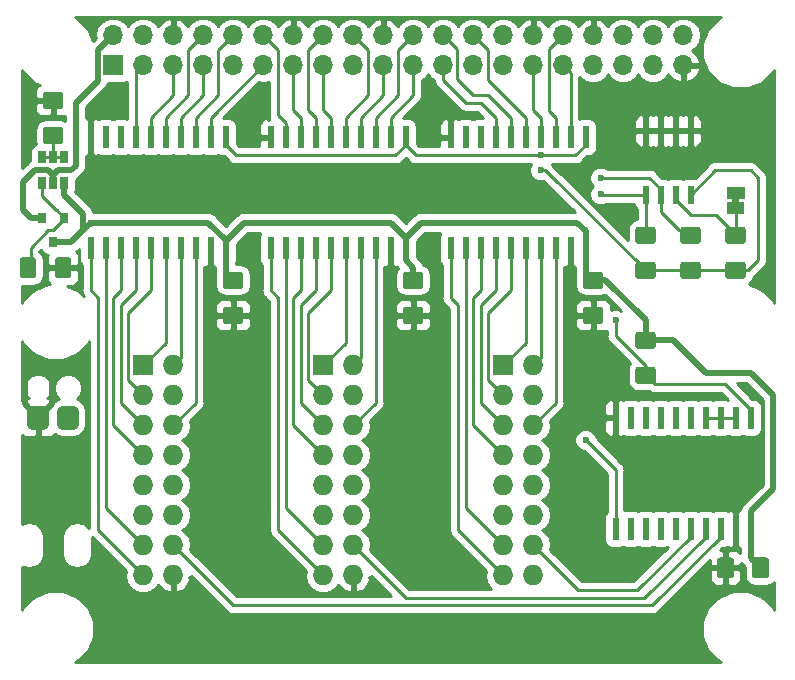
<source format=gbr>
G04 #@! TF.GenerationSoftware,KiCad,Pcbnew,5.0.2-bee76a0~70~ubuntu18.04.1*
G04 #@! TF.CreationDate,2019-03-16T21:16:43-04:00*
G04 #@! TF.ProjectId,rpi-rgb-led-matrix-hat,7270692d-7267-4622-9d6c-65642d6d6174,1.2*
G04 #@! TF.SameCoordinates,Original*
G04 #@! TF.FileFunction,Copper,L1,Top*
G04 #@! TF.FilePolarity,Positive*
%FSLAX46Y46*%
G04 Gerber Fmt 4.6, Leading zero omitted, Abs format (unit mm)*
G04 Created by KiCad (PCBNEW 5.0.2-bee76a0~70~ubuntu18.04.1) date Sat 16 Mar 2019 21:16:43 EDT*
%MOMM*%
%LPD*%
G01*
G04 APERTURE LIST*
G04 #@! TA.AperFunction,SMDPad,CuDef*
%ADD10R,0.600000X1.950000*%
G04 #@! TD*
G04 #@! TA.AperFunction,Conductor*
%ADD11C,0.100000*%
G04 #@! TD*
G04 #@! TA.AperFunction,SMDPad,CuDef*
%ADD12C,1.425000*%
G04 #@! TD*
G04 #@! TA.AperFunction,ComponentPad*
%ADD13O,1.727200X1.727200*%
G04 #@! TD*
G04 #@! TA.AperFunction,ComponentPad*
%ADD14R,1.727200X1.727200*%
G04 #@! TD*
G04 #@! TA.AperFunction,ComponentPad*
%ADD15O,1.700000X1.700000*%
G04 #@! TD*
G04 #@! TA.AperFunction,ComponentPad*
%ADD16R,1.700000X1.700000*%
G04 #@! TD*
G04 #@! TA.AperFunction,SMDPad,CuDef*
%ADD17R,1.500000X1.000000*%
G04 #@! TD*
G04 #@! TA.AperFunction,SMDPad,CuDef*
%ADD18C,1.000000*%
G04 #@! TD*
G04 #@! TA.AperFunction,SMDPad,CuDef*
%ADD19R,0.800000X0.900000*%
G04 #@! TD*
G04 #@! TA.AperFunction,SMDPad,CuDef*
%ADD20R,0.650000X1.060000*%
G04 #@! TD*
G04 #@! TA.AperFunction,SMDPad,CuDef*
%ADD21R,0.600000X1.550000*%
G04 #@! TD*
G04 #@! TA.AperFunction,ComponentPad*
%ADD22C,1.800000*%
G04 #@! TD*
G04 #@! TA.AperFunction,ViaPad*
%ADD23C,0.600000*%
G04 #@! TD*
G04 #@! TA.AperFunction,Conductor*
%ADD24C,0.250000*%
G04 #@! TD*
G04 #@! TA.AperFunction,Conductor*
%ADD25C,0.500000*%
G04 #@! TD*
G04 #@! TA.AperFunction,Conductor*
%ADD26C,0.254000*%
G04 #@! TD*
G04 APERTURE END LIST*
D10*
G04 #@! TO.P,U3,20*
G04 #@! TO.N,+5V*
X53975000Y-39244000D03*
G04 #@! TO.P,U3,19*
G04 #@! TO.N,GND*
X52705000Y-39244000D03*
G04 #@! TO.P,U3,18*
G04 #@! TO.N,/STROBE_1_R*
X51435000Y-39244000D03*
G04 #@! TO.P,U3,17*
G04 #@! TO.N,/STROBE_2_R*
X50165000Y-39244000D03*
G04 #@! TO.P,U3,16*
G04 #@! TO.N,/STROBE_3_R*
X48895000Y-39244000D03*
G04 #@! TO.P,U3,15*
G04 #@! TO.N,/D_R*
X47625000Y-39244000D03*
G04 #@! TO.P,U3,14*
G04 #@! TO.N,/C_R*
X46355000Y-39244000D03*
G04 #@! TO.P,U3,13*
G04 #@! TO.N,/B_R*
X45085000Y-39244000D03*
G04 #@! TO.P,U3,12*
G04 #@! TO.N,/A_R*
X43815000Y-39244000D03*
G04 #@! TO.P,U3,11*
G04 #@! TO.N,/E_R*
X42545000Y-39244000D03*
G04 #@! TO.P,U3,10*
G04 #@! TO.N,GND*
X42545000Y-29844000D03*
G04 #@! TO.P,U3,9*
G04 #@! TO.N,/E*
X43815000Y-29844000D03*
G04 #@! TO.P,U3,8*
G04 #@! TO.N,/A*
X45085000Y-29844000D03*
G04 #@! TO.P,U3,7*
G04 #@! TO.N,/B*
X46355000Y-29844000D03*
G04 #@! TO.P,U3,6*
G04 #@! TO.N,/C*
X47625000Y-29844000D03*
G04 #@! TO.P,U3,5*
G04 #@! TO.N,/D*
X48895000Y-29844000D03*
G04 #@! TO.P,U3,4*
G04 #@! TO.N,/STROBE*
X50165000Y-29844000D03*
G04 #@! TO.P,U3,3*
X51435000Y-29844000D03*
G04 #@! TO.P,U3,2*
X52705000Y-29844000D03*
G04 #@! TO.P,U3,1*
G04 #@! TO.N,Net-(R1-Pad2)*
X53975000Y-29844000D03*
G04 #@! TD*
D11*
G04 #@! TO.N,GND*
G04 #@! TO.C,C4*
G36*
X52339504Y-41671204D02*
X52363773Y-41674804D01*
X52387571Y-41680765D01*
X52410671Y-41689030D01*
X52432849Y-41699520D01*
X52453893Y-41712133D01*
X52473598Y-41726747D01*
X52491777Y-41743223D01*
X52508253Y-41761402D01*
X52522867Y-41781107D01*
X52535480Y-41802151D01*
X52545970Y-41824329D01*
X52554235Y-41847429D01*
X52560196Y-41871227D01*
X52563796Y-41895496D01*
X52565000Y-41920000D01*
X52565000Y-43170000D01*
X52563796Y-43194504D01*
X52560196Y-43218773D01*
X52554235Y-43242571D01*
X52545970Y-43265671D01*
X52535480Y-43287849D01*
X52522867Y-43308893D01*
X52508253Y-43328598D01*
X52491777Y-43346777D01*
X52473598Y-43363253D01*
X52453893Y-43377867D01*
X52432849Y-43390480D01*
X52410671Y-43400970D01*
X52387571Y-43409235D01*
X52363773Y-43415196D01*
X52339504Y-43418796D01*
X52315000Y-43420000D01*
X51390000Y-43420000D01*
X51365496Y-43418796D01*
X51341227Y-43415196D01*
X51317429Y-43409235D01*
X51294329Y-43400970D01*
X51272151Y-43390480D01*
X51251107Y-43377867D01*
X51231402Y-43363253D01*
X51213223Y-43346777D01*
X51196747Y-43328598D01*
X51182133Y-43308893D01*
X51169520Y-43287849D01*
X51159030Y-43265671D01*
X51150765Y-43242571D01*
X51144804Y-43218773D01*
X51141204Y-43194504D01*
X51140000Y-43170000D01*
X51140000Y-41920000D01*
X51141204Y-41895496D01*
X51144804Y-41871227D01*
X51150765Y-41847429D01*
X51159030Y-41824329D01*
X51169520Y-41802151D01*
X51182133Y-41781107D01*
X51196747Y-41761402D01*
X51213223Y-41743223D01*
X51231402Y-41726747D01*
X51251107Y-41712133D01*
X51272151Y-41699520D01*
X51294329Y-41689030D01*
X51317429Y-41680765D01*
X51341227Y-41674804D01*
X51365496Y-41671204D01*
X51390000Y-41670000D01*
X52315000Y-41670000D01*
X52339504Y-41671204D01*
X52339504Y-41671204D01*
G37*
D12*
G04 #@! TD*
G04 #@! TO.P,C4,2*
G04 #@! TO.N,GND*
X51852500Y-42545000D03*
D11*
G04 #@! TO.N,+5V*
G04 #@! TO.C,C4*
G36*
X55314504Y-41671204D02*
X55338773Y-41674804D01*
X55362571Y-41680765D01*
X55385671Y-41689030D01*
X55407849Y-41699520D01*
X55428893Y-41712133D01*
X55448598Y-41726747D01*
X55466777Y-41743223D01*
X55483253Y-41761402D01*
X55497867Y-41781107D01*
X55510480Y-41802151D01*
X55520970Y-41824329D01*
X55529235Y-41847429D01*
X55535196Y-41871227D01*
X55538796Y-41895496D01*
X55540000Y-41920000D01*
X55540000Y-43170000D01*
X55538796Y-43194504D01*
X55535196Y-43218773D01*
X55529235Y-43242571D01*
X55520970Y-43265671D01*
X55510480Y-43287849D01*
X55497867Y-43308893D01*
X55483253Y-43328598D01*
X55466777Y-43346777D01*
X55448598Y-43363253D01*
X55428893Y-43377867D01*
X55407849Y-43390480D01*
X55385671Y-43400970D01*
X55362571Y-43409235D01*
X55338773Y-43415196D01*
X55314504Y-43418796D01*
X55290000Y-43420000D01*
X54365000Y-43420000D01*
X54340496Y-43418796D01*
X54316227Y-43415196D01*
X54292429Y-43409235D01*
X54269329Y-43400970D01*
X54247151Y-43390480D01*
X54226107Y-43377867D01*
X54206402Y-43363253D01*
X54188223Y-43346777D01*
X54171747Y-43328598D01*
X54157133Y-43308893D01*
X54144520Y-43287849D01*
X54134030Y-43265671D01*
X54125765Y-43242571D01*
X54119804Y-43218773D01*
X54116204Y-43194504D01*
X54115000Y-43170000D01*
X54115000Y-41920000D01*
X54116204Y-41895496D01*
X54119804Y-41871227D01*
X54125765Y-41847429D01*
X54134030Y-41824329D01*
X54144520Y-41802151D01*
X54157133Y-41781107D01*
X54171747Y-41761402D01*
X54188223Y-41743223D01*
X54206402Y-41726747D01*
X54226107Y-41712133D01*
X54247151Y-41699520D01*
X54269329Y-41689030D01*
X54292429Y-41680765D01*
X54316227Y-41674804D01*
X54340496Y-41671204D01*
X54365000Y-41670000D01*
X55290000Y-41670000D01*
X55314504Y-41671204D01*
X55314504Y-41671204D01*
G37*
D12*
G04 #@! TD*
G04 #@! TO.P,C4,1*
G04 #@! TO.N,+5V*
X54827500Y-42545000D03*
D13*
G04 #@! TO.P,J6,16*
G04 #@! TO.N,GND*
X35560000Y-43180000D03*
G04 #@! TO.P,J6,15*
G04 #@! TO.N,/~OE_3_R*
X33020000Y-43180000D03*
G04 #@! TO.P,J6,14*
G04 #@! TO.N,/STROBE_3_R*
X35560000Y-40640000D03*
G04 #@! TO.P,J6,13*
G04 #@! TO.N,/CLK_3_R*
X33020000Y-40640000D03*
G04 #@! TO.P,J6,12*
G04 #@! TO.N,/D_R*
X35560000Y-38100000D03*
G04 #@! TO.P,J6,11*
G04 #@! TO.N,/C_R*
X33020000Y-38100000D03*
G04 #@! TO.P,J6,10*
G04 #@! TO.N,/B_R*
X35560000Y-35560000D03*
G04 #@! TO.P,J6,9*
G04 #@! TO.N,/A_R*
X33020000Y-35560000D03*
G04 #@! TO.P,J6,8*
G04 #@! TO.N,Net-(J6-Pad8)*
X35560000Y-33020000D03*
G04 #@! TO.P,J6,7*
G04 #@! TO.N,/B2_3_R*
X33020000Y-33020000D03*
G04 #@! TO.P,J6,6*
G04 #@! TO.N,/G2_3_R*
X35560000Y-30480000D03*
G04 #@! TO.P,J6,5*
G04 #@! TO.N,/R2_3_R*
X33020000Y-30480000D03*
G04 #@! TO.P,J6,4*
G04 #@! TO.N,Net-(J6-Pad4)*
X35560000Y-27940000D03*
G04 #@! TO.P,J6,3*
G04 #@! TO.N,/B1_3_R*
X33020000Y-27940000D03*
G04 #@! TO.P,J6,2*
G04 #@! TO.N,/G1_3_R*
X35560000Y-25400000D03*
D14*
G04 #@! TO.P,J6,1*
G04 #@! TO.N,/R1_3_R*
X33020000Y-25400000D03*
G04 #@! TD*
D13*
G04 #@! TO.P,J4,16*
G04 #@! TO.N,GND*
X5080000Y-43180000D03*
G04 #@! TO.P,J4,15*
G04 #@! TO.N,/~OE_1_R*
X2540000Y-43180000D03*
G04 #@! TO.P,J4,14*
G04 #@! TO.N,/STROBE_1_R*
X5080000Y-40640000D03*
G04 #@! TO.P,J4,13*
G04 #@! TO.N,/CLK_1_R*
X2540000Y-40640000D03*
G04 #@! TO.P,J4,12*
G04 #@! TO.N,/D_R*
X5080000Y-38100000D03*
G04 #@! TO.P,J4,11*
G04 #@! TO.N,/C_R*
X2540000Y-38100000D03*
G04 #@! TO.P,J4,10*
G04 #@! TO.N,/B_R*
X5080000Y-35560000D03*
G04 #@! TO.P,J4,9*
G04 #@! TO.N,/A_R*
X2540000Y-35560000D03*
G04 #@! TO.P,J4,8*
G04 #@! TO.N,Net-(J4-Pad8)*
X5080000Y-33020000D03*
G04 #@! TO.P,J4,7*
G04 #@! TO.N,/B2_1_R*
X2540000Y-33020000D03*
G04 #@! TO.P,J4,6*
G04 #@! TO.N,/G2_1_R*
X5080000Y-30480000D03*
G04 #@! TO.P,J4,5*
G04 #@! TO.N,/R2_1_R*
X2540000Y-30480000D03*
G04 #@! TO.P,J4,4*
G04 #@! TO.N,Net-(J4-Pad4)*
X5080000Y-27940000D03*
G04 #@! TO.P,J4,3*
G04 #@! TO.N,/B1_1_R*
X2540000Y-27940000D03*
G04 #@! TO.P,J4,2*
G04 #@! TO.N,/G1_1_R*
X5080000Y-25400000D03*
D14*
G04 #@! TO.P,J4,1*
G04 #@! TO.N,/R1_1_R*
X2540000Y-25400000D03*
G04 #@! TD*
D13*
G04 #@! TO.P,J5,16*
G04 #@! TO.N,GND*
X20320000Y-43180000D03*
G04 #@! TO.P,J5,15*
G04 #@! TO.N,/~OE_2_R*
X17780000Y-43180000D03*
G04 #@! TO.P,J5,14*
G04 #@! TO.N,/STROBE_2_R*
X20320000Y-40640000D03*
G04 #@! TO.P,J5,13*
G04 #@! TO.N,/CLK_2_R*
X17780000Y-40640000D03*
G04 #@! TO.P,J5,12*
G04 #@! TO.N,/D_R*
X20320000Y-38100000D03*
G04 #@! TO.P,J5,11*
G04 #@! TO.N,/C_R*
X17780000Y-38100000D03*
G04 #@! TO.P,J5,10*
G04 #@! TO.N,/B_R*
X20320000Y-35560000D03*
G04 #@! TO.P,J5,9*
G04 #@! TO.N,/A_R*
X17780000Y-35560000D03*
G04 #@! TO.P,J5,8*
G04 #@! TO.N,Net-(J5-Pad8)*
X20320000Y-33020000D03*
G04 #@! TO.P,J5,7*
G04 #@! TO.N,/B2_2_R*
X17780000Y-33020000D03*
G04 #@! TO.P,J5,6*
G04 #@! TO.N,/G2_2_R*
X20320000Y-30480000D03*
G04 #@! TO.P,J5,5*
G04 #@! TO.N,/R2_2_R*
X17780000Y-30480000D03*
G04 #@! TO.P,J5,4*
G04 #@! TO.N,Net-(J5-Pad4)*
X20320000Y-27940000D03*
G04 #@! TO.P,J5,3*
G04 #@! TO.N,/B1_2_R*
X17780000Y-27940000D03*
G04 #@! TO.P,J5,2*
G04 #@! TO.N,/G1_2_R*
X20320000Y-25400000D03*
D14*
G04 #@! TO.P,J5,1*
G04 #@! TO.N,/R1_2_R*
X17780000Y-25400000D03*
G04 #@! TD*
D15*
G04 #@! TO.P,P1,40*
G04 #@! TO.N,/STROBE*
X48260000Y2540000D03*
G04 #@! TO.P,P1,39*
G04 #@! TO.N,GND*
X48260000Y0D03*
G04 #@! TO.P,P1,38*
G04 #@! TO.N,/C*
X45720000Y2540000D03*
G04 #@! TO.P,P1,37*
G04 #@! TO.N,/D*
X45720000Y0D03*
G04 #@! TO.P,P1,36*
G04 #@! TO.N,/A*
X43180000Y2540000D03*
G04 #@! TO.P,P1,35*
G04 #@! TO.N,/B*
X43180000Y0D03*
G04 #@! TO.P,P1,34*
G04 #@! TO.N,GND*
X40640000Y2540000D03*
G04 #@! TO.P,P1,33*
G04 #@! TO.N,/E*
X40640000Y0D03*
G04 #@! TO.P,P1,32*
G04 #@! TO.N,/G2_3*
X38100000Y2540000D03*
G04 #@! TO.P,P1,31*
G04 #@! TO.N,/G1_3*
X38100000Y0D03*
G04 #@! TO.P,P1,30*
G04 #@! TO.N,GND*
X35560000Y2540000D03*
G04 #@! TO.P,P1,29*
G04 #@! TO.N,/R1_3*
X35560000Y0D03*
G04 #@! TO.P,P1,28*
G04 #@! TO.N,/ID_SC*
X33020000Y2540000D03*
G04 #@! TO.P,P1,27*
G04 #@! TO.N,/ID_SD*
X33020000Y0D03*
G04 #@! TO.P,P1,26*
G04 #@! TO.N,/B1_3*
X30480000Y2540000D03*
G04 #@! TO.P,P1,25*
G04 #@! TO.N,GND*
X30480000Y0D03*
G04 #@! TO.P,P1,24*
G04 #@! TO.N,/R2_3*
X27940000Y2540000D03*
G04 #@! TO.P,P1,23*
G04 #@! TO.N,/B2_3*
X27940000Y0D03*
G04 #@! TO.P,P1,22*
G04 #@! TO.N,/G2_2*
X25400000Y2540000D03*
G04 #@! TO.P,P1,21*
G04 #@! TO.N,/G1_2*
X25400000Y0D03*
G04 #@! TO.P,P1,20*
G04 #@! TO.N,GND*
X22860000Y2540000D03*
G04 #@! TO.P,P1,19*
G04 #@! TO.N,/R1_2*
X22860000Y0D03*
G04 #@! TO.P,P1,18*
G04 #@! TO.N,/B1_2*
X20320000Y2540000D03*
G04 #@! TO.P,P1,17*
G04 #@! TO.N,N/C*
X20320000Y0D03*
G04 #@! TO.P,P1,16*
G04 #@! TO.N,/B2_2*
X17780000Y2540000D03*
G04 #@! TO.P,P1,15*
G04 #@! TO.N,/R2_2*
X17780000Y0D03*
G04 #@! TO.P,P1,14*
G04 #@! TO.N,GND*
X15240000Y2540000D03*
G04 #@! TO.P,P1,13*
G04 #@! TO.N,/CLK*
X15240000Y0D03*
G04 #@! TO.P,P1,12*
G04 #@! TO.N,/~OE*
X12700000Y2540000D03*
G04 #@! TO.P,P1,11*
G04 #@! TO.N,/G1_1*
X12700000Y0D03*
G04 #@! TO.P,P1,10*
G04 #@! TO.N,/G2_1*
X10160000Y2540000D03*
G04 #@! TO.P,P1,9*
G04 #@! TO.N,GND*
X10160000Y0D03*
G04 #@! TO.P,P1,8*
G04 #@! TO.N,/B1_1*
X7620000Y2540000D03*
G04 #@! TO.P,P1,7*
G04 #@! TO.N,/R1_1*
X7620000Y0D03*
G04 #@! TO.P,P1,6*
G04 #@! TO.N,GND*
X5080000Y2540000D03*
G04 #@! TO.P,P1,5*
G04 #@! TO.N,/R2_1*
X5080000Y0D03*
G04 #@! TO.P,P1,4*
G04 #@! TO.N,/HAT_5V*
X2540000Y2540000D03*
G04 #@! TO.P,P1,3*
G04 #@! TO.N,/B2_1*
X2540000Y0D03*
G04 #@! TO.P,P1,2*
G04 #@! TO.N,/HAT_5V*
X0Y2540000D03*
D16*
G04 #@! TO.P,P1,1*
G04 #@! TO.N,+3V3*
X0Y0D03*
G04 #@! TD*
D10*
G04 #@! TO.P,U1,20*
G04 #@! TO.N,+5V*
X9525000Y-15495000D03*
G04 #@! TO.P,U1,19*
G04 #@! TO.N,GND*
X8255000Y-15495000D03*
G04 #@! TO.P,U1,18*
G04 #@! TO.N,/G2_1_R*
X6985000Y-15495000D03*
G04 #@! TO.P,U1,17*
G04 #@! TO.N,/G1_1_R*
X5715000Y-15495000D03*
G04 #@! TO.P,U1,16*
G04 #@! TO.N,/R1_1_R*
X4445000Y-15495000D03*
G04 #@! TO.P,U1,15*
G04 #@! TO.N,/B1_1_R*
X3175000Y-15495000D03*
G04 #@! TO.P,U1,14*
G04 #@! TO.N,/R2_1_R*
X1905000Y-15495000D03*
G04 #@! TO.P,U1,13*
G04 #@! TO.N,/B2_1_R*
X635000Y-15495000D03*
G04 #@! TO.P,U1,12*
G04 #@! TO.N,/CLK_1_R*
X-635000Y-15495000D03*
G04 #@! TO.P,U1,11*
G04 #@! TO.N,/~OE_1_R*
X-1905000Y-15495000D03*
G04 #@! TO.P,U1,10*
G04 #@! TO.N,GND*
X-1905000Y-6095000D03*
G04 #@! TO.P,U1,9*
G04 #@! TO.N,/~OE*
X-635000Y-6095000D03*
G04 #@! TO.P,U1,8*
G04 #@! TO.N,/CLK*
X635000Y-6095000D03*
G04 #@! TO.P,U1,7*
G04 #@! TO.N,/B2_1*
X1905000Y-6095000D03*
G04 #@! TO.P,U1,6*
G04 #@! TO.N,/R2_1*
X3175000Y-6095000D03*
G04 #@! TO.P,U1,5*
G04 #@! TO.N,/B1_1*
X4445000Y-6095000D03*
G04 #@! TO.P,U1,4*
G04 #@! TO.N,/R1_1*
X5715000Y-6095000D03*
G04 #@! TO.P,U1,3*
G04 #@! TO.N,/G2_1*
X6985000Y-6095000D03*
G04 #@! TO.P,U1,2*
G04 #@! TO.N,/G1_1*
X8255000Y-6095000D03*
G04 #@! TO.P,U1,1*
G04 #@! TO.N,Net-(R1-Pad2)*
X9525000Y-6095000D03*
G04 #@! TD*
G04 #@! TO.P,U2,20*
G04 #@! TO.N,+5V*
X24765000Y-15495000D03*
G04 #@! TO.P,U2,19*
G04 #@! TO.N,GND*
X23495000Y-15495000D03*
G04 #@! TO.P,U2,18*
G04 #@! TO.N,/G2_2_R*
X22225000Y-15495000D03*
G04 #@! TO.P,U2,17*
G04 #@! TO.N,/G1_2_R*
X20955000Y-15495000D03*
G04 #@! TO.P,U2,16*
G04 #@! TO.N,/R1_2_R*
X19685000Y-15495000D03*
G04 #@! TO.P,U2,15*
G04 #@! TO.N,/B1_2_R*
X18415000Y-15495000D03*
G04 #@! TO.P,U2,14*
G04 #@! TO.N,/R2_2_R*
X17145000Y-15495000D03*
G04 #@! TO.P,U2,13*
G04 #@! TO.N,/B2_2_R*
X15875000Y-15495000D03*
G04 #@! TO.P,U2,12*
G04 #@! TO.N,/CLK_2_R*
X14605000Y-15495000D03*
G04 #@! TO.P,U2,11*
G04 #@! TO.N,/~OE_2_R*
X13335000Y-15495000D03*
G04 #@! TO.P,U2,10*
G04 #@! TO.N,GND*
X13335000Y-6095000D03*
G04 #@! TO.P,U2,9*
G04 #@! TO.N,/~OE*
X14605000Y-6095000D03*
G04 #@! TO.P,U2,8*
G04 #@! TO.N,/CLK*
X15875000Y-6095000D03*
G04 #@! TO.P,U2,7*
G04 #@! TO.N,/B2_2*
X17145000Y-6095000D03*
G04 #@! TO.P,U2,6*
G04 #@! TO.N,/R2_2*
X18415000Y-6095000D03*
G04 #@! TO.P,U2,5*
G04 #@! TO.N,/B1_2*
X19685000Y-6095000D03*
G04 #@! TO.P,U2,4*
G04 #@! TO.N,/R1_2*
X20955000Y-6095000D03*
G04 #@! TO.P,U2,3*
G04 #@! TO.N,/G2_2*
X22225000Y-6095000D03*
G04 #@! TO.P,U2,2*
G04 #@! TO.N,/G1_2*
X23495000Y-6095000D03*
G04 #@! TO.P,U2,1*
G04 #@! TO.N,Net-(R1-Pad2)*
X24765000Y-6095000D03*
G04 #@! TD*
G04 #@! TO.P,U4,20*
G04 #@! TO.N,+5V*
X40005000Y-15495000D03*
G04 #@! TO.P,U4,19*
G04 #@! TO.N,GND*
X38735000Y-15495000D03*
G04 #@! TO.P,U4,18*
G04 #@! TO.N,/G2_3_R*
X37465000Y-15495000D03*
G04 #@! TO.P,U4,17*
G04 #@! TO.N,/G1_3_R*
X36195000Y-15495000D03*
G04 #@! TO.P,U4,16*
G04 #@! TO.N,/R1_3_R*
X34925000Y-15495000D03*
G04 #@! TO.P,U4,15*
G04 #@! TO.N,/B1_3_R*
X33655000Y-15495000D03*
G04 #@! TO.P,U4,14*
G04 #@! TO.N,/R2_3_R*
X32385000Y-15495000D03*
G04 #@! TO.P,U4,13*
G04 #@! TO.N,/B2_3_R*
X31115000Y-15495000D03*
G04 #@! TO.P,U4,12*
G04 #@! TO.N,/CLK_3_R*
X29845000Y-15495000D03*
G04 #@! TO.P,U4,11*
G04 #@! TO.N,/~OE_3_R*
X28575000Y-15495000D03*
G04 #@! TO.P,U4,10*
G04 #@! TO.N,GND*
X28575000Y-6095000D03*
G04 #@! TO.P,U4,9*
G04 #@! TO.N,/~OE*
X29845000Y-6095000D03*
G04 #@! TO.P,U4,8*
G04 #@! TO.N,/CLK*
X31115000Y-6095000D03*
G04 #@! TO.P,U4,7*
G04 #@! TO.N,/B2_3*
X32385000Y-6095000D03*
G04 #@! TO.P,U4,6*
G04 #@! TO.N,/R2_3*
X33655000Y-6095000D03*
G04 #@! TO.P,U4,5*
G04 #@! TO.N,/B1_3*
X34925000Y-6095000D03*
G04 #@! TO.P,U4,4*
G04 #@! TO.N,/R1_3*
X36195000Y-6095000D03*
G04 #@! TO.P,U4,3*
G04 #@! TO.N,/G2_3*
X37465000Y-6095000D03*
G04 #@! TO.P,U4,2*
G04 #@! TO.N,/G1_3*
X38735000Y-6095000D03*
G04 #@! TO.P,U4,1*
G04 #@! TO.N,Net-(R1-Pad2)*
X40005000Y-6095000D03*
G04 #@! TD*
D11*
G04 #@! TO.N,GND*
G04 #@! TO.C,C1*
G36*
X10809504Y-20461204D02*
X10833773Y-20464804D01*
X10857571Y-20470765D01*
X10880671Y-20479030D01*
X10902849Y-20489520D01*
X10923893Y-20502133D01*
X10943598Y-20516747D01*
X10961777Y-20533223D01*
X10978253Y-20551402D01*
X10992867Y-20571107D01*
X11005480Y-20592151D01*
X11015970Y-20614329D01*
X11024235Y-20637429D01*
X11030196Y-20661227D01*
X11033796Y-20685496D01*
X11035000Y-20710000D01*
X11035000Y-21635000D01*
X11033796Y-21659504D01*
X11030196Y-21683773D01*
X11024235Y-21707571D01*
X11015970Y-21730671D01*
X11005480Y-21752849D01*
X10992867Y-21773893D01*
X10978253Y-21793598D01*
X10961777Y-21811777D01*
X10943598Y-21828253D01*
X10923893Y-21842867D01*
X10902849Y-21855480D01*
X10880671Y-21865970D01*
X10857571Y-21874235D01*
X10833773Y-21880196D01*
X10809504Y-21883796D01*
X10785000Y-21885000D01*
X9535000Y-21885000D01*
X9510496Y-21883796D01*
X9486227Y-21880196D01*
X9462429Y-21874235D01*
X9439329Y-21865970D01*
X9417151Y-21855480D01*
X9396107Y-21842867D01*
X9376402Y-21828253D01*
X9358223Y-21811777D01*
X9341747Y-21793598D01*
X9327133Y-21773893D01*
X9314520Y-21752849D01*
X9304030Y-21730671D01*
X9295765Y-21707571D01*
X9289804Y-21683773D01*
X9286204Y-21659504D01*
X9285000Y-21635000D01*
X9285000Y-20710000D01*
X9286204Y-20685496D01*
X9289804Y-20661227D01*
X9295765Y-20637429D01*
X9304030Y-20614329D01*
X9314520Y-20592151D01*
X9327133Y-20571107D01*
X9341747Y-20551402D01*
X9358223Y-20533223D01*
X9376402Y-20516747D01*
X9396107Y-20502133D01*
X9417151Y-20489520D01*
X9439329Y-20479030D01*
X9462429Y-20470765D01*
X9486227Y-20464804D01*
X9510496Y-20461204D01*
X9535000Y-20460000D01*
X10785000Y-20460000D01*
X10809504Y-20461204D01*
X10809504Y-20461204D01*
G37*
D12*
G04 #@! TD*
G04 #@! TO.P,C1,2*
G04 #@! TO.N,GND*
X10160000Y-21172500D03*
D11*
G04 #@! TO.N,+5V*
G04 #@! TO.C,C1*
G36*
X10809504Y-17486204D02*
X10833773Y-17489804D01*
X10857571Y-17495765D01*
X10880671Y-17504030D01*
X10902849Y-17514520D01*
X10923893Y-17527133D01*
X10943598Y-17541747D01*
X10961777Y-17558223D01*
X10978253Y-17576402D01*
X10992867Y-17596107D01*
X11005480Y-17617151D01*
X11015970Y-17639329D01*
X11024235Y-17662429D01*
X11030196Y-17686227D01*
X11033796Y-17710496D01*
X11035000Y-17735000D01*
X11035000Y-18660000D01*
X11033796Y-18684504D01*
X11030196Y-18708773D01*
X11024235Y-18732571D01*
X11015970Y-18755671D01*
X11005480Y-18777849D01*
X10992867Y-18798893D01*
X10978253Y-18818598D01*
X10961777Y-18836777D01*
X10943598Y-18853253D01*
X10923893Y-18867867D01*
X10902849Y-18880480D01*
X10880671Y-18890970D01*
X10857571Y-18899235D01*
X10833773Y-18905196D01*
X10809504Y-18908796D01*
X10785000Y-18910000D01*
X9535000Y-18910000D01*
X9510496Y-18908796D01*
X9486227Y-18905196D01*
X9462429Y-18899235D01*
X9439329Y-18890970D01*
X9417151Y-18880480D01*
X9396107Y-18867867D01*
X9376402Y-18853253D01*
X9358223Y-18836777D01*
X9341747Y-18818598D01*
X9327133Y-18798893D01*
X9314520Y-18777849D01*
X9304030Y-18755671D01*
X9295765Y-18732571D01*
X9289804Y-18708773D01*
X9286204Y-18684504D01*
X9285000Y-18660000D01*
X9285000Y-17735000D01*
X9286204Y-17710496D01*
X9289804Y-17686227D01*
X9295765Y-17662429D01*
X9304030Y-17639329D01*
X9314520Y-17617151D01*
X9327133Y-17596107D01*
X9341747Y-17576402D01*
X9358223Y-17558223D01*
X9376402Y-17541747D01*
X9396107Y-17527133D01*
X9417151Y-17514520D01*
X9439329Y-17504030D01*
X9462429Y-17495765D01*
X9486227Y-17489804D01*
X9510496Y-17486204D01*
X9535000Y-17485000D01*
X10785000Y-17485000D01*
X10809504Y-17486204D01*
X10809504Y-17486204D01*
G37*
D12*
G04 #@! TD*
G04 #@! TO.P,C1,1*
G04 #@! TO.N,+5V*
X10160000Y-18197500D03*
D11*
G04 #@! TO.N,GND*
G04 #@! TO.C,C2*
G36*
X26049504Y-20461204D02*
X26073773Y-20464804D01*
X26097571Y-20470765D01*
X26120671Y-20479030D01*
X26142849Y-20489520D01*
X26163893Y-20502133D01*
X26183598Y-20516747D01*
X26201777Y-20533223D01*
X26218253Y-20551402D01*
X26232867Y-20571107D01*
X26245480Y-20592151D01*
X26255970Y-20614329D01*
X26264235Y-20637429D01*
X26270196Y-20661227D01*
X26273796Y-20685496D01*
X26275000Y-20710000D01*
X26275000Y-21635000D01*
X26273796Y-21659504D01*
X26270196Y-21683773D01*
X26264235Y-21707571D01*
X26255970Y-21730671D01*
X26245480Y-21752849D01*
X26232867Y-21773893D01*
X26218253Y-21793598D01*
X26201777Y-21811777D01*
X26183598Y-21828253D01*
X26163893Y-21842867D01*
X26142849Y-21855480D01*
X26120671Y-21865970D01*
X26097571Y-21874235D01*
X26073773Y-21880196D01*
X26049504Y-21883796D01*
X26025000Y-21885000D01*
X24775000Y-21885000D01*
X24750496Y-21883796D01*
X24726227Y-21880196D01*
X24702429Y-21874235D01*
X24679329Y-21865970D01*
X24657151Y-21855480D01*
X24636107Y-21842867D01*
X24616402Y-21828253D01*
X24598223Y-21811777D01*
X24581747Y-21793598D01*
X24567133Y-21773893D01*
X24554520Y-21752849D01*
X24544030Y-21730671D01*
X24535765Y-21707571D01*
X24529804Y-21683773D01*
X24526204Y-21659504D01*
X24525000Y-21635000D01*
X24525000Y-20710000D01*
X24526204Y-20685496D01*
X24529804Y-20661227D01*
X24535765Y-20637429D01*
X24544030Y-20614329D01*
X24554520Y-20592151D01*
X24567133Y-20571107D01*
X24581747Y-20551402D01*
X24598223Y-20533223D01*
X24616402Y-20516747D01*
X24636107Y-20502133D01*
X24657151Y-20489520D01*
X24679329Y-20479030D01*
X24702429Y-20470765D01*
X24726227Y-20464804D01*
X24750496Y-20461204D01*
X24775000Y-20460000D01*
X26025000Y-20460000D01*
X26049504Y-20461204D01*
X26049504Y-20461204D01*
G37*
D12*
G04 #@! TD*
G04 #@! TO.P,C2,2*
G04 #@! TO.N,GND*
X25400000Y-21172500D03*
D11*
G04 #@! TO.N,+5V*
G04 #@! TO.C,C2*
G36*
X26049504Y-17486204D02*
X26073773Y-17489804D01*
X26097571Y-17495765D01*
X26120671Y-17504030D01*
X26142849Y-17514520D01*
X26163893Y-17527133D01*
X26183598Y-17541747D01*
X26201777Y-17558223D01*
X26218253Y-17576402D01*
X26232867Y-17596107D01*
X26245480Y-17617151D01*
X26255970Y-17639329D01*
X26264235Y-17662429D01*
X26270196Y-17686227D01*
X26273796Y-17710496D01*
X26275000Y-17735000D01*
X26275000Y-18660000D01*
X26273796Y-18684504D01*
X26270196Y-18708773D01*
X26264235Y-18732571D01*
X26255970Y-18755671D01*
X26245480Y-18777849D01*
X26232867Y-18798893D01*
X26218253Y-18818598D01*
X26201777Y-18836777D01*
X26183598Y-18853253D01*
X26163893Y-18867867D01*
X26142849Y-18880480D01*
X26120671Y-18890970D01*
X26097571Y-18899235D01*
X26073773Y-18905196D01*
X26049504Y-18908796D01*
X26025000Y-18910000D01*
X24775000Y-18910000D01*
X24750496Y-18908796D01*
X24726227Y-18905196D01*
X24702429Y-18899235D01*
X24679329Y-18890970D01*
X24657151Y-18880480D01*
X24636107Y-18867867D01*
X24616402Y-18853253D01*
X24598223Y-18836777D01*
X24581747Y-18818598D01*
X24567133Y-18798893D01*
X24554520Y-18777849D01*
X24544030Y-18755671D01*
X24535765Y-18732571D01*
X24529804Y-18708773D01*
X24526204Y-18684504D01*
X24525000Y-18660000D01*
X24525000Y-17735000D01*
X24526204Y-17710496D01*
X24529804Y-17686227D01*
X24535765Y-17662429D01*
X24544030Y-17639329D01*
X24554520Y-17617151D01*
X24567133Y-17596107D01*
X24581747Y-17576402D01*
X24598223Y-17558223D01*
X24616402Y-17541747D01*
X24636107Y-17527133D01*
X24657151Y-17514520D01*
X24679329Y-17504030D01*
X24702429Y-17495765D01*
X24726227Y-17489804D01*
X24750496Y-17486204D01*
X24775000Y-17485000D01*
X26025000Y-17485000D01*
X26049504Y-17486204D01*
X26049504Y-17486204D01*
G37*
D12*
G04 #@! TD*
G04 #@! TO.P,C2,1*
G04 #@! TO.N,+5V*
X25400000Y-18197500D03*
D11*
G04 #@! TO.N,GND*
G04 #@! TO.C,C3*
G36*
X41289504Y-20461204D02*
X41313773Y-20464804D01*
X41337571Y-20470765D01*
X41360671Y-20479030D01*
X41382849Y-20489520D01*
X41403893Y-20502133D01*
X41423598Y-20516747D01*
X41441777Y-20533223D01*
X41458253Y-20551402D01*
X41472867Y-20571107D01*
X41485480Y-20592151D01*
X41495970Y-20614329D01*
X41504235Y-20637429D01*
X41510196Y-20661227D01*
X41513796Y-20685496D01*
X41515000Y-20710000D01*
X41515000Y-21635000D01*
X41513796Y-21659504D01*
X41510196Y-21683773D01*
X41504235Y-21707571D01*
X41495970Y-21730671D01*
X41485480Y-21752849D01*
X41472867Y-21773893D01*
X41458253Y-21793598D01*
X41441777Y-21811777D01*
X41423598Y-21828253D01*
X41403893Y-21842867D01*
X41382849Y-21855480D01*
X41360671Y-21865970D01*
X41337571Y-21874235D01*
X41313773Y-21880196D01*
X41289504Y-21883796D01*
X41265000Y-21885000D01*
X40015000Y-21885000D01*
X39990496Y-21883796D01*
X39966227Y-21880196D01*
X39942429Y-21874235D01*
X39919329Y-21865970D01*
X39897151Y-21855480D01*
X39876107Y-21842867D01*
X39856402Y-21828253D01*
X39838223Y-21811777D01*
X39821747Y-21793598D01*
X39807133Y-21773893D01*
X39794520Y-21752849D01*
X39784030Y-21730671D01*
X39775765Y-21707571D01*
X39769804Y-21683773D01*
X39766204Y-21659504D01*
X39765000Y-21635000D01*
X39765000Y-20710000D01*
X39766204Y-20685496D01*
X39769804Y-20661227D01*
X39775765Y-20637429D01*
X39784030Y-20614329D01*
X39794520Y-20592151D01*
X39807133Y-20571107D01*
X39821747Y-20551402D01*
X39838223Y-20533223D01*
X39856402Y-20516747D01*
X39876107Y-20502133D01*
X39897151Y-20489520D01*
X39919329Y-20479030D01*
X39942429Y-20470765D01*
X39966227Y-20464804D01*
X39990496Y-20461204D01*
X40015000Y-20460000D01*
X41265000Y-20460000D01*
X41289504Y-20461204D01*
X41289504Y-20461204D01*
G37*
D12*
G04 #@! TD*
G04 #@! TO.P,C3,2*
G04 #@! TO.N,GND*
X40640000Y-21172500D03*
D11*
G04 #@! TO.N,+5V*
G04 #@! TO.C,C3*
G36*
X41289504Y-17486204D02*
X41313773Y-17489804D01*
X41337571Y-17495765D01*
X41360671Y-17504030D01*
X41382849Y-17514520D01*
X41403893Y-17527133D01*
X41423598Y-17541747D01*
X41441777Y-17558223D01*
X41458253Y-17576402D01*
X41472867Y-17596107D01*
X41485480Y-17617151D01*
X41495970Y-17639329D01*
X41504235Y-17662429D01*
X41510196Y-17686227D01*
X41513796Y-17710496D01*
X41515000Y-17735000D01*
X41515000Y-18660000D01*
X41513796Y-18684504D01*
X41510196Y-18708773D01*
X41504235Y-18732571D01*
X41495970Y-18755671D01*
X41485480Y-18777849D01*
X41472867Y-18798893D01*
X41458253Y-18818598D01*
X41441777Y-18836777D01*
X41423598Y-18853253D01*
X41403893Y-18867867D01*
X41382849Y-18880480D01*
X41360671Y-18890970D01*
X41337571Y-18899235D01*
X41313773Y-18905196D01*
X41289504Y-18908796D01*
X41265000Y-18910000D01*
X40015000Y-18910000D01*
X39990496Y-18908796D01*
X39966227Y-18905196D01*
X39942429Y-18899235D01*
X39919329Y-18890970D01*
X39897151Y-18880480D01*
X39876107Y-18867867D01*
X39856402Y-18853253D01*
X39838223Y-18836777D01*
X39821747Y-18818598D01*
X39807133Y-18798893D01*
X39794520Y-18777849D01*
X39784030Y-18755671D01*
X39775765Y-18732571D01*
X39769804Y-18708773D01*
X39766204Y-18684504D01*
X39765000Y-18660000D01*
X39765000Y-17735000D01*
X39766204Y-17710496D01*
X39769804Y-17686227D01*
X39775765Y-17662429D01*
X39784030Y-17639329D01*
X39794520Y-17617151D01*
X39807133Y-17596107D01*
X39821747Y-17576402D01*
X39838223Y-17558223D01*
X39856402Y-17541747D01*
X39876107Y-17527133D01*
X39897151Y-17514520D01*
X39919329Y-17504030D01*
X39942429Y-17495765D01*
X39966227Y-17489804D01*
X39990496Y-17486204D01*
X40015000Y-17485000D01*
X41265000Y-17485000D01*
X41289504Y-17486204D01*
X41289504Y-17486204D01*
G37*
D12*
G04 #@! TD*
G04 #@! TO.P,C3,1*
G04 #@! TO.N,+5V*
X40640000Y-18197500D03*
D11*
G04 #@! TO.N,Net-(R1-Pad2)*
G04 #@! TO.C,R1*
G36*
X45734504Y-25541204D02*
X45758773Y-25544804D01*
X45782571Y-25550765D01*
X45805671Y-25559030D01*
X45827849Y-25569520D01*
X45848893Y-25582133D01*
X45868598Y-25596747D01*
X45886777Y-25613223D01*
X45903253Y-25631402D01*
X45917867Y-25651107D01*
X45930480Y-25672151D01*
X45940970Y-25694329D01*
X45949235Y-25717429D01*
X45955196Y-25741227D01*
X45958796Y-25765496D01*
X45960000Y-25790000D01*
X45960000Y-26715000D01*
X45958796Y-26739504D01*
X45955196Y-26763773D01*
X45949235Y-26787571D01*
X45940970Y-26810671D01*
X45930480Y-26832849D01*
X45917867Y-26853893D01*
X45903253Y-26873598D01*
X45886777Y-26891777D01*
X45868598Y-26908253D01*
X45848893Y-26922867D01*
X45827849Y-26935480D01*
X45805671Y-26945970D01*
X45782571Y-26954235D01*
X45758773Y-26960196D01*
X45734504Y-26963796D01*
X45710000Y-26965000D01*
X44460000Y-26965000D01*
X44435496Y-26963796D01*
X44411227Y-26960196D01*
X44387429Y-26954235D01*
X44364329Y-26945970D01*
X44342151Y-26935480D01*
X44321107Y-26922867D01*
X44301402Y-26908253D01*
X44283223Y-26891777D01*
X44266747Y-26873598D01*
X44252133Y-26853893D01*
X44239520Y-26832849D01*
X44229030Y-26810671D01*
X44220765Y-26787571D01*
X44214804Y-26763773D01*
X44211204Y-26739504D01*
X44210000Y-26715000D01*
X44210000Y-25790000D01*
X44211204Y-25765496D01*
X44214804Y-25741227D01*
X44220765Y-25717429D01*
X44229030Y-25694329D01*
X44239520Y-25672151D01*
X44252133Y-25651107D01*
X44266747Y-25631402D01*
X44283223Y-25613223D01*
X44301402Y-25596747D01*
X44321107Y-25582133D01*
X44342151Y-25569520D01*
X44364329Y-25559030D01*
X44387429Y-25550765D01*
X44411227Y-25544804D01*
X44435496Y-25541204D01*
X44460000Y-25540000D01*
X45710000Y-25540000D01*
X45734504Y-25541204D01*
X45734504Y-25541204D01*
G37*
D12*
G04 #@! TD*
G04 #@! TO.P,R1,2*
G04 #@! TO.N,Net-(R1-Pad2)*
X45085000Y-26252500D03*
D11*
G04 #@! TO.N,+5V*
G04 #@! TO.C,R1*
G36*
X45734504Y-22566204D02*
X45758773Y-22569804D01*
X45782571Y-22575765D01*
X45805671Y-22584030D01*
X45827849Y-22594520D01*
X45848893Y-22607133D01*
X45868598Y-22621747D01*
X45886777Y-22638223D01*
X45903253Y-22656402D01*
X45917867Y-22676107D01*
X45930480Y-22697151D01*
X45940970Y-22719329D01*
X45949235Y-22742429D01*
X45955196Y-22766227D01*
X45958796Y-22790496D01*
X45960000Y-22815000D01*
X45960000Y-23740000D01*
X45958796Y-23764504D01*
X45955196Y-23788773D01*
X45949235Y-23812571D01*
X45940970Y-23835671D01*
X45930480Y-23857849D01*
X45917867Y-23878893D01*
X45903253Y-23898598D01*
X45886777Y-23916777D01*
X45868598Y-23933253D01*
X45848893Y-23947867D01*
X45827849Y-23960480D01*
X45805671Y-23970970D01*
X45782571Y-23979235D01*
X45758773Y-23985196D01*
X45734504Y-23988796D01*
X45710000Y-23990000D01*
X44460000Y-23990000D01*
X44435496Y-23988796D01*
X44411227Y-23985196D01*
X44387429Y-23979235D01*
X44364329Y-23970970D01*
X44342151Y-23960480D01*
X44321107Y-23947867D01*
X44301402Y-23933253D01*
X44283223Y-23916777D01*
X44266747Y-23898598D01*
X44252133Y-23878893D01*
X44239520Y-23857849D01*
X44229030Y-23835671D01*
X44220765Y-23812571D01*
X44214804Y-23788773D01*
X44211204Y-23764504D01*
X44210000Y-23740000D01*
X44210000Y-22815000D01*
X44211204Y-22790496D01*
X44214804Y-22766227D01*
X44220765Y-22742429D01*
X44229030Y-22719329D01*
X44239520Y-22697151D01*
X44252133Y-22676107D01*
X44266747Y-22656402D01*
X44283223Y-22638223D01*
X44301402Y-22621747D01*
X44321107Y-22607133D01*
X44342151Y-22594520D01*
X44364329Y-22584030D01*
X44387429Y-22575765D01*
X44411227Y-22569804D01*
X44435496Y-22566204D01*
X44460000Y-22565000D01*
X45710000Y-22565000D01*
X45734504Y-22566204D01*
X45734504Y-22566204D01*
G37*
D12*
G04 #@! TD*
G04 #@! TO.P,R1,1*
G04 #@! TO.N,+5V*
X45085000Y-23277500D03*
D17*
G04 #@! TO.P,JP9,2*
G04 #@! TO.N,GND*
X52705000Y-10780000D03*
D18*
G04 #@! TO.P,JP9,1*
G04 #@! TO.N,Net-(JP9-Pad1)*
X52705000Y-12080000D03*
D11*
G04 #@! TD*
G04 #@! TO.N,Net-(JP9-Pad1)*
G04 #@! TO.C,JP9*
G36*
X52405000Y-11580000D02*
X52405000Y-11180000D01*
X53005000Y-11180000D01*
X53005000Y-11580000D01*
X53455000Y-11580000D01*
X53455000Y-12580000D01*
X51955000Y-12580000D01*
X51955000Y-11580000D01*
X52405000Y-11580000D01*
X52405000Y-11580000D01*
G37*
D19*
G04 #@! TO.P,Q1,3*
G04 #@! TO.N,+5V*
X-5080000Y-14970000D03*
G04 #@! TO.P,Q1,2*
G04 #@! TO.N,/HAT_5V*
X-6030000Y-12970000D03*
G04 #@! TO.P,Q1,1*
G04 #@! TO.N,Net-(Q1-Pad1)*
X-4130000Y-12970000D03*
G04 #@! TD*
D20*
G04 #@! TO.P,Q2,5*
G04 #@! TO.N,/HAT_5V*
X-5080000Y-9990000D03*
G04 #@! TO.P,Q2,6*
G04 #@! TO.N,+5V*
X-4130000Y-9990000D03*
G04 #@! TO.P,Q2,4*
G04 #@! TO.N,Net-(Q1-Pad1)*
X-6030000Y-9990000D03*
G04 #@! TO.P,Q2,3*
G04 #@! TO.N,Net-(Q2-Pad1)*
X-6030000Y-7790000D03*
G04 #@! TO.P,Q2,2*
X-5080000Y-7790000D03*
G04 #@! TO.P,Q2,1*
X-4130000Y-7790000D03*
G04 #@! TD*
D11*
G04 #@! TO.N,GND*
G04 #@! TO.C,R2*
G36*
X-4430496Y-2246204D02*
X-4406227Y-2249804D01*
X-4382429Y-2255765D01*
X-4359329Y-2264030D01*
X-4337151Y-2274520D01*
X-4316107Y-2287133D01*
X-4296402Y-2301747D01*
X-4278223Y-2318223D01*
X-4261747Y-2336402D01*
X-4247133Y-2356107D01*
X-4234520Y-2377151D01*
X-4224030Y-2399329D01*
X-4215765Y-2422429D01*
X-4209804Y-2446227D01*
X-4206204Y-2470496D01*
X-4205000Y-2495000D01*
X-4205000Y-3420000D01*
X-4206204Y-3444504D01*
X-4209804Y-3468773D01*
X-4215765Y-3492571D01*
X-4224030Y-3515671D01*
X-4234520Y-3537849D01*
X-4247133Y-3558893D01*
X-4261747Y-3578598D01*
X-4278223Y-3596777D01*
X-4296402Y-3613253D01*
X-4316107Y-3627867D01*
X-4337151Y-3640480D01*
X-4359329Y-3650970D01*
X-4382429Y-3659235D01*
X-4406227Y-3665196D01*
X-4430496Y-3668796D01*
X-4455000Y-3670000D01*
X-5705000Y-3670000D01*
X-5729504Y-3668796D01*
X-5753773Y-3665196D01*
X-5777571Y-3659235D01*
X-5800671Y-3650970D01*
X-5822849Y-3640480D01*
X-5843893Y-3627867D01*
X-5863598Y-3613253D01*
X-5881777Y-3596777D01*
X-5898253Y-3578598D01*
X-5912867Y-3558893D01*
X-5925480Y-3537849D01*
X-5935970Y-3515671D01*
X-5944235Y-3492571D01*
X-5950196Y-3468773D01*
X-5953796Y-3444504D01*
X-5955000Y-3420000D01*
X-5955000Y-2495000D01*
X-5953796Y-2470496D01*
X-5950196Y-2446227D01*
X-5944235Y-2422429D01*
X-5935970Y-2399329D01*
X-5925480Y-2377151D01*
X-5912867Y-2356107D01*
X-5898253Y-2336402D01*
X-5881777Y-2318223D01*
X-5863598Y-2301747D01*
X-5843893Y-2287133D01*
X-5822849Y-2274520D01*
X-5800671Y-2264030D01*
X-5777571Y-2255765D01*
X-5753773Y-2249804D01*
X-5729504Y-2246204D01*
X-5705000Y-2245000D01*
X-4455000Y-2245000D01*
X-4430496Y-2246204D01*
X-4430496Y-2246204D01*
G37*
D12*
G04 #@! TD*
G04 #@! TO.P,R2,2*
G04 #@! TO.N,GND*
X-5080000Y-2957500D03*
D11*
G04 #@! TO.N,Net-(Q2-Pad1)*
G04 #@! TO.C,R2*
G36*
X-4430496Y-5221204D02*
X-4406227Y-5224804D01*
X-4382429Y-5230765D01*
X-4359329Y-5239030D01*
X-4337151Y-5249520D01*
X-4316107Y-5262133D01*
X-4296402Y-5276747D01*
X-4278223Y-5293223D01*
X-4261747Y-5311402D01*
X-4247133Y-5331107D01*
X-4234520Y-5352151D01*
X-4224030Y-5374329D01*
X-4215765Y-5397429D01*
X-4209804Y-5421227D01*
X-4206204Y-5445496D01*
X-4205000Y-5470000D01*
X-4205000Y-6395000D01*
X-4206204Y-6419504D01*
X-4209804Y-6443773D01*
X-4215765Y-6467571D01*
X-4224030Y-6490671D01*
X-4234520Y-6512849D01*
X-4247133Y-6533893D01*
X-4261747Y-6553598D01*
X-4278223Y-6571777D01*
X-4296402Y-6588253D01*
X-4316107Y-6602867D01*
X-4337151Y-6615480D01*
X-4359329Y-6625970D01*
X-4382429Y-6634235D01*
X-4406227Y-6640196D01*
X-4430496Y-6643796D01*
X-4455000Y-6645000D01*
X-5705000Y-6645000D01*
X-5729504Y-6643796D01*
X-5753773Y-6640196D01*
X-5777571Y-6634235D01*
X-5800671Y-6625970D01*
X-5822849Y-6615480D01*
X-5843893Y-6602867D01*
X-5863598Y-6588253D01*
X-5881777Y-6571777D01*
X-5898253Y-6553598D01*
X-5912867Y-6533893D01*
X-5925480Y-6512849D01*
X-5935970Y-6490671D01*
X-5944235Y-6467571D01*
X-5950196Y-6443773D01*
X-5953796Y-6419504D01*
X-5955000Y-6395000D01*
X-5955000Y-5470000D01*
X-5953796Y-5445496D01*
X-5950196Y-5421227D01*
X-5944235Y-5397429D01*
X-5935970Y-5374329D01*
X-5925480Y-5352151D01*
X-5912867Y-5331107D01*
X-5898253Y-5311402D01*
X-5881777Y-5293223D01*
X-5863598Y-5276747D01*
X-5843893Y-5262133D01*
X-5822849Y-5249520D01*
X-5800671Y-5239030D01*
X-5777571Y-5230765D01*
X-5753773Y-5224804D01*
X-5729504Y-5221204D01*
X-5705000Y-5220000D01*
X-4455000Y-5220000D01*
X-4430496Y-5221204D01*
X-4430496Y-5221204D01*
G37*
D12*
G04 #@! TD*
G04 #@! TO.P,R2,1*
G04 #@! TO.N,Net-(Q2-Pad1)*
X-5080000Y-5932500D03*
D11*
G04 #@! TO.N,GND*
G04 #@! TO.C,R3*
G36*
X-3740496Y-16271204D02*
X-3716227Y-16274804D01*
X-3692429Y-16280765D01*
X-3669329Y-16289030D01*
X-3647151Y-16299520D01*
X-3626107Y-16312133D01*
X-3606402Y-16326747D01*
X-3588223Y-16343223D01*
X-3571747Y-16361402D01*
X-3557133Y-16381107D01*
X-3544520Y-16402151D01*
X-3534030Y-16424329D01*
X-3525765Y-16447429D01*
X-3519804Y-16471227D01*
X-3516204Y-16495496D01*
X-3515000Y-16520000D01*
X-3515000Y-17770000D01*
X-3516204Y-17794504D01*
X-3519804Y-17818773D01*
X-3525765Y-17842571D01*
X-3534030Y-17865671D01*
X-3544520Y-17887849D01*
X-3557133Y-17908893D01*
X-3571747Y-17928598D01*
X-3588223Y-17946777D01*
X-3606402Y-17963253D01*
X-3626107Y-17977867D01*
X-3647151Y-17990480D01*
X-3669329Y-18000970D01*
X-3692429Y-18009235D01*
X-3716227Y-18015196D01*
X-3740496Y-18018796D01*
X-3765000Y-18020000D01*
X-4690000Y-18020000D01*
X-4714504Y-18018796D01*
X-4738773Y-18015196D01*
X-4762571Y-18009235D01*
X-4785671Y-18000970D01*
X-4807849Y-17990480D01*
X-4828893Y-17977867D01*
X-4848598Y-17963253D01*
X-4866777Y-17946777D01*
X-4883253Y-17928598D01*
X-4897867Y-17908893D01*
X-4910480Y-17887849D01*
X-4920970Y-17865671D01*
X-4929235Y-17842571D01*
X-4935196Y-17818773D01*
X-4938796Y-17794504D01*
X-4940000Y-17770000D01*
X-4940000Y-16520000D01*
X-4938796Y-16495496D01*
X-4935196Y-16471227D01*
X-4929235Y-16447429D01*
X-4920970Y-16424329D01*
X-4910480Y-16402151D01*
X-4897867Y-16381107D01*
X-4883253Y-16361402D01*
X-4866777Y-16343223D01*
X-4848598Y-16326747D01*
X-4828893Y-16312133D01*
X-4807849Y-16299520D01*
X-4785671Y-16289030D01*
X-4762571Y-16280765D01*
X-4738773Y-16274804D01*
X-4714504Y-16271204D01*
X-4690000Y-16270000D01*
X-3765000Y-16270000D01*
X-3740496Y-16271204D01*
X-3740496Y-16271204D01*
G37*
D12*
G04 #@! TD*
G04 #@! TO.P,R3,2*
G04 #@! TO.N,GND*
X-4227500Y-17145000D03*
D11*
G04 #@! TO.N,Net-(Q1-Pad1)*
G04 #@! TO.C,R3*
G36*
X-6715496Y-16271204D02*
X-6691227Y-16274804D01*
X-6667429Y-16280765D01*
X-6644329Y-16289030D01*
X-6622151Y-16299520D01*
X-6601107Y-16312133D01*
X-6581402Y-16326747D01*
X-6563223Y-16343223D01*
X-6546747Y-16361402D01*
X-6532133Y-16381107D01*
X-6519520Y-16402151D01*
X-6509030Y-16424329D01*
X-6500765Y-16447429D01*
X-6494804Y-16471227D01*
X-6491204Y-16495496D01*
X-6490000Y-16520000D01*
X-6490000Y-17770000D01*
X-6491204Y-17794504D01*
X-6494804Y-17818773D01*
X-6500765Y-17842571D01*
X-6509030Y-17865671D01*
X-6519520Y-17887849D01*
X-6532133Y-17908893D01*
X-6546747Y-17928598D01*
X-6563223Y-17946777D01*
X-6581402Y-17963253D01*
X-6601107Y-17977867D01*
X-6622151Y-17990480D01*
X-6644329Y-18000970D01*
X-6667429Y-18009235D01*
X-6691227Y-18015196D01*
X-6715496Y-18018796D01*
X-6740000Y-18020000D01*
X-7665000Y-18020000D01*
X-7689504Y-18018796D01*
X-7713773Y-18015196D01*
X-7737571Y-18009235D01*
X-7760671Y-18000970D01*
X-7782849Y-17990480D01*
X-7803893Y-17977867D01*
X-7823598Y-17963253D01*
X-7841777Y-17946777D01*
X-7858253Y-17928598D01*
X-7872867Y-17908893D01*
X-7885480Y-17887849D01*
X-7895970Y-17865671D01*
X-7904235Y-17842571D01*
X-7910196Y-17818773D01*
X-7913796Y-17794504D01*
X-7915000Y-17770000D01*
X-7915000Y-16520000D01*
X-7913796Y-16495496D01*
X-7910196Y-16471227D01*
X-7904235Y-16447429D01*
X-7895970Y-16424329D01*
X-7885480Y-16402151D01*
X-7872867Y-16381107D01*
X-7858253Y-16361402D01*
X-7841777Y-16343223D01*
X-7823598Y-16326747D01*
X-7803893Y-16312133D01*
X-7782849Y-16299520D01*
X-7760671Y-16289030D01*
X-7737571Y-16280765D01*
X-7713773Y-16274804D01*
X-7689504Y-16271204D01*
X-7665000Y-16270000D01*
X-6740000Y-16270000D01*
X-6715496Y-16271204D01*
X-6715496Y-16271204D01*
G37*
D12*
G04 #@! TD*
G04 #@! TO.P,R3,1*
G04 #@! TO.N,Net-(Q1-Pad1)*
X-7202500Y-17145000D03*
D11*
G04 #@! TO.N,Net-(JP9-Pad1)*
G04 #@! TO.C,R4*
G36*
X53354504Y-13676204D02*
X53378773Y-13679804D01*
X53402571Y-13685765D01*
X53425671Y-13694030D01*
X53447849Y-13704520D01*
X53468893Y-13717133D01*
X53488598Y-13731747D01*
X53506777Y-13748223D01*
X53523253Y-13766402D01*
X53537867Y-13786107D01*
X53550480Y-13807151D01*
X53560970Y-13829329D01*
X53569235Y-13852429D01*
X53575196Y-13876227D01*
X53578796Y-13900496D01*
X53580000Y-13925000D01*
X53580000Y-14850000D01*
X53578796Y-14874504D01*
X53575196Y-14898773D01*
X53569235Y-14922571D01*
X53560970Y-14945671D01*
X53550480Y-14967849D01*
X53537867Y-14988893D01*
X53523253Y-15008598D01*
X53506777Y-15026777D01*
X53488598Y-15043253D01*
X53468893Y-15057867D01*
X53447849Y-15070480D01*
X53425671Y-15080970D01*
X53402571Y-15089235D01*
X53378773Y-15095196D01*
X53354504Y-15098796D01*
X53330000Y-15100000D01*
X52080000Y-15100000D01*
X52055496Y-15098796D01*
X52031227Y-15095196D01*
X52007429Y-15089235D01*
X51984329Y-15080970D01*
X51962151Y-15070480D01*
X51941107Y-15057867D01*
X51921402Y-15043253D01*
X51903223Y-15026777D01*
X51886747Y-15008598D01*
X51872133Y-14988893D01*
X51859520Y-14967849D01*
X51849030Y-14945671D01*
X51840765Y-14922571D01*
X51834804Y-14898773D01*
X51831204Y-14874504D01*
X51830000Y-14850000D01*
X51830000Y-13925000D01*
X51831204Y-13900496D01*
X51834804Y-13876227D01*
X51840765Y-13852429D01*
X51849030Y-13829329D01*
X51859520Y-13807151D01*
X51872133Y-13786107D01*
X51886747Y-13766402D01*
X51903223Y-13748223D01*
X51921402Y-13731747D01*
X51941107Y-13717133D01*
X51962151Y-13704520D01*
X51984329Y-13694030D01*
X52007429Y-13685765D01*
X52031227Y-13679804D01*
X52055496Y-13676204D01*
X52080000Y-13675000D01*
X53330000Y-13675000D01*
X53354504Y-13676204D01*
X53354504Y-13676204D01*
G37*
D12*
G04 #@! TD*
G04 #@! TO.P,R4,2*
G04 #@! TO.N,Net-(JP9-Pad1)*
X52705000Y-14387500D03*
D11*
G04 #@! TO.N,+3V3*
G04 #@! TO.C,R4*
G36*
X53354504Y-16651204D02*
X53378773Y-16654804D01*
X53402571Y-16660765D01*
X53425671Y-16669030D01*
X53447849Y-16679520D01*
X53468893Y-16692133D01*
X53488598Y-16706747D01*
X53506777Y-16723223D01*
X53523253Y-16741402D01*
X53537867Y-16761107D01*
X53550480Y-16782151D01*
X53560970Y-16804329D01*
X53569235Y-16827429D01*
X53575196Y-16851227D01*
X53578796Y-16875496D01*
X53580000Y-16900000D01*
X53580000Y-17825000D01*
X53578796Y-17849504D01*
X53575196Y-17873773D01*
X53569235Y-17897571D01*
X53560970Y-17920671D01*
X53550480Y-17942849D01*
X53537867Y-17963893D01*
X53523253Y-17983598D01*
X53506777Y-18001777D01*
X53488598Y-18018253D01*
X53468893Y-18032867D01*
X53447849Y-18045480D01*
X53425671Y-18055970D01*
X53402571Y-18064235D01*
X53378773Y-18070196D01*
X53354504Y-18073796D01*
X53330000Y-18075000D01*
X52080000Y-18075000D01*
X52055496Y-18073796D01*
X52031227Y-18070196D01*
X52007429Y-18064235D01*
X51984329Y-18055970D01*
X51962151Y-18045480D01*
X51941107Y-18032867D01*
X51921402Y-18018253D01*
X51903223Y-18001777D01*
X51886747Y-17983598D01*
X51872133Y-17963893D01*
X51859520Y-17942849D01*
X51849030Y-17920671D01*
X51840765Y-17897571D01*
X51834804Y-17873773D01*
X51831204Y-17849504D01*
X51830000Y-17825000D01*
X51830000Y-16900000D01*
X51831204Y-16875496D01*
X51834804Y-16851227D01*
X51840765Y-16827429D01*
X51849030Y-16804329D01*
X51859520Y-16782151D01*
X51872133Y-16761107D01*
X51886747Y-16741402D01*
X51903223Y-16723223D01*
X51921402Y-16706747D01*
X51941107Y-16692133D01*
X51962151Y-16679520D01*
X51984329Y-16669030D01*
X52007429Y-16660765D01*
X52031227Y-16654804D01*
X52055496Y-16651204D01*
X52080000Y-16650000D01*
X53330000Y-16650000D01*
X53354504Y-16651204D01*
X53354504Y-16651204D01*
G37*
D12*
G04 #@! TD*
G04 #@! TO.P,R4,1*
G04 #@! TO.N,+3V3*
X52705000Y-17362500D03*
D11*
G04 #@! TO.N,/ID_SD*
G04 #@! TO.C,R5*
G36*
X45734504Y-13676204D02*
X45758773Y-13679804D01*
X45782571Y-13685765D01*
X45805671Y-13694030D01*
X45827849Y-13704520D01*
X45848893Y-13717133D01*
X45868598Y-13731747D01*
X45886777Y-13748223D01*
X45903253Y-13766402D01*
X45917867Y-13786107D01*
X45930480Y-13807151D01*
X45940970Y-13829329D01*
X45949235Y-13852429D01*
X45955196Y-13876227D01*
X45958796Y-13900496D01*
X45960000Y-13925000D01*
X45960000Y-14850000D01*
X45958796Y-14874504D01*
X45955196Y-14898773D01*
X45949235Y-14922571D01*
X45940970Y-14945671D01*
X45930480Y-14967849D01*
X45917867Y-14988893D01*
X45903253Y-15008598D01*
X45886777Y-15026777D01*
X45868598Y-15043253D01*
X45848893Y-15057867D01*
X45827849Y-15070480D01*
X45805671Y-15080970D01*
X45782571Y-15089235D01*
X45758773Y-15095196D01*
X45734504Y-15098796D01*
X45710000Y-15100000D01*
X44460000Y-15100000D01*
X44435496Y-15098796D01*
X44411227Y-15095196D01*
X44387429Y-15089235D01*
X44364329Y-15080970D01*
X44342151Y-15070480D01*
X44321107Y-15057867D01*
X44301402Y-15043253D01*
X44283223Y-15026777D01*
X44266747Y-15008598D01*
X44252133Y-14988893D01*
X44239520Y-14967849D01*
X44229030Y-14945671D01*
X44220765Y-14922571D01*
X44214804Y-14898773D01*
X44211204Y-14874504D01*
X44210000Y-14850000D01*
X44210000Y-13925000D01*
X44211204Y-13900496D01*
X44214804Y-13876227D01*
X44220765Y-13852429D01*
X44229030Y-13829329D01*
X44239520Y-13807151D01*
X44252133Y-13786107D01*
X44266747Y-13766402D01*
X44283223Y-13748223D01*
X44301402Y-13731747D01*
X44321107Y-13717133D01*
X44342151Y-13704520D01*
X44364329Y-13694030D01*
X44387429Y-13685765D01*
X44411227Y-13679804D01*
X44435496Y-13676204D01*
X44460000Y-13675000D01*
X45710000Y-13675000D01*
X45734504Y-13676204D01*
X45734504Y-13676204D01*
G37*
D12*
G04 #@! TD*
G04 #@! TO.P,R5,2*
G04 #@! TO.N,/ID_SD*
X45085000Y-14387500D03*
D11*
G04 #@! TO.N,+3V3*
G04 #@! TO.C,R5*
G36*
X45734504Y-16651204D02*
X45758773Y-16654804D01*
X45782571Y-16660765D01*
X45805671Y-16669030D01*
X45827849Y-16679520D01*
X45848893Y-16692133D01*
X45868598Y-16706747D01*
X45886777Y-16723223D01*
X45903253Y-16741402D01*
X45917867Y-16761107D01*
X45930480Y-16782151D01*
X45940970Y-16804329D01*
X45949235Y-16827429D01*
X45955196Y-16851227D01*
X45958796Y-16875496D01*
X45960000Y-16900000D01*
X45960000Y-17825000D01*
X45958796Y-17849504D01*
X45955196Y-17873773D01*
X45949235Y-17897571D01*
X45940970Y-17920671D01*
X45930480Y-17942849D01*
X45917867Y-17963893D01*
X45903253Y-17983598D01*
X45886777Y-18001777D01*
X45868598Y-18018253D01*
X45848893Y-18032867D01*
X45827849Y-18045480D01*
X45805671Y-18055970D01*
X45782571Y-18064235D01*
X45758773Y-18070196D01*
X45734504Y-18073796D01*
X45710000Y-18075000D01*
X44460000Y-18075000D01*
X44435496Y-18073796D01*
X44411227Y-18070196D01*
X44387429Y-18064235D01*
X44364329Y-18055970D01*
X44342151Y-18045480D01*
X44321107Y-18032867D01*
X44301402Y-18018253D01*
X44283223Y-18001777D01*
X44266747Y-17983598D01*
X44252133Y-17963893D01*
X44239520Y-17942849D01*
X44229030Y-17920671D01*
X44220765Y-17897571D01*
X44214804Y-17873773D01*
X44211204Y-17849504D01*
X44210000Y-17825000D01*
X44210000Y-16900000D01*
X44211204Y-16875496D01*
X44214804Y-16851227D01*
X44220765Y-16827429D01*
X44229030Y-16804329D01*
X44239520Y-16782151D01*
X44252133Y-16761107D01*
X44266747Y-16741402D01*
X44283223Y-16723223D01*
X44301402Y-16706747D01*
X44321107Y-16692133D01*
X44342151Y-16679520D01*
X44364329Y-16669030D01*
X44387429Y-16660765D01*
X44411227Y-16654804D01*
X44435496Y-16651204D01*
X44460000Y-16650000D01*
X45710000Y-16650000D01*
X45734504Y-16651204D01*
X45734504Y-16651204D01*
G37*
D12*
G04 #@! TD*
G04 #@! TO.P,R5,1*
G04 #@! TO.N,+3V3*
X45085000Y-17362500D03*
D11*
G04 #@! TO.N,/ID_SC*
G04 #@! TO.C,R6*
G36*
X49544504Y-13676204D02*
X49568773Y-13679804D01*
X49592571Y-13685765D01*
X49615671Y-13694030D01*
X49637849Y-13704520D01*
X49658893Y-13717133D01*
X49678598Y-13731747D01*
X49696777Y-13748223D01*
X49713253Y-13766402D01*
X49727867Y-13786107D01*
X49740480Y-13807151D01*
X49750970Y-13829329D01*
X49759235Y-13852429D01*
X49765196Y-13876227D01*
X49768796Y-13900496D01*
X49770000Y-13925000D01*
X49770000Y-14850000D01*
X49768796Y-14874504D01*
X49765196Y-14898773D01*
X49759235Y-14922571D01*
X49750970Y-14945671D01*
X49740480Y-14967849D01*
X49727867Y-14988893D01*
X49713253Y-15008598D01*
X49696777Y-15026777D01*
X49678598Y-15043253D01*
X49658893Y-15057867D01*
X49637849Y-15070480D01*
X49615671Y-15080970D01*
X49592571Y-15089235D01*
X49568773Y-15095196D01*
X49544504Y-15098796D01*
X49520000Y-15100000D01*
X48270000Y-15100000D01*
X48245496Y-15098796D01*
X48221227Y-15095196D01*
X48197429Y-15089235D01*
X48174329Y-15080970D01*
X48152151Y-15070480D01*
X48131107Y-15057867D01*
X48111402Y-15043253D01*
X48093223Y-15026777D01*
X48076747Y-15008598D01*
X48062133Y-14988893D01*
X48049520Y-14967849D01*
X48039030Y-14945671D01*
X48030765Y-14922571D01*
X48024804Y-14898773D01*
X48021204Y-14874504D01*
X48020000Y-14850000D01*
X48020000Y-13925000D01*
X48021204Y-13900496D01*
X48024804Y-13876227D01*
X48030765Y-13852429D01*
X48039030Y-13829329D01*
X48049520Y-13807151D01*
X48062133Y-13786107D01*
X48076747Y-13766402D01*
X48093223Y-13748223D01*
X48111402Y-13731747D01*
X48131107Y-13717133D01*
X48152151Y-13704520D01*
X48174329Y-13694030D01*
X48197429Y-13685765D01*
X48221227Y-13679804D01*
X48245496Y-13676204D01*
X48270000Y-13675000D01*
X49520000Y-13675000D01*
X49544504Y-13676204D01*
X49544504Y-13676204D01*
G37*
D12*
G04 #@! TD*
G04 #@! TO.P,R6,2*
G04 #@! TO.N,/ID_SC*
X48895000Y-14387500D03*
D11*
G04 #@! TO.N,+3V3*
G04 #@! TO.C,R6*
G36*
X49544504Y-16651204D02*
X49568773Y-16654804D01*
X49592571Y-16660765D01*
X49615671Y-16669030D01*
X49637849Y-16679520D01*
X49658893Y-16692133D01*
X49678598Y-16706747D01*
X49696777Y-16723223D01*
X49713253Y-16741402D01*
X49727867Y-16761107D01*
X49740480Y-16782151D01*
X49750970Y-16804329D01*
X49759235Y-16827429D01*
X49765196Y-16851227D01*
X49768796Y-16875496D01*
X49770000Y-16900000D01*
X49770000Y-17825000D01*
X49768796Y-17849504D01*
X49765196Y-17873773D01*
X49759235Y-17897571D01*
X49750970Y-17920671D01*
X49740480Y-17942849D01*
X49727867Y-17963893D01*
X49713253Y-17983598D01*
X49696777Y-18001777D01*
X49678598Y-18018253D01*
X49658893Y-18032867D01*
X49637849Y-18045480D01*
X49615671Y-18055970D01*
X49592571Y-18064235D01*
X49568773Y-18070196D01*
X49544504Y-18073796D01*
X49520000Y-18075000D01*
X48270000Y-18075000D01*
X48245496Y-18073796D01*
X48221227Y-18070196D01*
X48197429Y-18064235D01*
X48174329Y-18055970D01*
X48152151Y-18045480D01*
X48131107Y-18032867D01*
X48111402Y-18018253D01*
X48093223Y-18001777D01*
X48076747Y-17983598D01*
X48062133Y-17963893D01*
X48049520Y-17942849D01*
X48039030Y-17920671D01*
X48030765Y-17897571D01*
X48024804Y-17873773D01*
X48021204Y-17849504D01*
X48020000Y-17825000D01*
X48020000Y-16900000D01*
X48021204Y-16875496D01*
X48024804Y-16851227D01*
X48030765Y-16827429D01*
X48039030Y-16804329D01*
X48049520Y-16782151D01*
X48062133Y-16761107D01*
X48076747Y-16741402D01*
X48093223Y-16723223D01*
X48111402Y-16706747D01*
X48131107Y-16692133D01*
X48152151Y-16679520D01*
X48174329Y-16669030D01*
X48197429Y-16660765D01*
X48221227Y-16654804D01*
X48245496Y-16651204D01*
X48270000Y-16650000D01*
X49520000Y-16650000D01*
X49544504Y-16651204D01*
X49544504Y-16651204D01*
G37*
D12*
G04 #@! TD*
G04 #@! TO.P,R6,1*
G04 #@! TO.N,+3V3*
X48895000Y-17362500D03*
D21*
G04 #@! TO.P,U5,8*
G04 #@! TO.N,+3V3*
X48895000Y-10955000D03*
G04 #@! TO.P,U5,7*
G04 #@! TO.N,Net-(JP9-Pad1)*
X47625000Y-10955000D03*
G04 #@! TO.P,U5,6*
G04 #@! TO.N,/ID_SC*
X46355000Y-10955000D03*
G04 #@! TO.P,U5,5*
G04 #@! TO.N,/ID_SD*
X45085000Y-10955000D03*
G04 #@! TO.P,U5,4*
G04 #@! TO.N,GND*
X45085000Y-5555000D03*
G04 #@! TO.P,U5,3*
X46355000Y-5555000D03*
G04 #@! TO.P,U5,2*
X47625000Y-5555000D03*
G04 #@! TO.P,U5,1*
X48895000Y-5555000D03*
G04 #@! TD*
D11*
G04 #@! TO.N,GND*
G04 #@! TO.C,J3*
G36*
X-5855892Y-28847167D02*
X-5812209Y-28853647D01*
X-5769372Y-28864377D01*
X-5727792Y-28879254D01*
X-5687871Y-28898135D01*
X-5649993Y-28920839D01*
X-5614523Y-28947145D01*
X-5581802Y-28976802D01*
X-5552145Y-29009523D01*
X-5525839Y-29044993D01*
X-5503135Y-29082871D01*
X-5484254Y-29122792D01*
X-5469377Y-29164372D01*
X-5458647Y-29207209D01*
X-5452167Y-29250892D01*
X-5450000Y-29295000D01*
X-5450000Y-30395000D01*
X-5452167Y-30439108D01*
X-5458647Y-30482791D01*
X-5469377Y-30525628D01*
X-5484254Y-30567208D01*
X-5503135Y-30607129D01*
X-5525839Y-30645007D01*
X-5552145Y-30680477D01*
X-5581802Y-30713198D01*
X-5614523Y-30742855D01*
X-5649993Y-30769161D01*
X-5687871Y-30791865D01*
X-5727792Y-30810746D01*
X-5769372Y-30825623D01*
X-5812209Y-30836353D01*
X-5855892Y-30842833D01*
X-5900000Y-30845000D01*
X-6800000Y-30845000D01*
X-6844108Y-30842833D01*
X-6887791Y-30836353D01*
X-6930628Y-30825623D01*
X-6972208Y-30810746D01*
X-7012129Y-30791865D01*
X-7050007Y-30769161D01*
X-7085477Y-30742855D01*
X-7118198Y-30713198D01*
X-7147855Y-30680477D01*
X-7174161Y-30645007D01*
X-7196865Y-30607129D01*
X-7215746Y-30567208D01*
X-7230623Y-30525628D01*
X-7241353Y-30482791D01*
X-7247833Y-30439108D01*
X-7250000Y-30395000D01*
X-7250000Y-29295000D01*
X-7247833Y-29250892D01*
X-7241353Y-29207209D01*
X-7230623Y-29164372D01*
X-7215746Y-29122792D01*
X-7196865Y-29082871D01*
X-7174161Y-29044993D01*
X-7147855Y-29009523D01*
X-7118198Y-28976802D01*
X-7085477Y-28947145D01*
X-7050007Y-28920839D01*
X-7012129Y-28898135D01*
X-6972208Y-28879254D01*
X-6930628Y-28864377D01*
X-6887791Y-28853647D01*
X-6844108Y-28847167D01*
X-6800000Y-28845000D01*
X-5900000Y-28845000D01*
X-5855892Y-28847167D01*
X-5855892Y-28847167D01*
G37*
D22*
G04 #@! TD*
G04 #@! TO.P,J3,2*
G04 #@! TO.N,GND*
X-6350000Y-29845000D03*
D11*
G04 #@! TO.N,+5V*
G04 #@! TO.C,J3*
G36*
X-3315892Y-28847167D02*
X-3272209Y-28853647D01*
X-3229372Y-28864377D01*
X-3187792Y-28879254D01*
X-3147871Y-28898135D01*
X-3109993Y-28920839D01*
X-3074523Y-28947145D01*
X-3041802Y-28976802D01*
X-3012145Y-29009523D01*
X-2985839Y-29044993D01*
X-2963135Y-29082871D01*
X-2944254Y-29122792D01*
X-2929377Y-29164372D01*
X-2918647Y-29207209D01*
X-2912167Y-29250892D01*
X-2910000Y-29295000D01*
X-2910000Y-30395000D01*
X-2912167Y-30439108D01*
X-2918647Y-30482791D01*
X-2929377Y-30525628D01*
X-2944254Y-30567208D01*
X-2963135Y-30607129D01*
X-2985839Y-30645007D01*
X-3012145Y-30680477D01*
X-3041802Y-30713198D01*
X-3074523Y-30742855D01*
X-3109993Y-30769161D01*
X-3147871Y-30791865D01*
X-3187792Y-30810746D01*
X-3229372Y-30825623D01*
X-3272209Y-30836353D01*
X-3315892Y-30842833D01*
X-3360000Y-30845000D01*
X-4260000Y-30845000D01*
X-4304108Y-30842833D01*
X-4347791Y-30836353D01*
X-4390628Y-30825623D01*
X-4432208Y-30810746D01*
X-4472129Y-30791865D01*
X-4510007Y-30769161D01*
X-4545477Y-30742855D01*
X-4578198Y-30713198D01*
X-4607855Y-30680477D01*
X-4634161Y-30645007D01*
X-4656865Y-30607129D01*
X-4675746Y-30567208D01*
X-4690623Y-30525628D01*
X-4701353Y-30482791D01*
X-4707833Y-30439108D01*
X-4710000Y-30395000D01*
X-4710000Y-29295000D01*
X-4707833Y-29250892D01*
X-4701353Y-29207209D01*
X-4690623Y-29164372D01*
X-4675746Y-29122792D01*
X-4656865Y-29082871D01*
X-4634161Y-29044993D01*
X-4607855Y-29009523D01*
X-4578198Y-28976802D01*
X-4545477Y-28947145D01*
X-4510007Y-28920839D01*
X-4472129Y-28898135D01*
X-4432208Y-28879254D01*
X-4390628Y-28864377D01*
X-4347791Y-28853647D01*
X-4304108Y-28847167D01*
X-4260000Y-28845000D01*
X-3360000Y-28845000D01*
X-3315892Y-28847167D01*
X-3315892Y-28847167D01*
G37*
D22*
G04 #@! TD*
G04 #@! TO.P,J3,1*
G04 #@! TO.N,+5V*
X-3810000Y-29845000D03*
D23*
G04 #@! TO.N,GND*
X52705000Y-10795000D03*
X28575000Y-6096000D03*
X-5080000Y-2921000D03*
X25400000Y-21209000D03*
X23495000Y-15494000D03*
X10160000Y-21209000D03*
X8255000Y-15494000D03*
X-1905000Y-6096000D03*
X13335000Y-6096000D03*
X-4227502Y-17145000D03*
X24765000Y-34260000D03*
X40005000Y-34290000D03*
X9525000Y-34417000D03*
X11430000Y-6350000D03*
X12700000Y-2540002D03*
X26670000Y-2540000D03*
X9525000Y-26670000D03*
X40005000Y-26700000D03*
G04 #@! TO.N,/A_R*
X43815000Y-39243000D03*
G04 #@! TO.N,/B_R*
X45085000Y-39244000D03*
G04 #@! TO.N,/C_R*
X46355000Y-39244000D03*
G04 #@! TO.N,/D_R*
X47625000Y-39244000D03*
G04 #@! TO.N,/A*
X45085000Y-29845000D03*
G04 #@! TO.N,/B*
X46355000Y-29845000D03*
G04 #@! TO.N,/C*
X47625000Y-29845000D03*
G04 #@! TO.N,/D*
X48895000Y-29845000D03*
G04 #@! TO.N,/STROBE*
X51435000Y-29845000D03*
G04 #@! TO.N,/~OE*
X-635000Y-6096000D03*
X29845000Y-6096000D03*
X14605000Y-6095000D03*
G04 #@! TO.N,+5V*
X-2540000Y-13335000D03*
X-1905000Y-13335000D03*
X-1270000Y-13335000D03*
G04 #@! TO.N,Net-(R1-Pad2)*
X42545000Y-21590000D03*
X36195000Y-7620000D03*
G04 #@! TO.N,/E_R*
X40005000Y-31720000D03*
G04 #@! TO.N,/CLK*
X635000Y-6096000D03*
X31115000Y-6096000D03*
X15875000Y-6095000D03*
G04 #@! TO.N,/E*
X43815000Y-29845000D03*
G04 #@! TO.N,/ID_SC*
X41275000Y-9525000D03*
G04 #@! TO.N,/ID_SD*
X41275000Y-10922016D03*
G04 #@! TO.N,+3V3*
X36195000Y-8890000D03*
G04 #@! TD*
D24*
G04 #@! TO.N,/R1_1_R*
X2540000Y-25400000D02*
X4445000Y-23495000D01*
X4445000Y-23495000D02*
X4445000Y-15495000D01*
G04 #@! TO.N,/G1_1_R*
X5715000Y-15495000D02*
X5715000Y-24765000D01*
G04 #@! TO.N,/B1_1_R*
X1270000Y-26670000D02*
X1676401Y-27076401D01*
X1676401Y-27076401D02*
X2540000Y-27940000D01*
X1270000Y-20955000D02*
X1270000Y-26670000D01*
X3175000Y-15495000D02*
X3175000Y-19050000D01*
X3175000Y-19050000D02*
X1270000Y-20955000D01*
D25*
G04 #@! TO.N,GND*
X-5207000Y-28702000D02*
X-5207000Y-25400000D01*
X-6350000Y-29845000D02*
X-5207000Y-28702000D01*
X-7493000Y-28702000D02*
X-7493000Y-25400000D01*
X-6350000Y-29845000D02*
X-7493000Y-28702000D01*
D24*
G04 #@! TO.N,/R2_1_R*
X635000Y-20320000D02*
X1905000Y-19050000D01*
X1905000Y-19050000D02*
X1905000Y-15495000D01*
X2540000Y-30480000D02*
X635000Y-28575000D01*
X635000Y-28575000D02*
X635000Y-20320000D01*
G04 #@! TO.N,/G2_1_R*
X6985000Y-15495000D02*
X6985000Y-28575000D01*
X6985000Y-28575000D02*
X5080000Y-30480000D01*
G04 #@! TO.N,/B2_1_R*
X0Y-30480000D02*
X1676401Y-32156401D01*
X0Y-19685000D02*
X0Y-30480000D01*
X635000Y-15495000D02*
X635000Y-19050000D01*
X1676401Y-32156401D02*
X2540000Y-33020000D01*
X635000Y-19050000D02*
X0Y-19685000D01*
G04 #@! TO.N,/B2_2_R*
X15240000Y-30480000D02*
X16916401Y-32156401D01*
X15240000Y-19685000D02*
X15240000Y-30480000D01*
X16916401Y-32156401D02*
X17780000Y-33020000D01*
X15875000Y-15495000D02*
X15875000Y-19050000D01*
X15875000Y-19050000D02*
X15240000Y-19685000D01*
G04 #@! TO.N,/G2_2_R*
X22225000Y-15495000D02*
X22225000Y-28575000D01*
X22225000Y-28575000D02*
X20320000Y-30480000D01*
G04 #@! TO.N,/R2_2_R*
X16916401Y-29616401D02*
X17780000Y-30480000D01*
X15875000Y-20320000D02*
X15875000Y-28575000D01*
X17145000Y-15495000D02*
X17145000Y-19050000D01*
X15875000Y-28575000D02*
X16916401Y-29616401D01*
X17145000Y-19050000D02*
X15875000Y-20320000D01*
G04 #@! TO.N,/B1_2_R*
X16916401Y-27076401D02*
X17780000Y-27940000D01*
X16510000Y-26670000D02*
X16916401Y-27076401D01*
X16510000Y-20955000D02*
X16510000Y-26670000D01*
X18415000Y-15495000D02*
X18415000Y-19050000D01*
X18415000Y-19050000D02*
X16510000Y-20955000D01*
G04 #@! TO.N,/G1_2_R*
X20955000Y-15495000D02*
X20955000Y-24765000D01*
X20955000Y-24765000D02*
X20320000Y-25400000D01*
G04 #@! TO.N,/R1_2_R*
X17780000Y-25400000D02*
X19685000Y-23495000D01*
X19685000Y-23495000D02*
X19685000Y-15495000D01*
G04 #@! TO.N,/R1_3_R*
X34925000Y-23495000D02*
X34925000Y-15495000D01*
X33020000Y-25400000D02*
X34925000Y-23495000D01*
G04 #@! TO.N,/G1_3_R*
X36195000Y-24765000D02*
X35560000Y-25400000D01*
X36195000Y-15495000D02*
X36195000Y-24765000D01*
G04 #@! TO.N,/B1_3_R*
X32156401Y-27076401D02*
X33020000Y-27940000D01*
X31750000Y-26670000D02*
X32156401Y-27076401D01*
X31750000Y-20955000D02*
X31750000Y-26670000D01*
X33655000Y-15495000D02*
X33655000Y-19050000D01*
X33655000Y-19050000D02*
X31750000Y-20955000D01*
G04 #@! TO.N,/R2_3_R*
X32156401Y-29616401D02*
X33020000Y-30480000D01*
X31115000Y-20320000D02*
X31115000Y-28575000D01*
X31115000Y-28575000D02*
X32156401Y-29616401D01*
X32385000Y-15495000D02*
X32385000Y-19050000D01*
X32385000Y-19050000D02*
X31115000Y-20320000D01*
G04 #@! TO.N,/G2_3_R*
X37465000Y-28575000D02*
X35560000Y-30480000D01*
X37465000Y-15495000D02*
X37465000Y-28575000D01*
G04 #@! TO.N,/B2_3_R*
X32156401Y-32156401D02*
X33020000Y-33020000D01*
X30480000Y-30480000D02*
X32156401Y-32156401D01*
X31115000Y-15495000D02*
X31115000Y-19050000D01*
X30480000Y-19685000D02*
X30480000Y-30480000D01*
X31115000Y-19050000D02*
X30480000Y-19685000D01*
G04 #@! TO.N,/STROBE*
X50165000Y-29844000D02*
X51435000Y-29844000D01*
X52705000Y-29844000D02*
X51435000Y-29844000D01*
G04 #@! TO.N,/~OE*
X13970000Y-4235000D02*
X14605000Y-4870000D01*
X14605000Y-4870000D02*
X14605000Y-6095000D01*
X12700000Y2540000D02*
X13970000Y1270000D01*
X13970000Y1270000D02*
X13970000Y-4235000D01*
D25*
G04 #@! TO.N,+5V*
X-5080000Y-14970000D02*
X-3540000Y-14970000D01*
X-3540000Y-14970000D02*
X-2540000Y-13970000D01*
X9525000Y-17562500D02*
X10160000Y-18197500D01*
X9525000Y-15495000D02*
X9525000Y-17562500D01*
X-4130000Y-11020000D02*
X-4130000Y-9990000D01*
X-2540000Y-12610000D02*
X-4130000Y-11020000D01*
X-2540000Y-13970000D02*
X-2540000Y-13335000D01*
X8040000Y-13335000D02*
X-1270000Y-13335000D01*
X9525000Y-15495000D02*
X9525000Y-14820000D01*
X9525000Y-14820000D02*
X8040000Y-13335000D01*
X24765000Y-14605000D02*
X24765000Y-15495000D01*
X23495000Y-13335000D02*
X24765000Y-14605000D01*
X11049000Y-13335000D02*
X23495000Y-13335000D01*
X9525000Y-15495000D02*
X9525000Y-14859000D01*
X9525000Y-14859000D02*
X11049000Y-13335000D01*
X24765000Y-16510000D02*
X24765000Y-15495000D01*
X25400000Y-18197500D02*
X25400000Y-17145000D01*
X25400000Y-17145000D02*
X24765000Y-16510000D01*
X26035000Y-13335000D02*
X24765000Y-14605000D01*
X39320000Y-13335000D02*
X26035000Y-13335000D01*
X40005000Y-15495000D02*
X40005000Y-14020000D01*
X40005000Y-14020000D02*
X39320000Y-13335000D01*
X40005000Y-17562500D02*
X40640000Y-18197500D01*
X40005000Y-15495000D02*
X40005000Y-17562500D01*
X40640000Y-18197500D02*
X41692500Y-18197500D01*
X45085000Y-21590000D02*
X45085000Y-23277500D01*
X41692500Y-18197500D02*
X45085000Y-21590000D01*
X53975000Y-37769000D02*
X53975000Y-39244000D01*
X45085000Y-23277500D02*
X47407500Y-23277500D01*
X50165000Y-26035000D02*
X53975000Y-26035000D01*
X47407500Y-23277500D02*
X50165000Y-26035000D01*
X53975000Y-26035000D02*
X55880000Y-27940000D01*
X55880000Y-27940000D02*
X55880000Y-35864000D01*
X55880000Y-35864000D02*
X53975000Y-37769000D01*
X53975000Y-41692500D02*
X54827500Y-42545000D01*
X53975000Y-39244000D02*
X53975000Y-41692500D01*
X-2540000Y-13335000D02*
X-2540000Y-12610000D01*
X-1905000Y-13335000D02*
X-2540000Y-13970000D01*
X-1270000Y-13335000D02*
X-1905000Y-13335000D01*
D24*
G04 #@! TO.N,Net-(R1-Pad2)*
X24765000Y-6770000D02*
X24765000Y-6095000D01*
X23915000Y-7620000D02*
X24765000Y-6770000D01*
X10375000Y-7620000D02*
X23915000Y-7620000D01*
X9525000Y-6770000D02*
X10375000Y-7620000D01*
X9525000Y-6095000D02*
X9525000Y-6770000D01*
X42545000Y-22900000D02*
X42545000Y-21590000D01*
X45085000Y-25440000D02*
X42545000Y-22900000D01*
X45085000Y-26252500D02*
X45085000Y-25440000D01*
X51829847Y-27023847D02*
X53975000Y-29169000D01*
X53975000Y-29169000D02*
X53975000Y-29844000D01*
X45856347Y-27023847D02*
X51829847Y-27023847D01*
X45085000Y-26252500D02*
X45856347Y-27023847D01*
X24765000Y-6770000D02*
X25615000Y-7620000D01*
X25615000Y-7620000D02*
X36195000Y-7620000D01*
X40005000Y-6770000D02*
X39155000Y-7620000D01*
X40005000Y-6095000D02*
X40005000Y-6770000D01*
X39155000Y-7620000D02*
X36195000Y-7620000D01*
G04 #@! TO.N,/B2_1*
X1905000Y-635000D02*
X2540000Y0D01*
X1905000Y-6095000D02*
X1905000Y-635000D01*
G04 #@! TO.N,/R2_1*
X5080000Y-2540000D02*
X5080000Y0D01*
X3175000Y-6095000D02*
X3175000Y-4445000D01*
X3175000Y-4445000D02*
X5080000Y-2540000D01*
G04 #@! TO.N,/B1_1*
X6770001Y1690001D02*
X7620000Y2540000D01*
X6350000Y1270000D02*
X6770001Y1690001D01*
X6350000Y-2540000D02*
X6350000Y1270000D01*
X4445000Y-6095000D02*
X4445000Y-4445000D01*
X4445000Y-4445000D02*
X6350000Y-2540000D01*
G04 #@! TO.N,/R1_1*
X7620000Y-2540000D02*
X7620000Y0D01*
X5715000Y-6095000D02*
X5715000Y-4445000D01*
X5715000Y-4445000D02*
X7620000Y-2540000D01*
G04 #@! TO.N,/G2_1*
X9310001Y1690001D02*
X10160000Y2540000D01*
X8890000Y-2540000D02*
X8890000Y1270000D01*
X8890000Y1270000D02*
X9310001Y1690001D01*
X6985000Y-6095000D02*
X6985000Y-4445000D01*
X6985000Y-4445000D02*
X8890000Y-2540000D01*
G04 #@! TO.N,/G1_1*
X8255000Y-6095000D02*
X8255000Y-4445000D01*
X8255000Y-4445000D02*
X12700000Y0D01*
G04 #@! TO.N,/E_R*
X42545000Y-34260000D02*
X40005000Y-31720000D01*
X42545000Y-39244000D02*
X42545000Y-34260000D01*
G04 #@! TO.N,/B2_2*
X17145000Y-6095000D02*
X17145000Y-4445000D01*
X17145000Y-4445000D02*
X16510000Y-3810000D01*
X16510000Y1270000D02*
X17780000Y2540000D01*
X16510000Y-3810000D02*
X16510000Y1270000D01*
G04 #@! TO.N,/R2_2*
X17780000Y-3810000D02*
X17780000Y0D01*
X18415000Y-6095000D02*
X18415000Y-4445000D01*
X18415000Y-4445000D02*
X17780000Y-3810000D01*
G04 #@! TO.N,/B1_2*
X19685000Y-6095000D02*
X19685000Y-4445000D01*
X19685000Y-4445000D02*
X21590000Y-2540000D01*
X21590000Y-2540000D02*
X21590000Y1270000D01*
X21590000Y1270000D02*
X20320000Y2540000D01*
G04 #@! TO.N,/R1_2*
X22860000Y-2540000D02*
X22860000Y0D01*
X20955000Y-6095000D02*
X20955000Y-4445000D01*
X20955000Y-4445000D02*
X22860000Y-2540000D01*
G04 #@! TO.N,/G2_2*
X24550001Y1690001D02*
X25400000Y2540000D01*
X24130000Y1270000D02*
X24550001Y1690001D01*
X24130000Y-2540000D02*
X24130000Y1270000D01*
X22225000Y-6095000D02*
X22225000Y-4445000D01*
X22225000Y-4445000D02*
X24130000Y-2540000D01*
G04 #@! TO.N,/G1_2*
X23495000Y-6095000D02*
X23495000Y-4445000D01*
X23495000Y-4445000D02*
X25400000Y-2540000D01*
X25400000Y-2540000D02*
X25400000Y0D01*
G04 #@! TO.N,/B2_3*
X29845000Y-3175000D02*
X27940000Y-1270000D01*
X31115000Y-3175000D02*
X29845000Y-3175000D01*
X27940000Y-1270000D02*
X27940000Y0D01*
X32385000Y-6095000D02*
X32385000Y-4445000D01*
X32385000Y-4445000D02*
X31115000Y-3175000D01*
G04 #@! TO.N,/R2_3*
X28789999Y1690001D02*
X27940000Y2540000D01*
X33655000Y-4445000D02*
X31750000Y-2540000D01*
X33655000Y-6095000D02*
X33655000Y-4445000D01*
X31750000Y-2540000D02*
X30480000Y-2540000D01*
X29115001Y-1175001D02*
X29115001Y1364999D01*
X30480000Y-2540000D02*
X29115001Y-1175001D01*
X29115001Y1364999D02*
X28789999Y1690001D01*
G04 #@! TO.N,/B1_3*
X31329999Y1690001D02*
X30480000Y2540000D01*
X31750000Y1270000D02*
X31329999Y1690001D01*
X34925000Y-6095000D02*
X34925000Y-4445000D01*
X31750000Y-1270000D02*
X31750000Y1270000D01*
X34925000Y-4445000D02*
X31750000Y-1270000D01*
G04 #@! TO.N,/R1_3*
X35560000Y-3810000D02*
X35560000Y0D01*
X36195000Y-6095000D02*
X36195000Y-4445000D01*
X36195000Y-4445000D02*
X35560000Y-3810000D01*
G04 #@! TO.N,/G2_3*
X37465000Y-6095000D02*
X37465000Y-4445000D01*
X36924999Y-3904999D02*
X36924999Y1364999D01*
X37250001Y1690001D02*
X38100000Y2540000D01*
X36924999Y1364999D02*
X37250001Y1690001D01*
X37465000Y-4445000D02*
X36924999Y-3904999D01*
G04 #@! TO.N,/G1_3*
X38735000Y-635000D02*
X38100000Y0D01*
X38735000Y-6095000D02*
X38735000Y-635000D01*
G04 #@! TO.N,/CLK*
X15240000Y-3810000D02*
X15240000Y0D01*
X15875000Y-4445000D02*
X15240000Y-3810000D01*
X15875000Y-6095000D02*
X15875000Y-4445000D01*
G04 #@! TO.N,/ID_SC*
X46355000Y-12395200D02*
X46355000Y-10955000D01*
X47929800Y-13970000D02*
X46355000Y-12395200D01*
X48895000Y-14387500D02*
X48477500Y-13970000D01*
X48477500Y-13970000D02*
X47929800Y-13970000D01*
X45400000Y-9525000D02*
X41275000Y-9525000D01*
X46355000Y-10480000D02*
X45400000Y-9525000D01*
X46355000Y-10955000D02*
X46355000Y-10480000D01*
G04 #@! TO.N,/ID_SD*
X45085000Y-10955000D02*
X41307984Y-10955000D01*
X41307984Y-10955000D02*
X41275000Y-10922016D01*
X45085000Y-10955000D02*
X45085000Y-14387500D01*
G04 #@! TO.N,+3V3*
X45085000Y-17362500D02*
X48895000Y-17362500D01*
X48895000Y-17362500D02*
X52705000Y-17362500D01*
X50960000Y-8890000D02*
X48895000Y-10955000D01*
X52705000Y-17362500D02*
X53757500Y-17362500D01*
X53757500Y-17362500D02*
X54610000Y-16510000D01*
X54610000Y-16510000D02*
X54610000Y-9525000D01*
X53975000Y-8890000D02*
X50960000Y-8890000D01*
X54610000Y-9525000D02*
X53975000Y-8890000D01*
X48895000Y-10955000D02*
X48895000Y-10480000D01*
X45085000Y-17362500D02*
X36612500Y-8890000D01*
X36612500Y-8890000D02*
X36195000Y-8890000D01*
G04 #@! TO.N,Net-(Q1-Pad1)*
X-4780000Y-12270000D02*
X-4130000Y-12920000D01*
X-6030000Y-11070000D02*
X-4830000Y-12270000D01*
X-4130000Y-12920000D02*
X-4130000Y-12970000D01*
X-4830000Y-12270000D02*
X-4780000Y-12270000D01*
X-6030000Y-9990000D02*
X-6030000Y-11070000D01*
X-6985000Y-16927500D02*
X-7202500Y-17145000D01*
X-6985000Y-15439998D02*
X-6985000Y-16927500D01*
X-5515002Y-13970000D02*
X-6985000Y-15439998D01*
X-5080000Y-13970000D02*
X-5515002Y-13970000D01*
X-4130000Y-12970000D02*
X-4130000Y-13020000D01*
X-4130000Y-13020000D02*
X-5080000Y-13970000D01*
G04 #@! TO.N,Net-(Q2-Pad1)*
X-6030000Y-7790000D02*
X-5080000Y-7790000D01*
X-5080000Y-7790000D02*
X-4130000Y-7790000D01*
X-5080000Y-7790000D02*
X-5080000Y-5932500D01*
D25*
G04 #@! TO.N,/HAT_5V*
X-5080000Y-9274998D02*
X-5080000Y-9990000D01*
X-6930000Y-12970000D02*
X-6030000Y-12970000D01*
X-7620000Y-12280000D02*
X-6930000Y-12970000D01*
X-7620000Y-9914998D02*
X-7620000Y-12280000D01*
X-6595002Y-8890000D02*
X-7620000Y-9914998D01*
X-5080000Y-9274998D02*
X-5464998Y-8890000D01*
X-5464998Y-8890000D02*
X-6595002Y-8890000D01*
X-1270000Y1270000D02*
X0Y2540000D01*
X-1300001Y1210001D02*
X-1270000Y1240002D01*
X-4695002Y-8890000D02*
X-3564998Y-8890000D01*
X-5080000Y-9274998D02*
X-4695002Y-8890000D01*
X-3175000Y-3175000D02*
X-1300001Y-1300001D01*
X-3564998Y-8890000D02*
X-3175000Y-8500002D01*
X-3175000Y-8500002D02*
X-3175000Y-3175000D01*
X-1270000Y1240002D02*
X-1270000Y1270000D01*
X-1300001Y-1300001D02*
X-1300001Y1210001D01*
D24*
G04 #@! TO.N,/~OE_1_R*
X-1905000Y-15495000D02*
X-1905000Y-19050000D01*
X-1905000Y-19050000D02*
X-1270000Y-19685000D01*
X-1270000Y-39370000D02*
X2540000Y-43180000D01*
X-1270000Y-19685000D02*
X-1270000Y-39370000D01*
G04 #@! TO.N,/STROBE_1_R*
X51435000Y-39919000D02*
X45634000Y-45720000D01*
X51435000Y-39244000D02*
X51435000Y-39919000D01*
X45634000Y-45720000D02*
X10160000Y-45720000D01*
X10160000Y-45720000D02*
X5080000Y-40640000D01*
G04 #@! TO.N,/CLK_1_R*
X-635000Y-37465000D02*
X2540000Y-40640000D01*
X-635000Y-15495000D02*
X-635000Y-37465000D01*
G04 #@! TO.N,/~OE_2_R*
X13970000Y-19685000D02*
X13970000Y-39370000D01*
X13970000Y-39370000D02*
X17780000Y-43180000D01*
X13335000Y-15495000D02*
X13335000Y-19050000D01*
X13335000Y-19050000D02*
X13970000Y-19685000D01*
G04 #@! TO.N,/STROBE_2_R*
X21183599Y-41503599D02*
X20320000Y-40640000D01*
X24765000Y-45085000D02*
X21183599Y-41503599D01*
X44999000Y-45085000D02*
X24765000Y-45085000D01*
X50165000Y-39244000D02*
X50165000Y-39919000D01*
X50165000Y-39919000D02*
X44999000Y-45085000D01*
G04 #@! TO.N,/CLK_2_R*
X14605000Y-37465000D02*
X17780000Y-40640000D01*
X14605000Y-15495000D02*
X14605000Y-37465000D01*
G04 #@! TO.N,/~OE_3_R*
X29210000Y-39370000D02*
X33020000Y-43180000D01*
X29210000Y-20320000D02*
X29210000Y-39370000D01*
X28575000Y-15495000D02*
X28575000Y-19685000D01*
X28575000Y-19685000D02*
X29210000Y-20320000D01*
G04 #@! TO.N,/STROBE_3_R*
X39370000Y-44450000D02*
X35560000Y-40640000D01*
X44364000Y-44450000D02*
X39370000Y-44450000D01*
X48895000Y-39244000D02*
X48895000Y-39919000D01*
X48895000Y-39919000D02*
X44364000Y-44450000D01*
G04 #@! TO.N,/CLK_3_R*
X29845000Y-37465000D02*
X33020000Y-40640000D01*
X29845000Y-15495000D02*
X29845000Y-37465000D01*
G04 #@! TO.N,Net-(JP9-Pad1)*
X51017500Y-12700000D02*
X52705000Y-14387500D01*
X48895000Y-12700000D02*
X51017500Y-12700000D01*
X47625000Y-10955000D02*
X47625000Y-11430000D01*
X47625000Y-11430000D02*
X48895000Y-12700000D01*
X52705000Y-12080000D02*
X52705000Y-14387500D01*
G04 #@! TD*
D26*
G04 #@! TO.N,GND*
G36*
X38862000Y-15368000D02*
X38882000Y-15368000D01*
X38882000Y-15622000D01*
X38862000Y-15622000D01*
X38862000Y-16946250D01*
X39020750Y-17105000D01*
X39120001Y-17105000D01*
X39120001Y-17475335D01*
X39102663Y-17562500D01*
X39127268Y-17686197D01*
X39117560Y-17735000D01*
X39117560Y-18660000D01*
X39185874Y-19003435D01*
X39380414Y-19294586D01*
X39671565Y-19489126D01*
X40015000Y-19557440D01*
X41265000Y-19557440D01*
X41608435Y-19489126D01*
X41682835Y-19439414D01*
X43016818Y-20773396D01*
X42730983Y-20655000D01*
X42359017Y-20655000D01*
X42150000Y-20741577D01*
X42150000Y-20333691D01*
X42053327Y-20100302D01*
X41874699Y-19921673D01*
X41641310Y-19825000D01*
X40925750Y-19825000D01*
X40767000Y-19983750D01*
X40767000Y-21045500D01*
X40787000Y-21045500D01*
X40787000Y-21299500D01*
X40767000Y-21299500D01*
X40767000Y-22361250D01*
X40925750Y-22520000D01*
X41641310Y-22520000D01*
X41785000Y-22460481D01*
X41785000Y-22825153D01*
X41770112Y-22900000D01*
X41785000Y-22974847D01*
X41785000Y-22974851D01*
X41829096Y-23196536D01*
X41997071Y-23447929D01*
X42060530Y-23490331D01*
X43785439Y-25215241D01*
X43630874Y-25446565D01*
X43562560Y-25790000D01*
X43562560Y-26715000D01*
X43630874Y-27058435D01*
X43825414Y-27349586D01*
X44116565Y-27544126D01*
X44460000Y-27612440D01*
X45369276Y-27612440D01*
X45371871Y-27614174D01*
X45371873Y-27614176D01*
X45497249Y-27697949D01*
X45559810Y-27739751D01*
X45781495Y-27783847D01*
X45781499Y-27783847D01*
X45856346Y-27798735D01*
X45931193Y-27783847D01*
X51515046Y-27783847D01*
X52040858Y-28309660D01*
X51982765Y-28270843D01*
X51735000Y-28221560D01*
X51135000Y-28221560D01*
X50887235Y-28270843D01*
X50800000Y-28329132D01*
X50712765Y-28270843D01*
X50465000Y-28221560D01*
X49865000Y-28221560D01*
X49617235Y-28270843D01*
X49530000Y-28329132D01*
X49442765Y-28270843D01*
X49195000Y-28221560D01*
X48595000Y-28221560D01*
X48347235Y-28270843D01*
X48260000Y-28329132D01*
X48172765Y-28270843D01*
X47925000Y-28221560D01*
X47325000Y-28221560D01*
X47077235Y-28270843D01*
X46990000Y-28329132D01*
X46902765Y-28270843D01*
X46655000Y-28221560D01*
X46055000Y-28221560D01*
X45807235Y-28270843D01*
X45720000Y-28329132D01*
X45632765Y-28270843D01*
X45385000Y-28221560D01*
X44785000Y-28221560D01*
X44537235Y-28270843D01*
X44450000Y-28329132D01*
X44362765Y-28270843D01*
X44115000Y-28221560D01*
X43515000Y-28221560D01*
X43267235Y-28270843D01*
X43188028Y-28323768D01*
X42971310Y-28234000D01*
X42830750Y-28234000D01*
X42672000Y-28392750D01*
X42672000Y-29717000D01*
X42692000Y-29717000D01*
X42692000Y-29971000D01*
X42672000Y-29971000D01*
X42672000Y-31295250D01*
X42830750Y-31454000D01*
X42971310Y-31454000D01*
X43188028Y-31364232D01*
X43267235Y-31417157D01*
X43515000Y-31466440D01*
X44115000Y-31466440D01*
X44362765Y-31417157D01*
X44450000Y-31358868D01*
X44537235Y-31417157D01*
X44785000Y-31466440D01*
X45385000Y-31466440D01*
X45632765Y-31417157D01*
X45720000Y-31358868D01*
X45807235Y-31417157D01*
X46055000Y-31466440D01*
X46655000Y-31466440D01*
X46902765Y-31417157D01*
X46990000Y-31358868D01*
X47077235Y-31417157D01*
X47325000Y-31466440D01*
X47925000Y-31466440D01*
X48172765Y-31417157D01*
X48260000Y-31358868D01*
X48347235Y-31417157D01*
X48595000Y-31466440D01*
X49195000Y-31466440D01*
X49442765Y-31417157D01*
X49530000Y-31358868D01*
X49617235Y-31417157D01*
X49865000Y-31466440D01*
X50465000Y-31466440D01*
X50712765Y-31417157D01*
X50800000Y-31358868D01*
X50887235Y-31417157D01*
X51135000Y-31466440D01*
X51735000Y-31466440D01*
X51982765Y-31417157D01*
X52070000Y-31358868D01*
X52157235Y-31417157D01*
X52405000Y-31466440D01*
X53005000Y-31466440D01*
X53252765Y-31417157D01*
X53340000Y-31358868D01*
X53427235Y-31417157D01*
X53675000Y-31466440D01*
X54275000Y-31466440D01*
X54522765Y-31417157D01*
X54732809Y-31276809D01*
X54873157Y-31066765D01*
X54922440Y-30819000D01*
X54922440Y-28869000D01*
X54873157Y-28621235D01*
X54732809Y-28411191D01*
X54522765Y-28270843D01*
X54275000Y-28221560D01*
X54102363Y-28221560D01*
X52800801Y-26920000D01*
X53608422Y-26920000D01*
X54995000Y-28306579D01*
X54995001Y-35497420D01*
X53410847Y-37081575D01*
X53336951Y-37130951D01*
X53141348Y-37423691D01*
X53099515Y-37634000D01*
X52990750Y-37634000D01*
X52832000Y-37792750D01*
X52832000Y-39117000D01*
X52852000Y-39117000D01*
X52852000Y-39371000D01*
X52832000Y-39371000D01*
X52832000Y-40695250D01*
X52990750Y-40854000D01*
X53090001Y-40854000D01*
X53090001Y-41296975D01*
X52924698Y-41131673D01*
X52691309Y-41035000D01*
X52138250Y-41035000D01*
X51979500Y-41193750D01*
X51979500Y-42418000D01*
X53041250Y-42418000D01*
X53200000Y-42259250D01*
X53200000Y-42125588D01*
X53287576Y-42256654D01*
X53287578Y-42256656D01*
X53336952Y-42330549D01*
X53410845Y-42379923D01*
X53467560Y-42436638D01*
X53467560Y-43170000D01*
X53535874Y-43513435D01*
X53730414Y-43804586D01*
X54021565Y-43999126D01*
X54365000Y-44067440D01*
X55290000Y-44067440D01*
X55633435Y-43999126D01*
X55924586Y-43804586D01*
X55945001Y-43774033D01*
X55945001Y-46093455D01*
X55865719Y-45902051D01*
X54957949Y-44994281D01*
X53771890Y-44503000D01*
X52488110Y-44503000D01*
X51302051Y-44994281D01*
X50394281Y-45902051D01*
X49903000Y-47088110D01*
X49903000Y-48371890D01*
X50394281Y-49557949D01*
X51302051Y-50465719D01*
X51493453Y-50545000D01*
X-3233453Y-50545000D01*
X-3042051Y-50465719D01*
X-2134281Y-49557949D01*
X-1643000Y-48371890D01*
X-1643000Y-47088110D01*
X-2134281Y-45902051D01*
X-3042051Y-44994281D01*
X-4228110Y-44503000D01*
X-5511890Y-44503000D01*
X-6697949Y-44994281D01*
X-7605719Y-45902051D01*
X-7685000Y-46093453D01*
X-7685000Y-42452589D01*
X-7613381Y-42500443D01*
X-7112000Y-42600174D01*
X-6610618Y-42500443D01*
X-6185567Y-42216433D01*
X-5901557Y-41791382D01*
X-5827000Y-41416558D01*
X-5827000Y-39863442D01*
X-5901557Y-39488618D01*
X-6185567Y-39063567D01*
X-6610619Y-38779557D01*
X-7112000Y-38679826D01*
X-7613382Y-38779557D01*
X-7685000Y-38827411D01*
X-7685000Y-31308025D01*
X-7609698Y-31383327D01*
X-7376309Y-31480000D01*
X-6635750Y-31480000D01*
X-6477000Y-31321250D01*
X-6477000Y-29972000D01*
X-6497000Y-29972000D01*
X-6497000Y-29718000D01*
X-6477000Y-29718000D01*
X-6477000Y-29698000D01*
X-6223000Y-29698000D01*
X-6223000Y-29718000D01*
X-6203000Y-29718000D01*
X-6203000Y-29972000D01*
X-6223000Y-29972000D01*
X-6223000Y-31321250D01*
X-6064250Y-31480000D01*
X-5323691Y-31480000D01*
X-5090302Y-31383327D01*
X-4941277Y-31234303D01*
X-4679972Y-31408902D01*
X-4260000Y-31492440D01*
X-3360000Y-31492440D01*
X-2940028Y-31408902D01*
X-2583993Y-31171007D01*
X-2346098Y-30814972D01*
X-2262560Y-30395000D01*
X-2262560Y-29295000D01*
X-2346098Y-28875028D01*
X-2583993Y-28518993D01*
X-2940028Y-28281098D01*
X-3082012Y-28252856D01*
X-2805405Y-27976249D01*
X-2625000Y-27540711D01*
X-2625000Y-27069289D01*
X-2805405Y-26633751D01*
X-3138751Y-26300405D01*
X-3574289Y-26120000D01*
X-4045711Y-26120000D01*
X-4481249Y-26300405D01*
X-4814595Y-26633751D01*
X-4995000Y-27069289D01*
X-4995000Y-27540711D01*
X-4814595Y-27976249D01*
X-4537988Y-28252856D01*
X-4679972Y-28281098D01*
X-4941277Y-28455697D01*
X-5090302Y-28306673D01*
X-5323691Y-28210000D01*
X-5579156Y-28210000D01*
X-5345405Y-27976249D01*
X-5165000Y-27540711D01*
X-5165000Y-27069289D01*
X-5345405Y-26633751D01*
X-5678751Y-26300405D01*
X-6114289Y-26120000D01*
X-6585711Y-26120000D01*
X-7021249Y-26300405D01*
X-7354595Y-26633751D01*
X-7535000Y-27069289D01*
X-7535000Y-27540711D01*
X-7354595Y-27976249D01*
X-7120844Y-28210000D01*
X-7376309Y-28210000D01*
X-7609698Y-28306673D01*
X-7685000Y-28381975D01*
X-7685000Y-23366547D01*
X-7605719Y-23557949D01*
X-6697949Y-24465719D01*
X-5511890Y-24957000D01*
X-4228110Y-24957000D01*
X-3042051Y-24465719D01*
X-2134281Y-23557949D01*
X-2030000Y-23306192D01*
X-2029999Y-39200608D01*
X-2121567Y-39063567D01*
X-2546619Y-38779557D01*
X-3048000Y-38679826D01*
X-3549382Y-38779557D01*
X-3974433Y-39063567D01*
X-4258443Y-39488619D01*
X-4333000Y-39863443D01*
X-4333000Y-41416558D01*
X-4258443Y-41791382D01*
X-3974432Y-42216433D01*
X-3549381Y-42500443D01*
X-3048000Y-42600174D01*
X-2546618Y-42500443D01*
X-2121567Y-42216433D01*
X-1837557Y-41791382D01*
X-1763000Y-41416558D01*
X-1763000Y-39954631D01*
X-1754472Y-39960329D01*
X1087225Y-42802026D01*
X1012041Y-43180000D01*
X1128350Y-43764725D01*
X1459570Y-44260430D01*
X1955275Y-44591650D01*
X2392402Y-44678600D01*
X2687598Y-44678600D01*
X3124725Y-44591650D01*
X3620430Y-44260430D01*
X3813037Y-43972174D01*
X4191510Y-44386821D01*
X4720973Y-44634968D01*
X4953000Y-44514469D01*
X4953000Y-43307000D01*
X4933000Y-43307000D01*
X4933000Y-43053000D01*
X4953000Y-43053000D01*
X4953000Y-43033000D01*
X5207000Y-43033000D01*
X5207000Y-43053000D01*
X5227000Y-43053000D01*
X5227000Y-43307000D01*
X5207000Y-43307000D01*
X5207000Y-44514469D01*
X5439027Y-44634968D01*
X5968490Y-44386821D01*
X6362688Y-43954947D01*
X6534958Y-43539026D01*
X6413818Y-43307002D01*
X6578600Y-43307002D01*
X6578600Y-43213401D01*
X9569671Y-46204473D01*
X9612071Y-46267929D01*
X9863463Y-46435904D01*
X10085148Y-46480000D01*
X10085153Y-46480000D01*
X10160000Y-46494888D01*
X10234847Y-46480000D01*
X45559153Y-46480000D01*
X45634000Y-46494888D01*
X45708847Y-46480000D01*
X45708852Y-46480000D01*
X45930537Y-46435904D01*
X46181929Y-46267929D01*
X46224331Y-46204470D01*
X49598051Y-42830750D01*
X50505000Y-42830750D01*
X50505000Y-43546310D01*
X50601673Y-43779699D01*
X50780302Y-43958327D01*
X51013691Y-44055000D01*
X51566750Y-44055000D01*
X51725500Y-43896250D01*
X51725500Y-42672000D01*
X51979500Y-42672000D01*
X51979500Y-43896250D01*
X52138250Y-44055000D01*
X52691309Y-44055000D01*
X52924698Y-43958327D01*
X53103327Y-43779699D01*
X53200000Y-43546310D01*
X53200000Y-42830750D01*
X53041250Y-42672000D01*
X51979500Y-42672000D01*
X51725500Y-42672000D01*
X50663750Y-42672000D01*
X50505000Y-42830750D01*
X49598051Y-42830750D01*
X50505000Y-41923802D01*
X50505000Y-42259250D01*
X50663750Y-42418000D01*
X51725500Y-42418000D01*
X51725500Y-41193750D01*
X51566750Y-41035000D01*
X51393802Y-41035000D01*
X51562362Y-40866440D01*
X51735000Y-40866440D01*
X51982765Y-40817157D01*
X52061972Y-40764232D01*
X52278690Y-40854000D01*
X52419250Y-40854000D01*
X52578000Y-40695250D01*
X52578000Y-39371000D01*
X52558000Y-39371000D01*
X52558000Y-39117000D01*
X52578000Y-39117000D01*
X52578000Y-37792750D01*
X52419250Y-37634000D01*
X52278690Y-37634000D01*
X52061972Y-37723768D01*
X51982765Y-37670843D01*
X51735000Y-37621560D01*
X51135000Y-37621560D01*
X50887235Y-37670843D01*
X50800000Y-37729132D01*
X50712765Y-37670843D01*
X50465000Y-37621560D01*
X49865000Y-37621560D01*
X49617235Y-37670843D01*
X49530000Y-37729132D01*
X49442765Y-37670843D01*
X49195000Y-37621560D01*
X48595000Y-37621560D01*
X48347235Y-37670843D01*
X48260000Y-37729132D01*
X48172765Y-37670843D01*
X47925000Y-37621560D01*
X47325000Y-37621560D01*
X47077235Y-37670843D01*
X46990000Y-37729132D01*
X46902765Y-37670843D01*
X46655000Y-37621560D01*
X46055000Y-37621560D01*
X45807235Y-37670843D01*
X45720000Y-37729132D01*
X45632765Y-37670843D01*
X45385000Y-37621560D01*
X44785000Y-37621560D01*
X44537235Y-37670843D01*
X44450000Y-37729132D01*
X44362765Y-37670843D01*
X44115000Y-37621560D01*
X43515000Y-37621560D01*
X43305000Y-37663331D01*
X43305000Y-34334846D01*
X43319888Y-34259999D01*
X43305000Y-34185152D01*
X43305000Y-34185148D01*
X43260904Y-33963463D01*
X43148266Y-33794888D01*
X43135329Y-33775526D01*
X43135327Y-33775524D01*
X43092929Y-33712071D01*
X43029476Y-33669673D01*
X40940000Y-31580199D01*
X40940000Y-31534017D01*
X40797655Y-31190365D01*
X40534635Y-30927345D01*
X40190983Y-30785000D01*
X39819017Y-30785000D01*
X39475365Y-30927345D01*
X39212345Y-31190365D01*
X39070000Y-31534017D01*
X39070000Y-31905983D01*
X39212345Y-32249635D01*
X39475365Y-32512655D01*
X39819017Y-32655000D01*
X39865199Y-32655000D01*
X41785001Y-34574804D01*
X41785000Y-37814470D01*
X41646843Y-38021235D01*
X41597560Y-38269000D01*
X41597560Y-40219000D01*
X41646843Y-40466765D01*
X41787191Y-40676809D01*
X41997235Y-40817157D01*
X42245000Y-40866440D01*
X42845000Y-40866440D01*
X43092765Y-40817157D01*
X43180000Y-40758868D01*
X43267235Y-40817157D01*
X43515000Y-40866440D01*
X44115000Y-40866440D01*
X44362765Y-40817157D01*
X44450000Y-40758868D01*
X44537235Y-40817157D01*
X44785000Y-40866440D01*
X45385000Y-40866440D01*
X45632765Y-40817157D01*
X45720000Y-40758868D01*
X45807235Y-40817157D01*
X46055000Y-40866440D01*
X46655000Y-40866440D01*
X46902765Y-40817157D01*
X46960858Y-40778340D01*
X44049199Y-43690000D01*
X39684802Y-43690000D01*
X37012775Y-41017974D01*
X37087959Y-40640000D01*
X36971650Y-40055275D01*
X36640430Y-39559570D01*
X36356719Y-39370000D01*
X36640430Y-39180430D01*
X36971650Y-38684725D01*
X37087959Y-38100000D01*
X36971650Y-37515275D01*
X36640430Y-37019570D01*
X36356719Y-36830000D01*
X36640430Y-36640430D01*
X36971650Y-36144725D01*
X37087959Y-35560000D01*
X36971650Y-34975275D01*
X36640430Y-34479570D01*
X36356719Y-34290000D01*
X36640430Y-34100430D01*
X36971650Y-33604725D01*
X37087959Y-33020000D01*
X36971650Y-32435275D01*
X36640430Y-31939570D01*
X36356719Y-31750000D01*
X36640430Y-31560430D01*
X36971650Y-31064725D01*
X37087959Y-30480000D01*
X37018290Y-30129750D01*
X41610000Y-30129750D01*
X41610000Y-30945309D01*
X41706673Y-31178698D01*
X41885301Y-31357327D01*
X42118690Y-31454000D01*
X42259250Y-31454000D01*
X42418000Y-31295250D01*
X42418000Y-29971000D01*
X41768750Y-29971000D01*
X41610000Y-30129750D01*
X37018290Y-30129750D01*
X37012775Y-30102026D01*
X37949473Y-29165329D01*
X38012929Y-29122929D01*
X38161553Y-28900498D01*
X38180904Y-28871538D01*
X38190480Y-28823395D01*
X38206533Y-28742691D01*
X41610000Y-28742691D01*
X41610000Y-29558250D01*
X41768750Y-29717000D01*
X42418000Y-29717000D01*
X42418000Y-28392750D01*
X42259250Y-28234000D01*
X42118690Y-28234000D01*
X41885301Y-28330673D01*
X41706673Y-28509302D01*
X41610000Y-28742691D01*
X38206533Y-28742691D01*
X38225000Y-28649852D01*
X38225000Y-28649848D01*
X38239888Y-28575000D01*
X38225000Y-28500152D01*
X38225000Y-21458250D01*
X39130000Y-21458250D01*
X39130000Y-22011309D01*
X39226673Y-22244698D01*
X39405301Y-22423327D01*
X39638690Y-22520000D01*
X40354250Y-22520000D01*
X40513000Y-22361250D01*
X40513000Y-21299500D01*
X39288750Y-21299500D01*
X39130000Y-21458250D01*
X38225000Y-21458250D01*
X38225000Y-20333691D01*
X39130000Y-20333691D01*
X39130000Y-20886750D01*
X39288750Y-21045500D01*
X40513000Y-21045500D01*
X40513000Y-19983750D01*
X40354250Y-19825000D01*
X39638690Y-19825000D01*
X39405301Y-19921673D01*
X39226673Y-20100302D01*
X39130000Y-20333691D01*
X38225000Y-20333691D01*
X38225000Y-17070334D01*
X38308690Y-17105000D01*
X38449250Y-17105000D01*
X38608000Y-16946250D01*
X38608000Y-15622000D01*
X38588000Y-15622000D01*
X38588000Y-15368000D01*
X38608000Y-15368000D01*
X38608000Y-15348000D01*
X38862000Y-15348000D01*
X38862000Y-15368000D01*
X38862000Y-15368000D01*
G37*
X38862000Y-15368000D02*
X38882000Y-15368000D01*
X38882000Y-15622000D01*
X38862000Y-15622000D01*
X38862000Y-16946250D01*
X39020750Y-17105000D01*
X39120001Y-17105000D01*
X39120001Y-17475335D01*
X39102663Y-17562500D01*
X39127268Y-17686197D01*
X39117560Y-17735000D01*
X39117560Y-18660000D01*
X39185874Y-19003435D01*
X39380414Y-19294586D01*
X39671565Y-19489126D01*
X40015000Y-19557440D01*
X41265000Y-19557440D01*
X41608435Y-19489126D01*
X41682835Y-19439414D01*
X43016818Y-20773396D01*
X42730983Y-20655000D01*
X42359017Y-20655000D01*
X42150000Y-20741577D01*
X42150000Y-20333691D01*
X42053327Y-20100302D01*
X41874699Y-19921673D01*
X41641310Y-19825000D01*
X40925750Y-19825000D01*
X40767000Y-19983750D01*
X40767000Y-21045500D01*
X40787000Y-21045500D01*
X40787000Y-21299500D01*
X40767000Y-21299500D01*
X40767000Y-22361250D01*
X40925750Y-22520000D01*
X41641310Y-22520000D01*
X41785000Y-22460481D01*
X41785000Y-22825153D01*
X41770112Y-22900000D01*
X41785000Y-22974847D01*
X41785000Y-22974851D01*
X41829096Y-23196536D01*
X41997071Y-23447929D01*
X42060530Y-23490331D01*
X43785439Y-25215241D01*
X43630874Y-25446565D01*
X43562560Y-25790000D01*
X43562560Y-26715000D01*
X43630874Y-27058435D01*
X43825414Y-27349586D01*
X44116565Y-27544126D01*
X44460000Y-27612440D01*
X45369276Y-27612440D01*
X45371871Y-27614174D01*
X45371873Y-27614176D01*
X45497249Y-27697949D01*
X45559810Y-27739751D01*
X45781495Y-27783847D01*
X45781499Y-27783847D01*
X45856346Y-27798735D01*
X45931193Y-27783847D01*
X51515046Y-27783847D01*
X52040858Y-28309660D01*
X51982765Y-28270843D01*
X51735000Y-28221560D01*
X51135000Y-28221560D01*
X50887235Y-28270843D01*
X50800000Y-28329132D01*
X50712765Y-28270843D01*
X50465000Y-28221560D01*
X49865000Y-28221560D01*
X49617235Y-28270843D01*
X49530000Y-28329132D01*
X49442765Y-28270843D01*
X49195000Y-28221560D01*
X48595000Y-28221560D01*
X48347235Y-28270843D01*
X48260000Y-28329132D01*
X48172765Y-28270843D01*
X47925000Y-28221560D01*
X47325000Y-28221560D01*
X47077235Y-28270843D01*
X46990000Y-28329132D01*
X46902765Y-28270843D01*
X46655000Y-28221560D01*
X46055000Y-28221560D01*
X45807235Y-28270843D01*
X45720000Y-28329132D01*
X45632765Y-28270843D01*
X45385000Y-28221560D01*
X44785000Y-28221560D01*
X44537235Y-28270843D01*
X44450000Y-28329132D01*
X44362765Y-28270843D01*
X44115000Y-28221560D01*
X43515000Y-28221560D01*
X43267235Y-28270843D01*
X43188028Y-28323768D01*
X42971310Y-28234000D01*
X42830750Y-28234000D01*
X42672000Y-28392750D01*
X42672000Y-29717000D01*
X42692000Y-29717000D01*
X42692000Y-29971000D01*
X42672000Y-29971000D01*
X42672000Y-31295250D01*
X42830750Y-31454000D01*
X42971310Y-31454000D01*
X43188028Y-31364232D01*
X43267235Y-31417157D01*
X43515000Y-31466440D01*
X44115000Y-31466440D01*
X44362765Y-31417157D01*
X44450000Y-31358868D01*
X44537235Y-31417157D01*
X44785000Y-31466440D01*
X45385000Y-31466440D01*
X45632765Y-31417157D01*
X45720000Y-31358868D01*
X45807235Y-31417157D01*
X46055000Y-31466440D01*
X46655000Y-31466440D01*
X46902765Y-31417157D01*
X46990000Y-31358868D01*
X47077235Y-31417157D01*
X47325000Y-31466440D01*
X47925000Y-31466440D01*
X48172765Y-31417157D01*
X48260000Y-31358868D01*
X48347235Y-31417157D01*
X48595000Y-31466440D01*
X49195000Y-31466440D01*
X49442765Y-31417157D01*
X49530000Y-31358868D01*
X49617235Y-31417157D01*
X49865000Y-31466440D01*
X50465000Y-31466440D01*
X50712765Y-31417157D01*
X50800000Y-31358868D01*
X50887235Y-31417157D01*
X51135000Y-31466440D01*
X51735000Y-31466440D01*
X51982765Y-31417157D01*
X52070000Y-31358868D01*
X52157235Y-31417157D01*
X52405000Y-31466440D01*
X53005000Y-31466440D01*
X53252765Y-31417157D01*
X53340000Y-31358868D01*
X53427235Y-31417157D01*
X53675000Y-31466440D01*
X54275000Y-31466440D01*
X54522765Y-31417157D01*
X54732809Y-31276809D01*
X54873157Y-31066765D01*
X54922440Y-30819000D01*
X54922440Y-28869000D01*
X54873157Y-28621235D01*
X54732809Y-28411191D01*
X54522765Y-28270843D01*
X54275000Y-28221560D01*
X54102363Y-28221560D01*
X52800801Y-26920000D01*
X53608422Y-26920000D01*
X54995000Y-28306579D01*
X54995001Y-35497420D01*
X53410847Y-37081575D01*
X53336951Y-37130951D01*
X53141348Y-37423691D01*
X53099515Y-37634000D01*
X52990750Y-37634000D01*
X52832000Y-37792750D01*
X52832000Y-39117000D01*
X52852000Y-39117000D01*
X52852000Y-39371000D01*
X52832000Y-39371000D01*
X52832000Y-40695250D01*
X52990750Y-40854000D01*
X53090001Y-40854000D01*
X53090001Y-41296975D01*
X52924698Y-41131673D01*
X52691309Y-41035000D01*
X52138250Y-41035000D01*
X51979500Y-41193750D01*
X51979500Y-42418000D01*
X53041250Y-42418000D01*
X53200000Y-42259250D01*
X53200000Y-42125588D01*
X53287576Y-42256654D01*
X53287578Y-42256656D01*
X53336952Y-42330549D01*
X53410845Y-42379923D01*
X53467560Y-42436638D01*
X53467560Y-43170000D01*
X53535874Y-43513435D01*
X53730414Y-43804586D01*
X54021565Y-43999126D01*
X54365000Y-44067440D01*
X55290000Y-44067440D01*
X55633435Y-43999126D01*
X55924586Y-43804586D01*
X55945001Y-43774033D01*
X55945001Y-46093455D01*
X55865719Y-45902051D01*
X54957949Y-44994281D01*
X53771890Y-44503000D01*
X52488110Y-44503000D01*
X51302051Y-44994281D01*
X50394281Y-45902051D01*
X49903000Y-47088110D01*
X49903000Y-48371890D01*
X50394281Y-49557949D01*
X51302051Y-50465719D01*
X51493453Y-50545000D01*
X-3233453Y-50545000D01*
X-3042051Y-50465719D01*
X-2134281Y-49557949D01*
X-1643000Y-48371890D01*
X-1643000Y-47088110D01*
X-2134281Y-45902051D01*
X-3042051Y-44994281D01*
X-4228110Y-44503000D01*
X-5511890Y-44503000D01*
X-6697949Y-44994281D01*
X-7605719Y-45902051D01*
X-7685000Y-46093453D01*
X-7685000Y-42452589D01*
X-7613381Y-42500443D01*
X-7112000Y-42600174D01*
X-6610618Y-42500443D01*
X-6185567Y-42216433D01*
X-5901557Y-41791382D01*
X-5827000Y-41416558D01*
X-5827000Y-39863442D01*
X-5901557Y-39488618D01*
X-6185567Y-39063567D01*
X-6610619Y-38779557D01*
X-7112000Y-38679826D01*
X-7613382Y-38779557D01*
X-7685000Y-38827411D01*
X-7685000Y-31308025D01*
X-7609698Y-31383327D01*
X-7376309Y-31480000D01*
X-6635750Y-31480000D01*
X-6477000Y-31321250D01*
X-6477000Y-29972000D01*
X-6497000Y-29972000D01*
X-6497000Y-29718000D01*
X-6477000Y-29718000D01*
X-6477000Y-29698000D01*
X-6223000Y-29698000D01*
X-6223000Y-29718000D01*
X-6203000Y-29718000D01*
X-6203000Y-29972000D01*
X-6223000Y-29972000D01*
X-6223000Y-31321250D01*
X-6064250Y-31480000D01*
X-5323691Y-31480000D01*
X-5090302Y-31383327D01*
X-4941277Y-31234303D01*
X-4679972Y-31408902D01*
X-4260000Y-31492440D01*
X-3360000Y-31492440D01*
X-2940028Y-31408902D01*
X-2583993Y-31171007D01*
X-2346098Y-30814972D01*
X-2262560Y-30395000D01*
X-2262560Y-29295000D01*
X-2346098Y-28875028D01*
X-2583993Y-28518993D01*
X-2940028Y-28281098D01*
X-3082012Y-28252856D01*
X-2805405Y-27976249D01*
X-2625000Y-27540711D01*
X-2625000Y-27069289D01*
X-2805405Y-26633751D01*
X-3138751Y-26300405D01*
X-3574289Y-26120000D01*
X-4045711Y-26120000D01*
X-4481249Y-26300405D01*
X-4814595Y-26633751D01*
X-4995000Y-27069289D01*
X-4995000Y-27540711D01*
X-4814595Y-27976249D01*
X-4537988Y-28252856D01*
X-4679972Y-28281098D01*
X-4941277Y-28455697D01*
X-5090302Y-28306673D01*
X-5323691Y-28210000D01*
X-5579156Y-28210000D01*
X-5345405Y-27976249D01*
X-5165000Y-27540711D01*
X-5165000Y-27069289D01*
X-5345405Y-26633751D01*
X-5678751Y-26300405D01*
X-6114289Y-26120000D01*
X-6585711Y-26120000D01*
X-7021249Y-26300405D01*
X-7354595Y-26633751D01*
X-7535000Y-27069289D01*
X-7535000Y-27540711D01*
X-7354595Y-27976249D01*
X-7120844Y-28210000D01*
X-7376309Y-28210000D01*
X-7609698Y-28306673D01*
X-7685000Y-28381975D01*
X-7685000Y-23366547D01*
X-7605719Y-23557949D01*
X-6697949Y-24465719D01*
X-5511890Y-24957000D01*
X-4228110Y-24957000D01*
X-3042051Y-24465719D01*
X-2134281Y-23557949D01*
X-2030000Y-23306192D01*
X-2029999Y-39200608D01*
X-2121567Y-39063567D01*
X-2546619Y-38779557D01*
X-3048000Y-38679826D01*
X-3549382Y-38779557D01*
X-3974433Y-39063567D01*
X-4258443Y-39488619D01*
X-4333000Y-39863443D01*
X-4333000Y-41416558D01*
X-4258443Y-41791382D01*
X-3974432Y-42216433D01*
X-3549381Y-42500443D01*
X-3048000Y-42600174D01*
X-2546618Y-42500443D01*
X-2121567Y-42216433D01*
X-1837557Y-41791382D01*
X-1763000Y-41416558D01*
X-1763000Y-39954631D01*
X-1754472Y-39960329D01*
X1087225Y-42802026D01*
X1012041Y-43180000D01*
X1128350Y-43764725D01*
X1459570Y-44260430D01*
X1955275Y-44591650D01*
X2392402Y-44678600D01*
X2687598Y-44678600D01*
X3124725Y-44591650D01*
X3620430Y-44260430D01*
X3813037Y-43972174D01*
X4191510Y-44386821D01*
X4720973Y-44634968D01*
X4953000Y-44514469D01*
X4953000Y-43307000D01*
X4933000Y-43307000D01*
X4933000Y-43053000D01*
X4953000Y-43053000D01*
X4953000Y-43033000D01*
X5207000Y-43033000D01*
X5207000Y-43053000D01*
X5227000Y-43053000D01*
X5227000Y-43307000D01*
X5207000Y-43307000D01*
X5207000Y-44514469D01*
X5439027Y-44634968D01*
X5968490Y-44386821D01*
X6362688Y-43954947D01*
X6534958Y-43539026D01*
X6413818Y-43307002D01*
X6578600Y-43307002D01*
X6578600Y-43213401D01*
X9569671Y-46204473D01*
X9612071Y-46267929D01*
X9863463Y-46435904D01*
X10085148Y-46480000D01*
X10085153Y-46480000D01*
X10160000Y-46494888D01*
X10234847Y-46480000D01*
X45559153Y-46480000D01*
X45634000Y-46494888D01*
X45708847Y-46480000D01*
X45708852Y-46480000D01*
X45930537Y-46435904D01*
X46181929Y-46267929D01*
X46224331Y-46204470D01*
X49598051Y-42830750D01*
X50505000Y-42830750D01*
X50505000Y-43546310D01*
X50601673Y-43779699D01*
X50780302Y-43958327D01*
X51013691Y-44055000D01*
X51566750Y-44055000D01*
X51725500Y-43896250D01*
X51725500Y-42672000D01*
X51979500Y-42672000D01*
X51979500Y-43896250D01*
X52138250Y-44055000D01*
X52691309Y-44055000D01*
X52924698Y-43958327D01*
X53103327Y-43779699D01*
X53200000Y-43546310D01*
X53200000Y-42830750D01*
X53041250Y-42672000D01*
X51979500Y-42672000D01*
X51725500Y-42672000D01*
X50663750Y-42672000D01*
X50505000Y-42830750D01*
X49598051Y-42830750D01*
X50505000Y-41923802D01*
X50505000Y-42259250D01*
X50663750Y-42418000D01*
X51725500Y-42418000D01*
X51725500Y-41193750D01*
X51566750Y-41035000D01*
X51393802Y-41035000D01*
X51562362Y-40866440D01*
X51735000Y-40866440D01*
X51982765Y-40817157D01*
X52061972Y-40764232D01*
X52278690Y-40854000D01*
X52419250Y-40854000D01*
X52578000Y-40695250D01*
X52578000Y-39371000D01*
X52558000Y-39371000D01*
X52558000Y-39117000D01*
X52578000Y-39117000D01*
X52578000Y-37792750D01*
X52419250Y-37634000D01*
X52278690Y-37634000D01*
X52061972Y-37723768D01*
X51982765Y-37670843D01*
X51735000Y-37621560D01*
X51135000Y-37621560D01*
X50887235Y-37670843D01*
X50800000Y-37729132D01*
X50712765Y-37670843D01*
X50465000Y-37621560D01*
X49865000Y-37621560D01*
X49617235Y-37670843D01*
X49530000Y-37729132D01*
X49442765Y-37670843D01*
X49195000Y-37621560D01*
X48595000Y-37621560D01*
X48347235Y-37670843D01*
X48260000Y-37729132D01*
X48172765Y-37670843D01*
X47925000Y-37621560D01*
X47325000Y-37621560D01*
X47077235Y-37670843D01*
X46990000Y-37729132D01*
X46902765Y-37670843D01*
X46655000Y-37621560D01*
X46055000Y-37621560D01*
X45807235Y-37670843D01*
X45720000Y-37729132D01*
X45632765Y-37670843D01*
X45385000Y-37621560D01*
X44785000Y-37621560D01*
X44537235Y-37670843D01*
X44450000Y-37729132D01*
X44362765Y-37670843D01*
X44115000Y-37621560D01*
X43515000Y-37621560D01*
X43305000Y-37663331D01*
X43305000Y-34334846D01*
X43319888Y-34259999D01*
X43305000Y-34185152D01*
X43305000Y-34185148D01*
X43260904Y-33963463D01*
X43148266Y-33794888D01*
X43135329Y-33775526D01*
X43135327Y-33775524D01*
X43092929Y-33712071D01*
X43029476Y-33669673D01*
X40940000Y-31580199D01*
X40940000Y-31534017D01*
X40797655Y-31190365D01*
X40534635Y-30927345D01*
X40190983Y-30785000D01*
X39819017Y-30785000D01*
X39475365Y-30927345D01*
X39212345Y-31190365D01*
X39070000Y-31534017D01*
X39070000Y-31905983D01*
X39212345Y-32249635D01*
X39475365Y-32512655D01*
X39819017Y-32655000D01*
X39865199Y-32655000D01*
X41785001Y-34574804D01*
X41785000Y-37814470D01*
X41646843Y-38021235D01*
X41597560Y-38269000D01*
X41597560Y-40219000D01*
X41646843Y-40466765D01*
X41787191Y-40676809D01*
X41997235Y-40817157D01*
X42245000Y-40866440D01*
X42845000Y-40866440D01*
X43092765Y-40817157D01*
X43180000Y-40758868D01*
X43267235Y-40817157D01*
X43515000Y-40866440D01*
X44115000Y-40866440D01*
X44362765Y-40817157D01*
X44450000Y-40758868D01*
X44537235Y-40817157D01*
X44785000Y-40866440D01*
X45385000Y-40866440D01*
X45632765Y-40817157D01*
X45720000Y-40758868D01*
X45807235Y-40817157D01*
X46055000Y-40866440D01*
X46655000Y-40866440D01*
X46902765Y-40817157D01*
X46960858Y-40778340D01*
X44049199Y-43690000D01*
X39684802Y-43690000D01*
X37012775Y-41017974D01*
X37087959Y-40640000D01*
X36971650Y-40055275D01*
X36640430Y-39559570D01*
X36356719Y-39370000D01*
X36640430Y-39180430D01*
X36971650Y-38684725D01*
X37087959Y-38100000D01*
X36971650Y-37515275D01*
X36640430Y-37019570D01*
X36356719Y-36830000D01*
X36640430Y-36640430D01*
X36971650Y-36144725D01*
X37087959Y-35560000D01*
X36971650Y-34975275D01*
X36640430Y-34479570D01*
X36356719Y-34290000D01*
X36640430Y-34100430D01*
X36971650Y-33604725D01*
X37087959Y-33020000D01*
X36971650Y-32435275D01*
X36640430Y-31939570D01*
X36356719Y-31750000D01*
X36640430Y-31560430D01*
X36971650Y-31064725D01*
X37087959Y-30480000D01*
X37018290Y-30129750D01*
X41610000Y-30129750D01*
X41610000Y-30945309D01*
X41706673Y-31178698D01*
X41885301Y-31357327D01*
X42118690Y-31454000D01*
X42259250Y-31454000D01*
X42418000Y-31295250D01*
X42418000Y-29971000D01*
X41768750Y-29971000D01*
X41610000Y-30129750D01*
X37018290Y-30129750D01*
X37012775Y-30102026D01*
X37949473Y-29165329D01*
X38012929Y-29122929D01*
X38161553Y-28900498D01*
X38180904Y-28871538D01*
X38190480Y-28823395D01*
X38206533Y-28742691D01*
X41610000Y-28742691D01*
X41610000Y-29558250D01*
X41768750Y-29717000D01*
X42418000Y-29717000D01*
X42418000Y-28392750D01*
X42259250Y-28234000D01*
X42118690Y-28234000D01*
X41885301Y-28330673D01*
X41706673Y-28509302D01*
X41610000Y-28742691D01*
X38206533Y-28742691D01*
X38225000Y-28649852D01*
X38225000Y-28649848D01*
X38239888Y-28575000D01*
X38225000Y-28500152D01*
X38225000Y-21458250D01*
X39130000Y-21458250D01*
X39130000Y-22011309D01*
X39226673Y-22244698D01*
X39405301Y-22423327D01*
X39638690Y-22520000D01*
X40354250Y-22520000D01*
X40513000Y-22361250D01*
X40513000Y-21299500D01*
X39288750Y-21299500D01*
X39130000Y-21458250D01*
X38225000Y-21458250D01*
X38225000Y-20333691D01*
X39130000Y-20333691D01*
X39130000Y-20886750D01*
X39288750Y-21045500D01*
X40513000Y-21045500D01*
X40513000Y-19983750D01*
X40354250Y-19825000D01*
X39638690Y-19825000D01*
X39405301Y-19921673D01*
X39226673Y-20100302D01*
X39130000Y-20333691D01*
X38225000Y-20333691D01*
X38225000Y-17070334D01*
X38308690Y-17105000D01*
X38449250Y-17105000D01*
X38608000Y-16946250D01*
X38608000Y-15622000D01*
X38588000Y-15622000D01*
X38588000Y-15368000D01*
X38608000Y-15368000D01*
X38608000Y-15348000D01*
X38862000Y-15348000D01*
X38862000Y-15368000D01*
G36*
X12436843Y-14272235D02*
X12387560Y-14520000D01*
X12387560Y-16470000D01*
X12436843Y-16717765D01*
X12575000Y-16924531D01*
X12575001Y-18975148D01*
X12560112Y-19050000D01*
X12575001Y-19124851D01*
X12575001Y-19124852D01*
X12619097Y-19346537D01*
X12787072Y-19597929D01*
X12850528Y-19640329D01*
X13210000Y-19999802D01*
X13210001Y-39295148D01*
X13195112Y-39370000D01*
X13254097Y-39666537D01*
X13324990Y-39772635D01*
X13422072Y-39917929D01*
X13485528Y-39960329D01*
X16327225Y-42802026D01*
X16252041Y-43180000D01*
X16368350Y-43764725D01*
X16699570Y-44260430D01*
X17195275Y-44591650D01*
X17632402Y-44678600D01*
X17927598Y-44678600D01*
X18364725Y-44591650D01*
X18860430Y-44260430D01*
X19053037Y-43972174D01*
X19431510Y-44386821D01*
X19960973Y-44634968D01*
X20193000Y-44514469D01*
X20193000Y-43307000D01*
X20173000Y-43307000D01*
X20173000Y-43053000D01*
X20193000Y-43053000D01*
X20193000Y-43033000D01*
X20447000Y-43033000D01*
X20447000Y-43053000D01*
X20467000Y-43053000D01*
X20467000Y-43307000D01*
X20447000Y-43307000D01*
X20447000Y-44514469D01*
X20679027Y-44634968D01*
X21208490Y-44386821D01*
X21602688Y-43954947D01*
X21774958Y-43539026D01*
X21653818Y-43307002D01*
X21818600Y-43307002D01*
X21818600Y-43213401D01*
X23565198Y-44960000D01*
X10474802Y-44960000D01*
X6532775Y-41017974D01*
X6607959Y-40640000D01*
X6491650Y-40055275D01*
X6160430Y-39559570D01*
X5876719Y-39370000D01*
X6160430Y-39180430D01*
X6491650Y-38684725D01*
X6607959Y-38100000D01*
X6491650Y-37515275D01*
X6160430Y-37019570D01*
X5876719Y-36830000D01*
X6160430Y-36640430D01*
X6491650Y-36144725D01*
X6607959Y-35560000D01*
X6491650Y-34975275D01*
X6160430Y-34479570D01*
X5876719Y-34290000D01*
X6160430Y-34100430D01*
X6491650Y-33604725D01*
X6607959Y-33020000D01*
X6491650Y-32435275D01*
X6160430Y-31939570D01*
X5876719Y-31750000D01*
X6160430Y-31560430D01*
X6491650Y-31064725D01*
X6607959Y-30480000D01*
X6532775Y-30102026D01*
X7469473Y-29165329D01*
X7532929Y-29122929D01*
X7681553Y-28900498D01*
X7700904Y-28871538D01*
X7710480Y-28823395D01*
X7745000Y-28649852D01*
X7745000Y-28649848D01*
X7759888Y-28575000D01*
X7745000Y-28500152D01*
X7745000Y-21458250D01*
X8650000Y-21458250D01*
X8650000Y-22011309D01*
X8746673Y-22244698D01*
X8925301Y-22423327D01*
X9158690Y-22520000D01*
X9874250Y-22520000D01*
X10033000Y-22361250D01*
X10033000Y-21299500D01*
X10287000Y-21299500D01*
X10287000Y-22361250D01*
X10445750Y-22520000D01*
X11161310Y-22520000D01*
X11394699Y-22423327D01*
X11573327Y-22244698D01*
X11670000Y-22011309D01*
X11670000Y-21458250D01*
X11511250Y-21299500D01*
X10287000Y-21299500D01*
X10033000Y-21299500D01*
X8808750Y-21299500D01*
X8650000Y-21458250D01*
X7745000Y-21458250D01*
X7745000Y-20333691D01*
X8650000Y-20333691D01*
X8650000Y-20886750D01*
X8808750Y-21045500D01*
X10033000Y-21045500D01*
X10033000Y-19983750D01*
X10287000Y-19983750D01*
X10287000Y-21045500D01*
X11511250Y-21045500D01*
X11670000Y-20886750D01*
X11670000Y-20333691D01*
X11573327Y-20100302D01*
X11394699Y-19921673D01*
X11161310Y-19825000D01*
X10445750Y-19825000D01*
X10287000Y-19983750D01*
X10033000Y-19983750D01*
X9874250Y-19825000D01*
X9158690Y-19825000D01*
X8925301Y-19921673D01*
X8746673Y-20100302D01*
X8650000Y-20333691D01*
X7745000Y-20333691D01*
X7745000Y-17070334D01*
X7828690Y-17105000D01*
X7969250Y-17105000D01*
X8128000Y-16946250D01*
X8128000Y-15622000D01*
X8108000Y-15622000D01*
X8108000Y-15368000D01*
X8128000Y-15368000D01*
X8128000Y-15348000D01*
X8382000Y-15348000D01*
X8382000Y-15368000D01*
X8402000Y-15368000D01*
X8402000Y-15622000D01*
X8382000Y-15622000D01*
X8382000Y-16946250D01*
X8540750Y-17105000D01*
X8640001Y-17105000D01*
X8640001Y-17475335D01*
X8622663Y-17562500D01*
X8647268Y-17686197D01*
X8637560Y-17735000D01*
X8637560Y-18660000D01*
X8705874Y-19003435D01*
X8900414Y-19294586D01*
X9191565Y-19489126D01*
X9535000Y-19557440D01*
X10785000Y-19557440D01*
X11128435Y-19489126D01*
X11419586Y-19294586D01*
X11614126Y-19003435D01*
X11682440Y-18660000D01*
X11682440Y-17735000D01*
X11614126Y-17391565D01*
X11419586Y-17100414D01*
X11128435Y-16905874D01*
X10785000Y-16837560D01*
X10410000Y-16837560D01*
X10410000Y-16737456D01*
X10423157Y-16717765D01*
X10472440Y-16470000D01*
X10472440Y-15163138D01*
X11415579Y-14220000D01*
X12471746Y-14220000D01*
X12436843Y-14272235D01*
X12436843Y-14272235D01*
G37*
X12436843Y-14272235D02*
X12387560Y-14520000D01*
X12387560Y-16470000D01*
X12436843Y-16717765D01*
X12575000Y-16924531D01*
X12575001Y-18975148D01*
X12560112Y-19050000D01*
X12575001Y-19124851D01*
X12575001Y-19124852D01*
X12619097Y-19346537D01*
X12787072Y-19597929D01*
X12850528Y-19640329D01*
X13210000Y-19999802D01*
X13210001Y-39295148D01*
X13195112Y-39370000D01*
X13254097Y-39666537D01*
X13324990Y-39772635D01*
X13422072Y-39917929D01*
X13485528Y-39960329D01*
X16327225Y-42802026D01*
X16252041Y-43180000D01*
X16368350Y-43764725D01*
X16699570Y-44260430D01*
X17195275Y-44591650D01*
X17632402Y-44678600D01*
X17927598Y-44678600D01*
X18364725Y-44591650D01*
X18860430Y-44260430D01*
X19053037Y-43972174D01*
X19431510Y-44386821D01*
X19960973Y-44634968D01*
X20193000Y-44514469D01*
X20193000Y-43307000D01*
X20173000Y-43307000D01*
X20173000Y-43053000D01*
X20193000Y-43053000D01*
X20193000Y-43033000D01*
X20447000Y-43033000D01*
X20447000Y-43053000D01*
X20467000Y-43053000D01*
X20467000Y-43307000D01*
X20447000Y-43307000D01*
X20447000Y-44514469D01*
X20679027Y-44634968D01*
X21208490Y-44386821D01*
X21602688Y-43954947D01*
X21774958Y-43539026D01*
X21653818Y-43307002D01*
X21818600Y-43307002D01*
X21818600Y-43213401D01*
X23565198Y-44960000D01*
X10474802Y-44960000D01*
X6532775Y-41017974D01*
X6607959Y-40640000D01*
X6491650Y-40055275D01*
X6160430Y-39559570D01*
X5876719Y-39370000D01*
X6160430Y-39180430D01*
X6491650Y-38684725D01*
X6607959Y-38100000D01*
X6491650Y-37515275D01*
X6160430Y-37019570D01*
X5876719Y-36830000D01*
X6160430Y-36640430D01*
X6491650Y-36144725D01*
X6607959Y-35560000D01*
X6491650Y-34975275D01*
X6160430Y-34479570D01*
X5876719Y-34290000D01*
X6160430Y-34100430D01*
X6491650Y-33604725D01*
X6607959Y-33020000D01*
X6491650Y-32435275D01*
X6160430Y-31939570D01*
X5876719Y-31750000D01*
X6160430Y-31560430D01*
X6491650Y-31064725D01*
X6607959Y-30480000D01*
X6532775Y-30102026D01*
X7469473Y-29165329D01*
X7532929Y-29122929D01*
X7681553Y-28900498D01*
X7700904Y-28871538D01*
X7710480Y-28823395D01*
X7745000Y-28649852D01*
X7745000Y-28649848D01*
X7759888Y-28575000D01*
X7745000Y-28500152D01*
X7745000Y-21458250D01*
X8650000Y-21458250D01*
X8650000Y-22011309D01*
X8746673Y-22244698D01*
X8925301Y-22423327D01*
X9158690Y-22520000D01*
X9874250Y-22520000D01*
X10033000Y-22361250D01*
X10033000Y-21299500D01*
X10287000Y-21299500D01*
X10287000Y-22361250D01*
X10445750Y-22520000D01*
X11161310Y-22520000D01*
X11394699Y-22423327D01*
X11573327Y-22244698D01*
X11670000Y-22011309D01*
X11670000Y-21458250D01*
X11511250Y-21299500D01*
X10287000Y-21299500D01*
X10033000Y-21299500D01*
X8808750Y-21299500D01*
X8650000Y-21458250D01*
X7745000Y-21458250D01*
X7745000Y-20333691D01*
X8650000Y-20333691D01*
X8650000Y-20886750D01*
X8808750Y-21045500D01*
X10033000Y-21045500D01*
X10033000Y-19983750D01*
X10287000Y-19983750D01*
X10287000Y-21045500D01*
X11511250Y-21045500D01*
X11670000Y-20886750D01*
X11670000Y-20333691D01*
X11573327Y-20100302D01*
X11394699Y-19921673D01*
X11161310Y-19825000D01*
X10445750Y-19825000D01*
X10287000Y-19983750D01*
X10033000Y-19983750D01*
X9874250Y-19825000D01*
X9158690Y-19825000D01*
X8925301Y-19921673D01*
X8746673Y-20100302D01*
X8650000Y-20333691D01*
X7745000Y-20333691D01*
X7745000Y-17070334D01*
X7828690Y-17105000D01*
X7969250Y-17105000D01*
X8128000Y-16946250D01*
X8128000Y-15622000D01*
X8108000Y-15622000D01*
X8108000Y-15368000D01*
X8128000Y-15368000D01*
X8128000Y-15348000D01*
X8382000Y-15348000D01*
X8382000Y-15368000D01*
X8402000Y-15368000D01*
X8402000Y-15622000D01*
X8382000Y-15622000D01*
X8382000Y-16946250D01*
X8540750Y-17105000D01*
X8640001Y-17105000D01*
X8640001Y-17475335D01*
X8622663Y-17562500D01*
X8647268Y-17686197D01*
X8637560Y-17735000D01*
X8637560Y-18660000D01*
X8705874Y-19003435D01*
X8900414Y-19294586D01*
X9191565Y-19489126D01*
X9535000Y-19557440D01*
X10785000Y-19557440D01*
X11128435Y-19489126D01*
X11419586Y-19294586D01*
X11614126Y-19003435D01*
X11682440Y-18660000D01*
X11682440Y-17735000D01*
X11614126Y-17391565D01*
X11419586Y-17100414D01*
X11128435Y-16905874D01*
X10785000Y-16837560D01*
X10410000Y-16837560D01*
X10410000Y-16737456D01*
X10423157Y-16717765D01*
X10472440Y-16470000D01*
X10472440Y-15163138D01*
X11415579Y-14220000D01*
X12471746Y-14220000D01*
X12436843Y-14272235D01*
G36*
X27676843Y-14272235D02*
X27627560Y-14520000D01*
X27627560Y-16470000D01*
X27676843Y-16717765D01*
X27815000Y-16924530D01*
X27815001Y-19610148D01*
X27800112Y-19685000D01*
X27815001Y-19759852D01*
X27859097Y-19981537D01*
X28027072Y-20232929D01*
X28090528Y-20275329D01*
X28450000Y-20634802D01*
X28450001Y-39295148D01*
X28435112Y-39370000D01*
X28494097Y-39666537D01*
X28564990Y-39772635D01*
X28662072Y-39917929D01*
X28725528Y-39960329D01*
X31567225Y-42802026D01*
X31492041Y-43180000D01*
X31608350Y-43764725D01*
X31939570Y-44260430D01*
X32036206Y-44325000D01*
X25079802Y-44325000D01*
X21773932Y-41019131D01*
X21773928Y-41019125D01*
X21772776Y-41017973D01*
X21847959Y-40640000D01*
X21731650Y-40055275D01*
X21400430Y-39559570D01*
X21116719Y-39370000D01*
X21400430Y-39180430D01*
X21731650Y-38684725D01*
X21847959Y-38100000D01*
X21731650Y-37515275D01*
X21400430Y-37019570D01*
X21116719Y-36830000D01*
X21400430Y-36640430D01*
X21731650Y-36144725D01*
X21847959Y-35560000D01*
X21731650Y-34975275D01*
X21400430Y-34479570D01*
X21116719Y-34290000D01*
X21400430Y-34100430D01*
X21731650Y-33604725D01*
X21847959Y-33020000D01*
X21731650Y-32435275D01*
X21400430Y-31939570D01*
X21116719Y-31750000D01*
X21400430Y-31560430D01*
X21731650Y-31064725D01*
X21847959Y-30480000D01*
X21772775Y-30102026D01*
X22709473Y-29165329D01*
X22772929Y-29122929D01*
X22921553Y-28900498D01*
X22940904Y-28871538D01*
X22950480Y-28823395D01*
X22985000Y-28649852D01*
X22985000Y-28649848D01*
X22999888Y-28575000D01*
X22985000Y-28500152D01*
X22985000Y-21458250D01*
X23890000Y-21458250D01*
X23890000Y-22011309D01*
X23986673Y-22244698D01*
X24165301Y-22423327D01*
X24398690Y-22520000D01*
X25114250Y-22520000D01*
X25273000Y-22361250D01*
X25273000Y-21299500D01*
X25527000Y-21299500D01*
X25527000Y-22361250D01*
X25685750Y-22520000D01*
X26401310Y-22520000D01*
X26634699Y-22423327D01*
X26813327Y-22244698D01*
X26910000Y-22011309D01*
X26910000Y-21458250D01*
X26751250Y-21299500D01*
X25527000Y-21299500D01*
X25273000Y-21299500D01*
X24048750Y-21299500D01*
X23890000Y-21458250D01*
X22985000Y-21458250D01*
X22985000Y-20333691D01*
X23890000Y-20333691D01*
X23890000Y-20886750D01*
X24048750Y-21045500D01*
X25273000Y-21045500D01*
X25273000Y-19983750D01*
X25527000Y-19983750D01*
X25527000Y-21045500D01*
X26751250Y-21045500D01*
X26910000Y-20886750D01*
X26910000Y-20333691D01*
X26813327Y-20100302D01*
X26634699Y-19921673D01*
X26401310Y-19825000D01*
X25685750Y-19825000D01*
X25527000Y-19983750D01*
X25273000Y-19983750D01*
X25114250Y-19825000D01*
X24398690Y-19825000D01*
X24165301Y-19921673D01*
X23986673Y-20100302D01*
X23890000Y-20333691D01*
X22985000Y-20333691D01*
X22985000Y-17070334D01*
X23068690Y-17105000D01*
X23209250Y-17105000D01*
X23368000Y-16946250D01*
X23368000Y-15622000D01*
X23348000Y-15622000D01*
X23348000Y-15368000D01*
X23368000Y-15368000D01*
X23368000Y-15348000D01*
X23622000Y-15348000D01*
X23622000Y-15368000D01*
X23642000Y-15368000D01*
X23642000Y-15622000D01*
X23622000Y-15622000D01*
X23622000Y-16946250D01*
X23780750Y-17105000D01*
X23921310Y-17105000D01*
X24059844Y-17047617D01*
X24117768Y-17134306D01*
X23945874Y-17391565D01*
X23877560Y-17735000D01*
X23877560Y-18660000D01*
X23945874Y-19003435D01*
X24140414Y-19294586D01*
X24431565Y-19489126D01*
X24775000Y-19557440D01*
X26025000Y-19557440D01*
X26368435Y-19489126D01*
X26659586Y-19294586D01*
X26854126Y-19003435D01*
X26922440Y-18660000D01*
X26922440Y-17735000D01*
X26854126Y-17391565D01*
X26659586Y-17100414D01*
X26368435Y-16905874D01*
X26250091Y-16882334D01*
X26233652Y-16799690D01*
X26178911Y-16717765D01*
X26087424Y-16580845D01*
X26087423Y-16580844D01*
X26038049Y-16506951D01*
X25964156Y-16457577D01*
X25712440Y-16205861D01*
X25712440Y-14909138D01*
X26401579Y-14220000D01*
X27711746Y-14220000D01*
X27676843Y-14272235D01*
X27676843Y-14272235D01*
G37*
X27676843Y-14272235D02*
X27627560Y-14520000D01*
X27627560Y-16470000D01*
X27676843Y-16717765D01*
X27815000Y-16924530D01*
X27815001Y-19610148D01*
X27800112Y-19685000D01*
X27815001Y-19759852D01*
X27859097Y-19981537D01*
X28027072Y-20232929D01*
X28090528Y-20275329D01*
X28450000Y-20634802D01*
X28450001Y-39295148D01*
X28435112Y-39370000D01*
X28494097Y-39666537D01*
X28564990Y-39772635D01*
X28662072Y-39917929D01*
X28725528Y-39960329D01*
X31567225Y-42802026D01*
X31492041Y-43180000D01*
X31608350Y-43764725D01*
X31939570Y-44260430D01*
X32036206Y-44325000D01*
X25079802Y-44325000D01*
X21773932Y-41019131D01*
X21773928Y-41019125D01*
X21772776Y-41017973D01*
X21847959Y-40640000D01*
X21731650Y-40055275D01*
X21400430Y-39559570D01*
X21116719Y-39370000D01*
X21400430Y-39180430D01*
X21731650Y-38684725D01*
X21847959Y-38100000D01*
X21731650Y-37515275D01*
X21400430Y-37019570D01*
X21116719Y-36830000D01*
X21400430Y-36640430D01*
X21731650Y-36144725D01*
X21847959Y-35560000D01*
X21731650Y-34975275D01*
X21400430Y-34479570D01*
X21116719Y-34290000D01*
X21400430Y-34100430D01*
X21731650Y-33604725D01*
X21847959Y-33020000D01*
X21731650Y-32435275D01*
X21400430Y-31939570D01*
X21116719Y-31750000D01*
X21400430Y-31560430D01*
X21731650Y-31064725D01*
X21847959Y-30480000D01*
X21772775Y-30102026D01*
X22709473Y-29165329D01*
X22772929Y-29122929D01*
X22921553Y-28900498D01*
X22940904Y-28871538D01*
X22950480Y-28823395D01*
X22985000Y-28649852D01*
X22985000Y-28649848D01*
X22999888Y-28575000D01*
X22985000Y-28500152D01*
X22985000Y-21458250D01*
X23890000Y-21458250D01*
X23890000Y-22011309D01*
X23986673Y-22244698D01*
X24165301Y-22423327D01*
X24398690Y-22520000D01*
X25114250Y-22520000D01*
X25273000Y-22361250D01*
X25273000Y-21299500D01*
X25527000Y-21299500D01*
X25527000Y-22361250D01*
X25685750Y-22520000D01*
X26401310Y-22520000D01*
X26634699Y-22423327D01*
X26813327Y-22244698D01*
X26910000Y-22011309D01*
X26910000Y-21458250D01*
X26751250Y-21299500D01*
X25527000Y-21299500D01*
X25273000Y-21299500D01*
X24048750Y-21299500D01*
X23890000Y-21458250D01*
X22985000Y-21458250D01*
X22985000Y-20333691D01*
X23890000Y-20333691D01*
X23890000Y-20886750D01*
X24048750Y-21045500D01*
X25273000Y-21045500D01*
X25273000Y-19983750D01*
X25527000Y-19983750D01*
X25527000Y-21045500D01*
X26751250Y-21045500D01*
X26910000Y-20886750D01*
X26910000Y-20333691D01*
X26813327Y-20100302D01*
X26634699Y-19921673D01*
X26401310Y-19825000D01*
X25685750Y-19825000D01*
X25527000Y-19983750D01*
X25273000Y-19983750D01*
X25114250Y-19825000D01*
X24398690Y-19825000D01*
X24165301Y-19921673D01*
X23986673Y-20100302D01*
X23890000Y-20333691D01*
X22985000Y-20333691D01*
X22985000Y-17070334D01*
X23068690Y-17105000D01*
X23209250Y-17105000D01*
X23368000Y-16946250D01*
X23368000Y-15622000D01*
X23348000Y-15622000D01*
X23348000Y-15368000D01*
X23368000Y-15368000D01*
X23368000Y-15348000D01*
X23622000Y-15348000D01*
X23622000Y-15368000D01*
X23642000Y-15368000D01*
X23642000Y-15622000D01*
X23622000Y-15622000D01*
X23622000Y-16946250D01*
X23780750Y-17105000D01*
X23921310Y-17105000D01*
X24059844Y-17047617D01*
X24117768Y-17134306D01*
X23945874Y-17391565D01*
X23877560Y-17735000D01*
X23877560Y-18660000D01*
X23945874Y-19003435D01*
X24140414Y-19294586D01*
X24431565Y-19489126D01*
X24775000Y-19557440D01*
X26025000Y-19557440D01*
X26368435Y-19489126D01*
X26659586Y-19294586D01*
X26854126Y-19003435D01*
X26922440Y-18660000D01*
X26922440Y-17735000D01*
X26854126Y-17391565D01*
X26659586Y-17100414D01*
X26368435Y-16905874D01*
X26250091Y-16882334D01*
X26233652Y-16799690D01*
X26178911Y-16717765D01*
X26087424Y-16580845D01*
X26087423Y-16580844D01*
X26038049Y-16506951D01*
X25964156Y-16457577D01*
X25712440Y-16205861D01*
X25712440Y-14909138D01*
X26401579Y-14220000D01*
X27711746Y-14220000D01*
X27676843Y-14272235D01*
G36*
X35687000Y-43053000D02*
X35707000Y-43053000D01*
X35707000Y-43307000D01*
X35687000Y-43307000D01*
X35687000Y-43327000D01*
X35433000Y-43327000D01*
X35433000Y-43307000D01*
X35413000Y-43307000D01*
X35413000Y-43053000D01*
X35433000Y-43053000D01*
X35433000Y-43033000D01*
X35687000Y-43033000D01*
X35687000Y-43053000D01*
X35687000Y-43053000D01*
G37*
X35687000Y-43053000D02*
X35707000Y-43053000D01*
X35707000Y-43307000D01*
X35687000Y-43307000D01*
X35687000Y-43327000D01*
X35433000Y-43327000D01*
X35433000Y-43307000D01*
X35413000Y-43307000D01*
X35413000Y-43053000D01*
X35433000Y-43053000D01*
X35433000Y-43033000D01*
X35687000Y-43033000D01*
X35687000Y-43053000D01*
G36*
X-2852440Y-16470000D02*
X-2803157Y-16717765D01*
X-2665000Y-16924531D01*
X-2664999Y-18975148D01*
X-2679888Y-19050000D01*
X-2664999Y-19124851D01*
X-2664999Y-19124852D01*
X-2620903Y-19346537D01*
X-2482177Y-19554155D01*
X-3042051Y-18994281D01*
X-3861149Y-18655000D01*
X-3388691Y-18655000D01*
X-3155302Y-18558327D01*
X-2976673Y-18379699D01*
X-2880000Y-18146310D01*
X-2880000Y-17430750D01*
X-3038750Y-17272000D01*
X-4100500Y-17272000D01*
X-4100500Y-17292000D01*
X-4354500Y-17292000D01*
X-4354500Y-17272000D01*
X-5416250Y-17272000D01*
X-5575000Y-17430750D01*
X-5575000Y-18146310D01*
X-5478327Y-18379699D01*
X-5355025Y-18503000D01*
X-5511890Y-18503000D01*
X-6697949Y-18994281D01*
X-7605719Y-19902051D01*
X-7685000Y-20093453D01*
X-7685000Y-18663462D01*
X-7665000Y-18667440D01*
X-6740000Y-18667440D01*
X-6396565Y-18599126D01*
X-6105414Y-18404586D01*
X-5910874Y-18113435D01*
X-5842560Y-17770000D01*
X-5842560Y-16520000D01*
X-5910874Y-16176565D01*
X-6105414Y-15885414D01*
X-6225000Y-15805510D01*
X-6225000Y-15754799D01*
X-6088080Y-15617879D01*
X-6078157Y-15667765D01*
X-5937809Y-15877809D01*
X-5727765Y-16018157D01*
X-5538589Y-16055786D01*
X-5575000Y-16143690D01*
X-5575000Y-16859250D01*
X-5416250Y-17018000D01*
X-4354500Y-17018000D01*
X-4354500Y-16998000D01*
X-4100500Y-16998000D01*
X-4100500Y-17018000D01*
X-3038750Y-17018000D01*
X-2880000Y-16859250D01*
X-2880000Y-16143690D01*
X-2976673Y-15910301D01*
X-3127930Y-15759044D01*
X-2901951Y-15608049D01*
X-2852575Y-15534153D01*
X-2852440Y-15534018D01*
X-2852440Y-16470000D01*
X-2852440Y-16470000D01*
G37*
X-2852440Y-16470000D02*
X-2803157Y-16717765D01*
X-2665000Y-16924531D01*
X-2664999Y-18975148D01*
X-2679888Y-19050000D01*
X-2664999Y-19124851D01*
X-2664999Y-19124852D01*
X-2620903Y-19346537D01*
X-2482177Y-19554155D01*
X-3042051Y-18994281D01*
X-3861149Y-18655000D01*
X-3388691Y-18655000D01*
X-3155302Y-18558327D01*
X-2976673Y-18379699D01*
X-2880000Y-18146310D01*
X-2880000Y-17430750D01*
X-3038750Y-17272000D01*
X-4100500Y-17272000D01*
X-4100500Y-17292000D01*
X-4354500Y-17292000D01*
X-4354500Y-17272000D01*
X-5416250Y-17272000D01*
X-5575000Y-17430750D01*
X-5575000Y-18146310D01*
X-5478327Y-18379699D01*
X-5355025Y-18503000D01*
X-5511890Y-18503000D01*
X-6697949Y-18994281D01*
X-7605719Y-19902051D01*
X-7685000Y-20093453D01*
X-7685000Y-18663462D01*
X-7665000Y-18667440D01*
X-6740000Y-18667440D01*
X-6396565Y-18599126D01*
X-6105414Y-18404586D01*
X-5910874Y-18113435D01*
X-5842560Y-17770000D01*
X-5842560Y-16520000D01*
X-5910874Y-16176565D01*
X-6105414Y-15885414D01*
X-6225000Y-15805510D01*
X-6225000Y-15754799D01*
X-6088080Y-15617879D01*
X-6078157Y-15667765D01*
X-5937809Y-15877809D01*
X-5727765Y-16018157D01*
X-5538589Y-16055786D01*
X-5575000Y-16143690D01*
X-5575000Y-16859250D01*
X-5416250Y-17018000D01*
X-4354500Y-17018000D01*
X-4354500Y-16998000D01*
X-4100500Y-16998000D01*
X-4100500Y-17018000D01*
X-3038750Y-17018000D01*
X-2880000Y-16859250D01*
X-2880000Y-16143690D01*
X-2976673Y-15910301D01*
X-3127930Y-15759044D01*
X-2901951Y-15608049D01*
X-2852575Y-15534153D01*
X-2852440Y-15534018D01*
X-2852440Y-16470000D01*
G36*
X51302051Y4005719D02*
X50394281Y3097949D01*
X49903000Y1911890D01*
X49903000Y628110D01*
X50394281Y-557949D01*
X51302051Y-1465719D01*
X52488110Y-1957000D01*
X53771890Y-1957000D01*
X54957949Y-1465719D01*
X55865719Y-557949D01*
X55945000Y-366547D01*
X55945000Y-20093453D01*
X55865719Y-19902051D01*
X54957949Y-18994281D01*
X53850735Y-18535659D01*
X53964586Y-18459586D01*
X54159126Y-18168435D01*
X54195888Y-17983622D01*
X54305429Y-17910429D01*
X54347831Y-17846970D01*
X55094473Y-17100329D01*
X55157929Y-17057929D01*
X55325904Y-16806537D01*
X55370000Y-16584852D01*
X55370000Y-16584848D01*
X55384888Y-16510001D01*
X55370000Y-16435154D01*
X55370000Y-9599848D01*
X55384888Y-9525000D01*
X55370000Y-9450152D01*
X55370000Y-9450148D01*
X55325904Y-9228463D01*
X55157929Y-8977071D01*
X55094473Y-8934671D01*
X54565331Y-8405530D01*
X54522929Y-8342071D01*
X54271537Y-8174096D01*
X54049852Y-8130000D01*
X54049847Y-8130000D01*
X53975000Y-8115112D01*
X53900153Y-8130000D01*
X51034846Y-8130000D01*
X50959999Y-8115112D01*
X50885152Y-8130000D01*
X50885148Y-8130000D01*
X50663463Y-8174096D01*
X50412071Y-8342071D01*
X50369671Y-8405527D01*
X49234735Y-9540464D01*
X49195000Y-9532560D01*
X48595000Y-9532560D01*
X48347235Y-9581843D01*
X48260000Y-9640132D01*
X48172765Y-9581843D01*
X47925000Y-9532560D01*
X47325000Y-9532560D01*
X47077235Y-9581843D01*
X46990000Y-9640132D01*
X46902765Y-9581843D01*
X46655000Y-9532560D01*
X46482362Y-9532560D01*
X45990331Y-9040530D01*
X45947929Y-8977071D01*
X45696537Y-8809096D01*
X45474852Y-8765000D01*
X45474847Y-8765000D01*
X45400000Y-8750112D01*
X45325153Y-8765000D01*
X41837290Y-8765000D01*
X41804635Y-8732345D01*
X41460983Y-8590000D01*
X41089017Y-8590000D01*
X40745365Y-8732345D01*
X40482345Y-8995365D01*
X40340000Y-9339017D01*
X40340000Y-9710983D01*
X40482345Y-10054635D01*
X40651218Y-10223508D01*
X40482345Y-10392381D01*
X40340000Y-10736033D01*
X40340000Y-11107999D01*
X40482345Y-11451651D01*
X40745365Y-11714671D01*
X41089017Y-11857016D01*
X41460983Y-11857016D01*
X41803841Y-11715000D01*
X44137560Y-11715000D01*
X44137560Y-11730000D01*
X44186843Y-11977765D01*
X44325000Y-12184531D01*
X44325001Y-13054413D01*
X44116565Y-13095874D01*
X43825414Y-13290414D01*
X43630874Y-13581565D01*
X43562560Y-13925000D01*
X43562560Y-14765257D01*
X37202831Y-8405530D01*
X37185772Y-8380000D01*
X39080153Y-8380000D01*
X39155000Y-8394888D01*
X39229847Y-8380000D01*
X39229852Y-8380000D01*
X39451537Y-8335904D01*
X39702929Y-8167929D01*
X39745331Y-8104470D01*
X40132362Y-7717440D01*
X40305000Y-7717440D01*
X40552765Y-7668157D01*
X40762809Y-7527809D01*
X40903157Y-7317765D01*
X40952440Y-7070000D01*
X40952440Y-5840750D01*
X44150000Y-5840750D01*
X44150000Y-6456309D01*
X44246673Y-6689698D01*
X44425301Y-6868327D01*
X44658690Y-6965000D01*
X44799250Y-6965000D01*
X44958000Y-6806250D01*
X44958000Y-5682000D01*
X45212000Y-5682000D01*
X45212000Y-6806250D01*
X45370750Y-6965000D01*
X45511310Y-6965000D01*
X45720000Y-6878558D01*
X45928690Y-6965000D01*
X46069250Y-6965000D01*
X46228000Y-6806250D01*
X46228000Y-5682000D01*
X46482000Y-5682000D01*
X46482000Y-6806250D01*
X46640750Y-6965000D01*
X46781310Y-6965000D01*
X46990000Y-6878558D01*
X47198690Y-6965000D01*
X47339250Y-6965000D01*
X47498000Y-6806250D01*
X47498000Y-5682000D01*
X47752000Y-5682000D01*
X47752000Y-6806250D01*
X47910750Y-6965000D01*
X48051310Y-6965000D01*
X48260000Y-6878558D01*
X48468690Y-6965000D01*
X48609250Y-6965000D01*
X48768000Y-6806250D01*
X48768000Y-5682000D01*
X49022000Y-5682000D01*
X49022000Y-6806250D01*
X49180750Y-6965000D01*
X49321310Y-6965000D01*
X49554699Y-6868327D01*
X49733327Y-6689698D01*
X49830000Y-6456309D01*
X49830000Y-5840750D01*
X49671250Y-5682000D01*
X49022000Y-5682000D01*
X48768000Y-5682000D01*
X47752000Y-5682000D01*
X47498000Y-5682000D01*
X46482000Y-5682000D01*
X46228000Y-5682000D01*
X45212000Y-5682000D01*
X44958000Y-5682000D01*
X44308750Y-5682000D01*
X44150000Y-5840750D01*
X40952440Y-5840750D01*
X40952440Y-5120000D01*
X40903157Y-4872235D01*
X40762809Y-4662191D01*
X40750088Y-4653691D01*
X44150000Y-4653691D01*
X44150000Y-5269250D01*
X44308750Y-5428000D01*
X44958000Y-5428000D01*
X44958000Y-4303750D01*
X45212000Y-4303750D01*
X45212000Y-5428000D01*
X46228000Y-5428000D01*
X46228000Y-4303750D01*
X46482000Y-4303750D01*
X46482000Y-5428000D01*
X47498000Y-5428000D01*
X47498000Y-4303750D01*
X47752000Y-4303750D01*
X47752000Y-5428000D01*
X48768000Y-5428000D01*
X48768000Y-4303750D01*
X49022000Y-4303750D01*
X49022000Y-5428000D01*
X49671250Y-5428000D01*
X49830000Y-5269250D01*
X49830000Y-4653691D01*
X49733327Y-4420302D01*
X49554699Y-4241673D01*
X49321310Y-4145000D01*
X49180750Y-4145000D01*
X49022000Y-4303750D01*
X48768000Y-4303750D01*
X48609250Y-4145000D01*
X48468690Y-4145000D01*
X48260000Y-4231442D01*
X48051310Y-4145000D01*
X47910750Y-4145000D01*
X47752000Y-4303750D01*
X47498000Y-4303750D01*
X47339250Y-4145000D01*
X47198690Y-4145000D01*
X46990000Y-4231442D01*
X46781310Y-4145000D01*
X46640750Y-4145000D01*
X46482000Y-4303750D01*
X46228000Y-4303750D01*
X46069250Y-4145000D01*
X45928690Y-4145000D01*
X45720000Y-4231442D01*
X45511310Y-4145000D01*
X45370750Y-4145000D01*
X45212000Y-4303750D01*
X44958000Y-4303750D01*
X44799250Y-4145000D01*
X44658690Y-4145000D01*
X44425301Y-4241673D01*
X44246673Y-4420302D01*
X44150000Y-4653691D01*
X40750088Y-4653691D01*
X40552765Y-4521843D01*
X40305000Y-4472560D01*
X39705000Y-4472560D01*
X39495000Y-4514331D01*
X39495000Y-959315D01*
X39569375Y-1070625D01*
X40060582Y-1398839D01*
X40493744Y-1485000D01*
X40786256Y-1485000D01*
X41219418Y-1398839D01*
X41710625Y-1070625D01*
X41910000Y-772239D01*
X42109375Y-1070625D01*
X42600582Y-1398839D01*
X43033744Y-1485000D01*
X43326256Y-1485000D01*
X43759418Y-1398839D01*
X44250625Y-1070625D01*
X44450000Y-772239D01*
X44649375Y-1070625D01*
X45140582Y-1398839D01*
X45573744Y-1485000D01*
X45866256Y-1485000D01*
X46299418Y-1398839D01*
X46790625Y-1070625D01*
X47003843Y-751522D01*
X47064817Y-881358D01*
X47493076Y-1271645D01*
X47903110Y-1441476D01*
X48133000Y-1320155D01*
X48133000Y-127000D01*
X48387000Y-127000D01*
X48387000Y-1320155D01*
X48616890Y-1441476D01*
X49026924Y-1271645D01*
X49455183Y-881358D01*
X49701486Y-356892D01*
X49580819Y-127000D01*
X48387000Y-127000D01*
X48133000Y-127000D01*
X48113000Y-127000D01*
X48113000Y127000D01*
X48133000Y127000D01*
X48133000Y147000D01*
X48387000Y147000D01*
X48387000Y127000D01*
X49580819Y127000D01*
X49701486Y356892D01*
X49455183Y881358D01*
X49030214Y1268647D01*
X49330625Y1469375D01*
X49658839Y1960582D01*
X49774092Y2540000D01*
X49658839Y3119418D01*
X49330625Y3610625D01*
X48839418Y3938839D01*
X48406256Y4025000D01*
X48113744Y4025000D01*
X47680582Y3938839D01*
X47189375Y3610625D01*
X46990000Y3312239D01*
X46790625Y3610625D01*
X46299418Y3938839D01*
X45866256Y4025000D01*
X45573744Y4025000D01*
X45140582Y3938839D01*
X44649375Y3610625D01*
X44450000Y3312239D01*
X44250625Y3610625D01*
X43759418Y3938839D01*
X43326256Y4025000D01*
X43033744Y4025000D01*
X42600582Y3938839D01*
X42109375Y3610625D01*
X41896157Y3291522D01*
X41835183Y3421358D01*
X41406924Y3811645D01*
X40996890Y3981476D01*
X40767000Y3860155D01*
X40767000Y2667000D01*
X40787000Y2667000D01*
X40787000Y2413000D01*
X40767000Y2413000D01*
X40767000Y2393000D01*
X40513000Y2393000D01*
X40513000Y2413000D01*
X40493000Y2413000D01*
X40493000Y2667000D01*
X40513000Y2667000D01*
X40513000Y3860155D01*
X40283110Y3981476D01*
X39873076Y3811645D01*
X39444817Y3421358D01*
X39383843Y3291522D01*
X39170625Y3610625D01*
X38679418Y3938839D01*
X38246256Y4025000D01*
X37953744Y4025000D01*
X37520582Y3938839D01*
X37029375Y3610625D01*
X36816157Y3291522D01*
X36755183Y3421358D01*
X36326924Y3811645D01*
X35916890Y3981476D01*
X35687000Y3860155D01*
X35687000Y2667000D01*
X35707000Y2667000D01*
X35707000Y2413000D01*
X35687000Y2413000D01*
X35687000Y2393000D01*
X35433000Y2393000D01*
X35433000Y2413000D01*
X35413000Y2413000D01*
X35413000Y2667000D01*
X35433000Y2667000D01*
X35433000Y3860155D01*
X35203110Y3981476D01*
X34793076Y3811645D01*
X34364817Y3421358D01*
X34303843Y3291522D01*
X34090625Y3610625D01*
X33599418Y3938839D01*
X33166256Y4025000D01*
X32873744Y4025000D01*
X32440582Y3938839D01*
X31949375Y3610625D01*
X31750000Y3312239D01*
X31550625Y3610625D01*
X31059418Y3938839D01*
X30626256Y4025000D01*
X30333744Y4025000D01*
X29900582Y3938839D01*
X29409375Y3610625D01*
X29210000Y3312239D01*
X29010625Y3610625D01*
X28519418Y3938839D01*
X28086256Y4025000D01*
X27793744Y4025000D01*
X27360582Y3938839D01*
X26869375Y3610625D01*
X26670000Y3312239D01*
X26470625Y3610625D01*
X25979418Y3938839D01*
X25546256Y4025000D01*
X25253744Y4025000D01*
X24820582Y3938839D01*
X24329375Y3610625D01*
X24116157Y3291522D01*
X24055183Y3421358D01*
X23626924Y3811645D01*
X23216890Y3981476D01*
X22987000Y3860155D01*
X22987000Y2667000D01*
X23007000Y2667000D01*
X23007000Y2413000D01*
X22987000Y2413000D01*
X22987000Y2393000D01*
X22733000Y2393000D01*
X22733000Y2413000D01*
X22713000Y2413000D01*
X22713000Y2667000D01*
X22733000Y2667000D01*
X22733000Y3860155D01*
X22503110Y3981476D01*
X22093076Y3811645D01*
X21664817Y3421358D01*
X21603843Y3291522D01*
X21390625Y3610625D01*
X20899418Y3938839D01*
X20466256Y4025000D01*
X20173744Y4025000D01*
X19740582Y3938839D01*
X19249375Y3610625D01*
X19050000Y3312239D01*
X18850625Y3610625D01*
X18359418Y3938839D01*
X17926256Y4025000D01*
X17633744Y4025000D01*
X17200582Y3938839D01*
X16709375Y3610625D01*
X16496157Y3291522D01*
X16435183Y3421358D01*
X16006924Y3811645D01*
X15596890Y3981476D01*
X15367000Y3860155D01*
X15367000Y2667000D01*
X15387000Y2667000D01*
X15387000Y2413000D01*
X15367000Y2413000D01*
X15367000Y2393000D01*
X15113000Y2393000D01*
X15113000Y2413000D01*
X15093000Y2413000D01*
X15093000Y2667000D01*
X15113000Y2667000D01*
X15113000Y3860155D01*
X14883110Y3981476D01*
X14473076Y3811645D01*
X14044817Y3421358D01*
X13983843Y3291522D01*
X13770625Y3610625D01*
X13279418Y3938839D01*
X12846256Y4025000D01*
X12553744Y4025000D01*
X12120582Y3938839D01*
X11629375Y3610625D01*
X11430000Y3312239D01*
X11230625Y3610625D01*
X10739418Y3938839D01*
X10306256Y4025000D01*
X10013744Y4025000D01*
X9580582Y3938839D01*
X9089375Y3610625D01*
X8890000Y3312239D01*
X8690625Y3610625D01*
X8199418Y3938839D01*
X7766256Y4025000D01*
X7473744Y4025000D01*
X7040582Y3938839D01*
X6549375Y3610625D01*
X6336157Y3291522D01*
X6275183Y3421358D01*
X5846924Y3811645D01*
X5436890Y3981476D01*
X5207000Y3860155D01*
X5207000Y2667000D01*
X5227000Y2667000D01*
X5227000Y2413000D01*
X5207000Y2413000D01*
X5207000Y2393000D01*
X4953000Y2393000D01*
X4953000Y2413000D01*
X4933000Y2413000D01*
X4933000Y2667000D01*
X4953000Y2667000D01*
X4953000Y3860155D01*
X4723110Y3981476D01*
X4313076Y3811645D01*
X3884817Y3421358D01*
X3823843Y3291522D01*
X3610625Y3610625D01*
X3119418Y3938839D01*
X2686256Y4025000D01*
X2393744Y4025000D01*
X1960582Y3938839D01*
X1469375Y3610625D01*
X1270000Y3312239D01*
X1070625Y3610625D01*
X579418Y3938839D01*
X146256Y4025000D01*
X-146256Y4025000D01*
X-579418Y3938839D01*
X-1070625Y3610625D01*
X-1398839Y3119418D01*
X-1514092Y2540000D01*
X-1470538Y2321040D01*
X-1712324Y2079254D01*
X-2134281Y3097949D01*
X-3042051Y4005719D01*
X-3233453Y4085000D01*
X51493453Y4085000D01*
X51302051Y4005719D01*
X51302051Y4005719D01*
G37*
X51302051Y4005719D02*
X50394281Y3097949D01*
X49903000Y1911890D01*
X49903000Y628110D01*
X50394281Y-557949D01*
X51302051Y-1465719D01*
X52488110Y-1957000D01*
X53771890Y-1957000D01*
X54957949Y-1465719D01*
X55865719Y-557949D01*
X55945000Y-366547D01*
X55945000Y-20093453D01*
X55865719Y-19902051D01*
X54957949Y-18994281D01*
X53850735Y-18535659D01*
X53964586Y-18459586D01*
X54159126Y-18168435D01*
X54195888Y-17983622D01*
X54305429Y-17910429D01*
X54347831Y-17846970D01*
X55094473Y-17100329D01*
X55157929Y-17057929D01*
X55325904Y-16806537D01*
X55370000Y-16584852D01*
X55370000Y-16584848D01*
X55384888Y-16510001D01*
X55370000Y-16435154D01*
X55370000Y-9599848D01*
X55384888Y-9525000D01*
X55370000Y-9450152D01*
X55370000Y-9450148D01*
X55325904Y-9228463D01*
X55157929Y-8977071D01*
X55094473Y-8934671D01*
X54565331Y-8405530D01*
X54522929Y-8342071D01*
X54271537Y-8174096D01*
X54049852Y-8130000D01*
X54049847Y-8130000D01*
X53975000Y-8115112D01*
X53900153Y-8130000D01*
X51034846Y-8130000D01*
X50959999Y-8115112D01*
X50885152Y-8130000D01*
X50885148Y-8130000D01*
X50663463Y-8174096D01*
X50412071Y-8342071D01*
X50369671Y-8405527D01*
X49234735Y-9540464D01*
X49195000Y-9532560D01*
X48595000Y-9532560D01*
X48347235Y-9581843D01*
X48260000Y-9640132D01*
X48172765Y-9581843D01*
X47925000Y-9532560D01*
X47325000Y-9532560D01*
X47077235Y-9581843D01*
X46990000Y-9640132D01*
X46902765Y-9581843D01*
X46655000Y-9532560D01*
X46482362Y-9532560D01*
X45990331Y-9040530D01*
X45947929Y-8977071D01*
X45696537Y-8809096D01*
X45474852Y-8765000D01*
X45474847Y-8765000D01*
X45400000Y-8750112D01*
X45325153Y-8765000D01*
X41837290Y-8765000D01*
X41804635Y-8732345D01*
X41460983Y-8590000D01*
X41089017Y-8590000D01*
X40745365Y-8732345D01*
X40482345Y-8995365D01*
X40340000Y-9339017D01*
X40340000Y-9710983D01*
X40482345Y-10054635D01*
X40651218Y-10223508D01*
X40482345Y-10392381D01*
X40340000Y-10736033D01*
X40340000Y-11107999D01*
X40482345Y-11451651D01*
X40745365Y-11714671D01*
X41089017Y-11857016D01*
X41460983Y-11857016D01*
X41803841Y-11715000D01*
X44137560Y-11715000D01*
X44137560Y-11730000D01*
X44186843Y-11977765D01*
X44325000Y-12184531D01*
X44325001Y-13054413D01*
X44116565Y-13095874D01*
X43825414Y-13290414D01*
X43630874Y-13581565D01*
X43562560Y-13925000D01*
X43562560Y-14765257D01*
X37202831Y-8405530D01*
X37185772Y-8380000D01*
X39080153Y-8380000D01*
X39155000Y-8394888D01*
X39229847Y-8380000D01*
X39229852Y-8380000D01*
X39451537Y-8335904D01*
X39702929Y-8167929D01*
X39745331Y-8104470D01*
X40132362Y-7717440D01*
X40305000Y-7717440D01*
X40552765Y-7668157D01*
X40762809Y-7527809D01*
X40903157Y-7317765D01*
X40952440Y-7070000D01*
X40952440Y-5840750D01*
X44150000Y-5840750D01*
X44150000Y-6456309D01*
X44246673Y-6689698D01*
X44425301Y-6868327D01*
X44658690Y-6965000D01*
X44799250Y-6965000D01*
X44958000Y-6806250D01*
X44958000Y-5682000D01*
X45212000Y-5682000D01*
X45212000Y-6806250D01*
X45370750Y-6965000D01*
X45511310Y-6965000D01*
X45720000Y-6878558D01*
X45928690Y-6965000D01*
X46069250Y-6965000D01*
X46228000Y-6806250D01*
X46228000Y-5682000D01*
X46482000Y-5682000D01*
X46482000Y-6806250D01*
X46640750Y-6965000D01*
X46781310Y-6965000D01*
X46990000Y-6878558D01*
X47198690Y-6965000D01*
X47339250Y-6965000D01*
X47498000Y-6806250D01*
X47498000Y-5682000D01*
X47752000Y-5682000D01*
X47752000Y-6806250D01*
X47910750Y-6965000D01*
X48051310Y-6965000D01*
X48260000Y-6878558D01*
X48468690Y-6965000D01*
X48609250Y-6965000D01*
X48768000Y-6806250D01*
X48768000Y-5682000D01*
X49022000Y-5682000D01*
X49022000Y-6806250D01*
X49180750Y-6965000D01*
X49321310Y-6965000D01*
X49554699Y-6868327D01*
X49733327Y-6689698D01*
X49830000Y-6456309D01*
X49830000Y-5840750D01*
X49671250Y-5682000D01*
X49022000Y-5682000D01*
X48768000Y-5682000D01*
X47752000Y-5682000D01*
X47498000Y-5682000D01*
X46482000Y-5682000D01*
X46228000Y-5682000D01*
X45212000Y-5682000D01*
X44958000Y-5682000D01*
X44308750Y-5682000D01*
X44150000Y-5840750D01*
X40952440Y-5840750D01*
X40952440Y-5120000D01*
X40903157Y-4872235D01*
X40762809Y-4662191D01*
X40750088Y-4653691D01*
X44150000Y-4653691D01*
X44150000Y-5269250D01*
X44308750Y-5428000D01*
X44958000Y-5428000D01*
X44958000Y-4303750D01*
X45212000Y-4303750D01*
X45212000Y-5428000D01*
X46228000Y-5428000D01*
X46228000Y-4303750D01*
X46482000Y-4303750D01*
X46482000Y-5428000D01*
X47498000Y-5428000D01*
X47498000Y-4303750D01*
X47752000Y-4303750D01*
X47752000Y-5428000D01*
X48768000Y-5428000D01*
X48768000Y-4303750D01*
X49022000Y-4303750D01*
X49022000Y-5428000D01*
X49671250Y-5428000D01*
X49830000Y-5269250D01*
X49830000Y-4653691D01*
X49733327Y-4420302D01*
X49554699Y-4241673D01*
X49321310Y-4145000D01*
X49180750Y-4145000D01*
X49022000Y-4303750D01*
X48768000Y-4303750D01*
X48609250Y-4145000D01*
X48468690Y-4145000D01*
X48260000Y-4231442D01*
X48051310Y-4145000D01*
X47910750Y-4145000D01*
X47752000Y-4303750D01*
X47498000Y-4303750D01*
X47339250Y-4145000D01*
X47198690Y-4145000D01*
X46990000Y-4231442D01*
X46781310Y-4145000D01*
X46640750Y-4145000D01*
X46482000Y-4303750D01*
X46228000Y-4303750D01*
X46069250Y-4145000D01*
X45928690Y-4145000D01*
X45720000Y-4231442D01*
X45511310Y-4145000D01*
X45370750Y-4145000D01*
X45212000Y-4303750D01*
X44958000Y-4303750D01*
X44799250Y-4145000D01*
X44658690Y-4145000D01*
X44425301Y-4241673D01*
X44246673Y-4420302D01*
X44150000Y-4653691D01*
X40750088Y-4653691D01*
X40552765Y-4521843D01*
X40305000Y-4472560D01*
X39705000Y-4472560D01*
X39495000Y-4514331D01*
X39495000Y-959315D01*
X39569375Y-1070625D01*
X40060582Y-1398839D01*
X40493744Y-1485000D01*
X40786256Y-1485000D01*
X41219418Y-1398839D01*
X41710625Y-1070625D01*
X41910000Y-772239D01*
X42109375Y-1070625D01*
X42600582Y-1398839D01*
X43033744Y-1485000D01*
X43326256Y-1485000D01*
X43759418Y-1398839D01*
X44250625Y-1070625D01*
X44450000Y-772239D01*
X44649375Y-1070625D01*
X45140582Y-1398839D01*
X45573744Y-1485000D01*
X45866256Y-1485000D01*
X46299418Y-1398839D01*
X46790625Y-1070625D01*
X47003843Y-751522D01*
X47064817Y-881358D01*
X47493076Y-1271645D01*
X47903110Y-1441476D01*
X48133000Y-1320155D01*
X48133000Y-127000D01*
X48387000Y-127000D01*
X48387000Y-1320155D01*
X48616890Y-1441476D01*
X49026924Y-1271645D01*
X49455183Y-881358D01*
X49701486Y-356892D01*
X49580819Y-127000D01*
X48387000Y-127000D01*
X48133000Y-127000D01*
X48113000Y-127000D01*
X48113000Y127000D01*
X48133000Y127000D01*
X48133000Y147000D01*
X48387000Y147000D01*
X48387000Y127000D01*
X49580819Y127000D01*
X49701486Y356892D01*
X49455183Y881358D01*
X49030214Y1268647D01*
X49330625Y1469375D01*
X49658839Y1960582D01*
X49774092Y2540000D01*
X49658839Y3119418D01*
X49330625Y3610625D01*
X48839418Y3938839D01*
X48406256Y4025000D01*
X48113744Y4025000D01*
X47680582Y3938839D01*
X47189375Y3610625D01*
X46990000Y3312239D01*
X46790625Y3610625D01*
X46299418Y3938839D01*
X45866256Y4025000D01*
X45573744Y4025000D01*
X45140582Y3938839D01*
X44649375Y3610625D01*
X44450000Y3312239D01*
X44250625Y3610625D01*
X43759418Y3938839D01*
X43326256Y4025000D01*
X43033744Y4025000D01*
X42600582Y3938839D01*
X42109375Y3610625D01*
X41896157Y3291522D01*
X41835183Y3421358D01*
X41406924Y3811645D01*
X40996890Y3981476D01*
X40767000Y3860155D01*
X40767000Y2667000D01*
X40787000Y2667000D01*
X40787000Y2413000D01*
X40767000Y2413000D01*
X40767000Y2393000D01*
X40513000Y2393000D01*
X40513000Y2413000D01*
X40493000Y2413000D01*
X40493000Y2667000D01*
X40513000Y2667000D01*
X40513000Y3860155D01*
X40283110Y3981476D01*
X39873076Y3811645D01*
X39444817Y3421358D01*
X39383843Y3291522D01*
X39170625Y3610625D01*
X38679418Y3938839D01*
X38246256Y4025000D01*
X37953744Y4025000D01*
X37520582Y3938839D01*
X37029375Y3610625D01*
X36816157Y3291522D01*
X36755183Y3421358D01*
X36326924Y3811645D01*
X35916890Y3981476D01*
X35687000Y3860155D01*
X35687000Y2667000D01*
X35707000Y2667000D01*
X35707000Y2413000D01*
X35687000Y2413000D01*
X35687000Y2393000D01*
X35433000Y2393000D01*
X35433000Y2413000D01*
X35413000Y2413000D01*
X35413000Y2667000D01*
X35433000Y2667000D01*
X35433000Y3860155D01*
X35203110Y3981476D01*
X34793076Y3811645D01*
X34364817Y3421358D01*
X34303843Y3291522D01*
X34090625Y3610625D01*
X33599418Y3938839D01*
X33166256Y4025000D01*
X32873744Y4025000D01*
X32440582Y3938839D01*
X31949375Y3610625D01*
X31750000Y3312239D01*
X31550625Y3610625D01*
X31059418Y3938839D01*
X30626256Y4025000D01*
X30333744Y4025000D01*
X29900582Y3938839D01*
X29409375Y3610625D01*
X29210000Y3312239D01*
X29010625Y3610625D01*
X28519418Y3938839D01*
X28086256Y4025000D01*
X27793744Y4025000D01*
X27360582Y3938839D01*
X26869375Y3610625D01*
X26670000Y3312239D01*
X26470625Y3610625D01*
X25979418Y3938839D01*
X25546256Y4025000D01*
X25253744Y4025000D01*
X24820582Y3938839D01*
X24329375Y3610625D01*
X24116157Y3291522D01*
X24055183Y3421358D01*
X23626924Y3811645D01*
X23216890Y3981476D01*
X22987000Y3860155D01*
X22987000Y2667000D01*
X23007000Y2667000D01*
X23007000Y2413000D01*
X22987000Y2413000D01*
X22987000Y2393000D01*
X22733000Y2393000D01*
X22733000Y2413000D01*
X22713000Y2413000D01*
X22713000Y2667000D01*
X22733000Y2667000D01*
X22733000Y3860155D01*
X22503110Y3981476D01*
X22093076Y3811645D01*
X21664817Y3421358D01*
X21603843Y3291522D01*
X21390625Y3610625D01*
X20899418Y3938839D01*
X20466256Y4025000D01*
X20173744Y4025000D01*
X19740582Y3938839D01*
X19249375Y3610625D01*
X19050000Y3312239D01*
X18850625Y3610625D01*
X18359418Y3938839D01*
X17926256Y4025000D01*
X17633744Y4025000D01*
X17200582Y3938839D01*
X16709375Y3610625D01*
X16496157Y3291522D01*
X16435183Y3421358D01*
X16006924Y3811645D01*
X15596890Y3981476D01*
X15367000Y3860155D01*
X15367000Y2667000D01*
X15387000Y2667000D01*
X15387000Y2413000D01*
X15367000Y2413000D01*
X15367000Y2393000D01*
X15113000Y2393000D01*
X15113000Y2413000D01*
X15093000Y2413000D01*
X15093000Y2667000D01*
X15113000Y2667000D01*
X15113000Y3860155D01*
X14883110Y3981476D01*
X14473076Y3811645D01*
X14044817Y3421358D01*
X13983843Y3291522D01*
X13770625Y3610625D01*
X13279418Y3938839D01*
X12846256Y4025000D01*
X12553744Y4025000D01*
X12120582Y3938839D01*
X11629375Y3610625D01*
X11430000Y3312239D01*
X11230625Y3610625D01*
X10739418Y3938839D01*
X10306256Y4025000D01*
X10013744Y4025000D01*
X9580582Y3938839D01*
X9089375Y3610625D01*
X8890000Y3312239D01*
X8690625Y3610625D01*
X8199418Y3938839D01*
X7766256Y4025000D01*
X7473744Y4025000D01*
X7040582Y3938839D01*
X6549375Y3610625D01*
X6336157Y3291522D01*
X6275183Y3421358D01*
X5846924Y3811645D01*
X5436890Y3981476D01*
X5207000Y3860155D01*
X5207000Y2667000D01*
X5227000Y2667000D01*
X5227000Y2413000D01*
X5207000Y2413000D01*
X5207000Y2393000D01*
X4953000Y2393000D01*
X4953000Y2413000D01*
X4933000Y2413000D01*
X4933000Y2667000D01*
X4953000Y2667000D01*
X4953000Y3860155D01*
X4723110Y3981476D01*
X4313076Y3811645D01*
X3884817Y3421358D01*
X3823843Y3291522D01*
X3610625Y3610625D01*
X3119418Y3938839D01*
X2686256Y4025000D01*
X2393744Y4025000D01*
X1960582Y3938839D01*
X1469375Y3610625D01*
X1270000Y3312239D01*
X1070625Y3610625D01*
X579418Y3938839D01*
X146256Y4025000D01*
X-146256Y4025000D01*
X-579418Y3938839D01*
X-1070625Y3610625D01*
X-1398839Y3119418D01*
X-1514092Y2540000D01*
X-1470538Y2321040D01*
X-1712324Y2079254D01*
X-2134281Y3097949D01*
X-3042051Y4005719D01*
X-3233453Y4085000D01*
X51493453Y4085000D01*
X51302051Y4005719D01*
G36*
X1145000Y-4514331D02*
X935000Y-4472560D01*
X335000Y-4472560D01*
X87235Y-4521843D01*
X0Y-4580132D01*
X-87235Y-4521843D01*
X-335000Y-4472560D01*
X-935000Y-4472560D01*
X-1182765Y-4521843D01*
X-1261972Y-4574768D01*
X-1478690Y-4485000D01*
X-1619250Y-4485000D01*
X-1778000Y-4643750D01*
X-1778000Y-5968000D01*
X-1758000Y-5968000D01*
X-1758000Y-6222000D01*
X-1778000Y-6222000D01*
X-1778000Y-7546250D01*
X-1619250Y-7705000D01*
X-1478690Y-7705000D01*
X-1261972Y-7615232D01*
X-1182765Y-7668157D01*
X-935000Y-7717440D01*
X-335000Y-7717440D01*
X-87235Y-7668157D01*
X0Y-7609868D01*
X87235Y-7668157D01*
X335000Y-7717440D01*
X935000Y-7717440D01*
X1182765Y-7668157D01*
X1270000Y-7609868D01*
X1357235Y-7668157D01*
X1605000Y-7717440D01*
X2205000Y-7717440D01*
X2452765Y-7668157D01*
X2540000Y-7609868D01*
X2627235Y-7668157D01*
X2875000Y-7717440D01*
X3475000Y-7717440D01*
X3722765Y-7668157D01*
X3810000Y-7609868D01*
X3897235Y-7668157D01*
X4145000Y-7717440D01*
X4745000Y-7717440D01*
X4992765Y-7668157D01*
X5080000Y-7609868D01*
X5167235Y-7668157D01*
X5415000Y-7717440D01*
X6015000Y-7717440D01*
X6262765Y-7668157D01*
X6350000Y-7609868D01*
X6437235Y-7668157D01*
X6685000Y-7717440D01*
X7285000Y-7717440D01*
X7532765Y-7668157D01*
X7620000Y-7609868D01*
X7707235Y-7668157D01*
X7955000Y-7717440D01*
X8555000Y-7717440D01*
X8802765Y-7668157D01*
X8890000Y-7609868D01*
X8977235Y-7668157D01*
X9225000Y-7717440D01*
X9397639Y-7717440D01*
X9784671Y-8104473D01*
X9827071Y-8167929D01*
X10078463Y-8335904D01*
X10300148Y-8380000D01*
X10300152Y-8380000D01*
X10375000Y-8394888D01*
X10449848Y-8380000D01*
X23840153Y-8380000D01*
X23915000Y-8394888D01*
X23989847Y-8380000D01*
X23989852Y-8380000D01*
X24211537Y-8335904D01*
X24462929Y-8167929D01*
X24505331Y-8104470D01*
X24765000Y-7844802D01*
X25024671Y-8104473D01*
X25067071Y-8167929D01*
X25318463Y-8335904D01*
X25540148Y-8380000D01*
X25540152Y-8380000D01*
X25615000Y-8394888D01*
X25689848Y-8380000D01*
X35394212Y-8380000D01*
X35260000Y-8704017D01*
X35260000Y-9075983D01*
X35402345Y-9419635D01*
X35665365Y-9682655D01*
X36009017Y-9825000D01*
X36380983Y-9825000D01*
X36445836Y-9798137D01*
X39097698Y-12450000D01*
X26122159Y-12450000D01*
X26034999Y-12432663D01*
X25947839Y-12450000D01*
X25947835Y-12450000D01*
X25689690Y-12501348D01*
X25657533Y-12522835D01*
X25470845Y-12647576D01*
X25470844Y-12647577D01*
X25396951Y-12696951D01*
X25347577Y-12770844D01*
X24765000Y-13353421D01*
X24182425Y-12770847D01*
X24133049Y-12696951D01*
X23840310Y-12501348D01*
X23582165Y-12450000D01*
X23582161Y-12450000D01*
X23495000Y-12432663D01*
X23407839Y-12450000D01*
X11136159Y-12450000D01*
X11048999Y-12432663D01*
X10961839Y-12450000D01*
X10961835Y-12450000D01*
X10703690Y-12501348D01*
X10671533Y-12522835D01*
X10484845Y-12647576D01*
X10484844Y-12647577D01*
X10410951Y-12696951D01*
X10361577Y-12770844D01*
X9544500Y-13587921D01*
X8727425Y-12770847D01*
X8678049Y-12696951D01*
X8385310Y-12501348D01*
X8127165Y-12450000D01*
X8127161Y-12450000D01*
X8040000Y-12432663D01*
X7952839Y-12450000D01*
X-963306Y-12450000D01*
X-1084017Y-12400000D01*
X-1455983Y-12400000D01*
X-1576694Y-12450000D01*
X-1598306Y-12450000D01*
X-1675879Y-12417868D01*
X-1706348Y-12264690D01*
X-1752839Y-12195111D01*
X-1852576Y-12045845D01*
X-1852577Y-12045844D01*
X-1901951Y-11971951D01*
X-1975844Y-11922577D01*
X-3194203Y-10704219D01*
X-3157560Y-10520000D01*
X-3157560Y-9682139D01*
X-2926949Y-9528049D01*
X-2877573Y-9454153D01*
X-2610846Y-9187426D01*
X-2536951Y-9138051D01*
X-2341348Y-8845312D01*
X-2290000Y-8587167D01*
X-2290000Y-8587163D01*
X-2272663Y-8500003D01*
X-2290000Y-8412843D01*
X-2290000Y-7705000D01*
X-2190750Y-7705000D01*
X-2032000Y-7546250D01*
X-2032000Y-6222000D01*
X-2052000Y-6222000D01*
X-2052000Y-5968000D01*
X-2032000Y-5968000D01*
X-2032000Y-4643750D01*
X-2190750Y-4485000D01*
X-2290000Y-4485000D01*
X-2290000Y-3541578D01*
X-735845Y-1987424D01*
X-661952Y-1938050D01*
X-585810Y-1824097D01*
X-466349Y-1645311D01*
X-436936Y-1497440D01*
X850000Y-1497440D01*
X1097765Y-1448157D01*
X1145001Y-1416595D01*
X1145000Y-4514331D01*
X1145000Y-4514331D01*
G37*
X1145000Y-4514331D02*
X935000Y-4472560D01*
X335000Y-4472560D01*
X87235Y-4521843D01*
X0Y-4580132D01*
X-87235Y-4521843D01*
X-335000Y-4472560D01*
X-935000Y-4472560D01*
X-1182765Y-4521843D01*
X-1261972Y-4574768D01*
X-1478690Y-4485000D01*
X-1619250Y-4485000D01*
X-1778000Y-4643750D01*
X-1778000Y-5968000D01*
X-1758000Y-5968000D01*
X-1758000Y-6222000D01*
X-1778000Y-6222000D01*
X-1778000Y-7546250D01*
X-1619250Y-7705000D01*
X-1478690Y-7705000D01*
X-1261972Y-7615232D01*
X-1182765Y-7668157D01*
X-935000Y-7717440D01*
X-335000Y-7717440D01*
X-87235Y-7668157D01*
X0Y-7609868D01*
X87235Y-7668157D01*
X335000Y-7717440D01*
X935000Y-7717440D01*
X1182765Y-7668157D01*
X1270000Y-7609868D01*
X1357235Y-7668157D01*
X1605000Y-7717440D01*
X2205000Y-7717440D01*
X2452765Y-7668157D01*
X2540000Y-7609868D01*
X2627235Y-7668157D01*
X2875000Y-7717440D01*
X3475000Y-7717440D01*
X3722765Y-7668157D01*
X3810000Y-7609868D01*
X3897235Y-7668157D01*
X4145000Y-7717440D01*
X4745000Y-7717440D01*
X4992765Y-7668157D01*
X5080000Y-7609868D01*
X5167235Y-7668157D01*
X5415000Y-7717440D01*
X6015000Y-7717440D01*
X6262765Y-7668157D01*
X6350000Y-7609868D01*
X6437235Y-7668157D01*
X6685000Y-7717440D01*
X7285000Y-7717440D01*
X7532765Y-7668157D01*
X7620000Y-7609868D01*
X7707235Y-7668157D01*
X7955000Y-7717440D01*
X8555000Y-7717440D01*
X8802765Y-7668157D01*
X8890000Y-7609868D01*
X8977235Y-7668157D01*
X9225000Y-7717440D01*
X9397639Y-7717440D01*
X9784671Y-8104473D01*
X9827071Y-8167929D01*
X10078463Y-8335904D01*
X10300148Y-8380000D01*
X10300152Y-8380000D01*
X10375000Y-8394888D01*
X10449848Y-8380000D01*
X23840153Y-8380000D01*
X23915000Y-8394888D01*
X23989847Y-8380000D01*
X23989852Y-8380000D01*
X24211537Y-8335904D01*
X24462929Y-8167929D01*
X24505331Y-8104470D01*
X24765000Y-7844802D01*
X25024671Y-8104473D01*
X25067071Y-8167929D01*
X25318463Y-8335904D01*
X25540148Y-8380000D01*
X25540152Y-8380000D01*
X25615000Y-8394888D01*
X25689848Y-8380000D01*
X35394212Y-8380000D01*
X35260000Y-8704017D01*
X35260000Y-9075983D01*
X35402345Y-9419635D01*
X35665365Y-9682655D01*
X36009017Y-9825000D01*
X36380983Y-9825000D01*
X36445836Y-9798137D01*
X39097698Y-12450000D01*
X26122159Y-12450000D01*
X26034999Y-12432663D01*
X25947839Y-12450000D01*
X25947835Y-12450000D01*
X25689690Y-12501348D01*
X25657533Y-12522835D01*
X25470845Y-12647576D01*
X25470844Y-12647577D01*
X25396951Y-12696951D01*
X25347577Y-12770844D01*
X24765000Y-13353421D01*
X24182425Y-12770847D01*
X24133049Y-12696951D01*
X23840310Y-12501348D01*
X23582165Y-12450000D01*
X23582161Y-12450000D01*
X23495000Y-12432663D01*
X23407839Y-12450000D01*
X11136159Y-12450000D01*
X11048999Y-12432663D01*
X10961839Y-12450000D01*
X10961835Y-12450000D01*
X10703690Y-12501348D01*
X10671533Y-12522835D01*
X10484845Y-12647576D01*
X10484844Y-12647577D01*
X10410951Y-12696951D01*
X10361577Y-12770844D01*
X9544500Y-13587921D01*
X8727425Y-12770847D01*
X8678049Y-12696951D01*
X8385310Y-12501348D01*
X8127165Y-12450000D01*
X8127161Y-12450000D01*
X8040000Y-12432663D01*
X7952839Y-12450000D01*
X-963306Y-12450000D01*
X-1084017Y-12400000D01*
X-1455983Y-12400000D01*
X-1576694Y-12450000D01*
X-1598306Y-12450000D01*
X-1675879Y-12417868D01*
X-1706348Y-12264690D01*
X-1752839Y-12195111D01*
X-1852576Y-12045845D01*
X-1852577Y-12045844D01*
X-1901951Y-11971951D01*
X-1975844Y-11922577D01*
X-3194203Y-10704219D01*
X-3157560Y-10520000D01*
X-3157560Y-9682139D01*
X-2926949Y-9528049D01*
X-2877573Y-9454153D01*
X-2610846Y-9187426D01*
X-2536951Y-9138051D01*
X-2341348Y-8845312D01*
X-2290000Y-8587167D01*
X-2290000Y-8587163D01*
X-2272663Y-8500003D01*
X-2290000Y-8412843D01*
X-2290000Y-7705000D01*
X-2190750Y-7705000D01*
X-2032000Y-7546250D01*
X-2032000Y-6222000D01*
X-2052000Y-6222000D01*
X-2052000Y-5968000D01*
X-2032000Y-5968000D01*
X-2032000Y-4643750D01*
X-2190750Y-4485000D01*
X-2290000Y-4485000D01*
X-2290000Y-3541578D01*
X-735845Y-1987424D01*
X-661952Y-1938050D01*
X-585810Y-1824097D01*
X-466349Y-1645311D01*
X-436936Y-1497440D01*
X850000Y-1497440D01*
X1097765Y-1448157D01*
X1145001Y-1416595D01*
X1145000Y-4514331D01*
G36*
X-7605719Y-557949D02*
X-6697949Y-1465719D01*
X-6215466Y-1665570D01*
X-6314699Y-1706673D01*
X-6493327Y-1885302D01*
X-6590000Y-2118691D01*
X-6590000Y-2671750D01*
X-6431250Y-2830500D01*
X-5207000Y-2830500D01*
X-5207000Y-2810500D01*
X-4953000Y-2810500D01*
X-4953000Y-2830500D01*
X-4933000Y-2830500D01*
X-4933000Y-3084500D01*
X-4953000Y-3084500D01*
X-4953000Y-4146250D01*
X-4794250Y-4305000D01*
X-4078690Y-4305000D01*
X-4059999Y-4297258D01*
X-4059999Y-4675329D01*
X-4111565Y-4640874D01*
X-4455000Y-4572560D01*
X-5705000Y-4572560D01*
X-6048435Y-4640874D01*
X-6339586Y-4835414D01*
X-6534126Y-5126565D01*
X-6602440Y-5470000D01*
X-6602440Y-6395000D01*
X-6551394Y-6651625D01*
X-6602765Y-6661843D01*
X-6812809Y-6802191D01*
X-6953157Y-7012235D01*
X-7002440Y-7260000D01*
X-7002440Y-8097861D01*
X-7050539Y-8130000D01*
X-7159157Y-8202576D01*
X-7159158Y-8202577D01*
X-7233051Y-8251951D01*
X-7282425Y-8325844D01*
X-7685000Y-8728419D01*
X-7685000Y-3243250D01*
X-6590000Y-3243250D01*
X-6590000Y-3796309D01*
X-6493327Y-4029698D01*
X-6314699Y-4208327D01*
X-6081310Y-4305000D01*
X-5365750Y-4305000D01*
X-5207000Y-4146250D01*
X-5207000Y-3084500D01*
X-6431250Y-3084500D01*
X-6590000Y-3243250D01*
X-7685000Y-3243250D01*
X-7685000Y-366547D01*
X-7605719Y-557949D01*
X-7605719Y-557949D01*
G37*
X-7605719Y-557949D02*
X-6697949Y-1465719D01*
X-6215466Y-1665570D01*
X-6314699Y-1706673D01*
X-6493327Y-1885302D01*
X-6590000Y-2118691D01*
X-6590000Y-2671750D01*
X-6431250Y-2830500D01*
X-5207000Y-2830500D01*
X-5207000Y-2810500D01*
X-4953000Y-2810500D01*
X-4953000Y-2830500D01*
X-4933000Y-2830500D01*
X-4933000Y-3084500D01*
X-4953000Y-3084500D01*
X-4953000Y-4146250D01*
X-4794250Y-4305000D01*
X-4078690Y-4305000D01*
X-4059999Y-4297258D01*
X-4059999Y-4675329D01*
X-4111565Y-4640874D01*
X-4455000Y-4572560D01*
X-5705000Y-4572560D01*
X-6048435Y-4640874D01*
X-6339586Y-4835414D01*
X-6534126Y-5126565D01*
X-6602440Y-5470000D01*
X-6602440Y-6395000D01*
X-6551394Y-6651625D01*
X-6602765Y-6661843D01*
X-6812809Y-6802191D01*
X-6953157Y-7012235D01*
X-7002440Y-7260000D01*
X-7002440Y-8097861D01*
X-7050539Y-8130000D01*
X-7159157Y-8202576D01*
X-7159158Y-8202577D01*
X-7233051Y-8251951D01*
X-7282425Y-8325844D01*
X-7685000Y-8728419D01*
X-7685000Y-3243250D01*
X-6590000Y-3243250D01*
X-6590000Y-3796309D01*
X-6493327Y-4029698D01*
X-6314699Y-4208327D01*
X-6081310Y-4305000D01*
X-5365750Y-4305000D01*
X-5207000Y-4146250D01*
X-5207000Y-3084500D01*
X-6431250Y-3084500D01*
X-6590000Y-3243250D01*
X-7685000Y-3243250D01*
X-7685000Y-366547D01*
X-7605719Y-557949D01*
G36*
X13210001Y-4160148D02*
X13195112Y-4235000D01*
X13244840Y-4485000D01*
X13207998Y-4485000D01*
X13207998Y-4643748D01*
X13049250Y-4485000D01*
X12908690Y-4485000D01*
X12675301Y-4581673D01*
X12496673Y-4760302D01*
X12400000Y-4993691D01*
X12400000Y-5809250D01*
X12558750Y-5968000D01*
X13208000Y-5968000D01*
X13208000Y-5948000D01*
X13462000Y-5948000D01*
X13462000Y-5968000D01*
X13482000Y-5968000D01*
X13482000Y-6222000D01*
X13462000Y-6222000D01*
X13462000Y-6242000D01*
X13208000Y-6242000D01*
X13208000Y-6222000D01*
X12558750Y-6222000D01*
X12400000Y-6380750D01*
X12400000Y-6860000D01*
X10689802Y-6860000D01*
X10472440Y-6642639D01*
X10472440Y-5120000D01*
X10423157Y-4872235D01*
X10282809Y-4662191D01*
X10072765Y-4521843D01*
X9825000Y-4472560D01*
X9302241Y-4472560D01*
X12333593Y-1441209D01*
X12553744Y-1485000D01*
X12846256Y-1485000D01*
X13210000Y-1412647D01*
X13210001Y-4160148D01*
X13210001Y-4160148D01*
G37*
X13210001Y-4160148D02*
X13195112Y-4235000D01*
X13244840Y-4485000D01*
X13207998Y-4485000D01*
X13207998Y-4643748D01*
X13049250Y-4485000D01*
X12908690Y-4485000D01*
X12675301Y-4581673D01*
X12496673Y-4760302D01*
X12400000Y-4993691D01*
X12400000Y-5809250D01*
X12558750Y-5968000D01*
X13208000Y-5968000D01*
X13208000Y-5948000D01*
X13462000Y-5948000D01*
X13462000Y-5968000D01*
X13482000Y-5968000D01*
X13482000Y-6222000D01*
X13462000Y-6222000D01*
X13462000Y-6242000D01*
X13208000Y-6242000D01*
X13208000Y-6222000D01*
X12558750Y-6222000D01*
X12400000Y-6380750D01*
X12400000Y-6860000D01*
X10689802Y-6860000D01*
X10472440Y-6642639D01*
X10472440Y-5120000D01*
X10423157Y-4872235D01*
X10282809Y-4662191D01*
X10072765Y-4521843D01*
X9825000Y-4472560D01*
X9302241Y-4472560D01*
X12333593Y-1441209D01*
X12553744Y-1485000D01*
X12846256Y-1485000D01*
X13210000Y-1412647D01*
X13210001Y-4160148D01*
G36*
X26869375Y-1070625D02*
X27165423Y-1268438D01*
X27165112Y-1270000D01*
X27180000Y-1344847D01*
X27180000Y-1344851D01*
X27224096Y-1566536D01*
X27392071Y-1817929D01*
X27455530Y-1860331D01*
X29254670Y-3659472D01*
X29297071Y-3722929D01*
X29360527Y-3765329D01*
X29548462Y-3890904D01*
X29596605Y-3900480D01*
X29770148Y-3935000D01*
X29770152Y-3935000D01*
X29845000Y-3949888D01*
X29919848Y-3935000D01*
X30800199Y-3935000D01*
X31337758Y-4472560D01*
X30815000Y-4472560D01*
X30567235Y-4521843D01*
X30480000Y-4580132D01*
X30392765Y-4521843D01*
X30145000Y-4472560D01*
X29545000Y-4472560D01*
X29297235Y-4521843D01*
X29218028Y-4574768D01*
X29001310Y-4485000D01*
X28860750Y-4485000D01*
X28702000Y-4643750D01*
X28702000Y-5968000D01*
X28722000Y-5968000D01*
X28722000Y-6222000D01*
X28702000Y-6222000D01*
X28702000Y-6242000D01*
X28448000Y-6242000D01*
X28448000Y-6222000D01*
X27798750Y-6222000D01*
X27640000Y-6380750D01*
X27640000Y-6860000D01*
X25929802Y-6860000D01*
X25712440Y-6642639D01*
X25712440Y-5120000D01*
X25687316Y-4993691D01*
X27640000Y-4993691D01*
X27640000Y-5809250D01*
X27798750Y-5968000D01*
X28448000Y-5968000D01*
X28448000Y-4643750D01*
X28289250Y-4485000D01*
X28148690Y-4485000D01*
X27915301Y-4581673D01*
X27736673Y-4760302D01*
X27640000Y-4993691D01*
X25687316Y-4993691D01*
X25663157Y-4872235D01*
X25522809Y-4662191D01*
X25312765Y-4521843D01*
X25065000Y-4472560D01*
X24542241Y-4472560D01*
X25884473Y-3130329D01*
X25947929Y-3087929D01*
X26087891Y-2878462D01*
X26115904Y-2836538D01*
X26157569Y-2627071D01*
X26160000Y-2614852D01*
X26160000Y-2614848D01*
X26174888Y-2540000D01*
X26160000Y-2465152D01*
X26160000Y-1278178D01*
X26470625Y-1070625D01*
X26670000Y-772239D01*
X26869375Y-1070625D01*
X26869375Y-1070625D01*
G37*
X26869375Y-1070625D02*
X27165423Y-1268438D01*
X27165112Y-1270000D01*
X27180000Y-1344847D01*
X27180000Y-1344851D01*
X27224096Y-1566536D01*
X27392071Y-1817929D01*
X27455530Y-1860331D01*
X29254670Y-3659472D01*
X29297071Y-3722929D01*
X29360527Y-3765329D01*
X29548462Y-3890904D01*
X29596605Y-3900480D01*
X29770148Y-3935000D01*
X29770152Y-3935000D01*
X29845000Y-3949888D01*
X29919848Y-3935000D01*
X30800199Y-3935000D01*
X31337758Y-4472560D01*
X30815000Y-4472560D01*
X30567235Y-4521843D01*
X30480000Y-4580132D01*
X30392765Y-4521843D01*
X30145000Y-4472560D01*
X29545000Y-4472560D01*
X29297235Y-4521843D01*
X29218028Y-4574768D01*
X29001310Y-4485000D01*
X28860750Y-4485000D01*
X28702000Y-4643750D01*
X28702000Y-5968000D01*
X28722000Y-5968000D01*
X28722000Y-6222000D01*
X28702000Y-6222000D01*
X28702000Y-6242000D01*
X28448000Y-6242000D01*
X28448000Y-6222000D01*
X27798750Y-6222000D01*
X27640000Y-6380750D01*
X27640000Y-6860000D01*
X25929802Y-6860000D01*
X25712440Y-6642639D01*
X25712440Y-5120000D01*
X25687316Y-4993691D01*
X27640000Y-4993691D01*
X27640000Y-5809250D01*
X27798750Y-5968000D01*
X28448000Y-5968000D01*
X28448000Y-4643750D01*
X28289250Y-4485000D01*
X28148690Y-4485000D01*
X27915301Y-4581673D01*
X27736673Y-4760302D01*
X27640000Y-4993691D01*
X25687316Y-4993691D01*
X25663157Y-4872235D01*
X25522809Y-4662191D01*
X25312765Y-4521843D01*
X25065000Y-4472560D01*
X24542241Y-4472560D01*
X25884473Y-3130329D01*
X25947929Y-3087929D01*
X26087891Y-2878462D01*
X26115904Y-2836538D01*
X26157569Y-2627071D01*
X26160000Y-2614852D01*
X26160000Y-2614848D01*
X26174888Y-2540000D01*
X26160000Y-2465152D01*
X26160000Y-1278178D01*
X26470625Y-1070625D01*
X26670000Y-772239D01*
X26869375Y-1070625D01*
G36*
X30607000Y127000D02*
X30627000Y127000D01*
X30627000Y-127000D01*
X30607000Y-127000D01*
X30607000Y-147000D01*
X30353000Y-147000D01*
X30353000Y-127000D01*
X30333000Y-127000D01*
X30333000Y127000D01*
X30353000Y127000D01*
X30353000Y147000D01*
X30607000Y147000D01*
X30607000Y127000D01*
X30607000Y127000D01*
G37*
X30607000Y127000D02*
X30627000Y127000D01*
X30627000Y-127000D01*
X30607000Y-127000D01*
X30607000Y-147000D01*
X30353000Y-147000D01*
X30353000Y-127000D01*
X30333000Y-127000D01*
X30333000Y127000D01*
X30353000Y127000D01*
X30353000Y147000D01*
X30607000Y147000D01*
X30607000Y127000D01*
G36*
X10287000Y127000D02*
X10307000Y127000D01*
X10307000Y-127000D01*
X10287000Y-127000D01*
X10287000Y-147000D01*
X10033000Y-147000D01*
X10033000Y-127000D01*
X10013000Y-127000D01*
X10013000Y127000D01*
X10033000Y127000D01*
X10033000Y147000D01*
X10287000Y147000D01*
X10287000Y127000D01*
X10287000Y127000D01*
G37*
X10287000Y127000D02*
X10307000Y127000D01*
X10307000Y-127000D01*
X10287000Y-127000D01*
X10287000Y-147000D01*
X10033000Y-147000D01*
X10033000Y-127000D01*
X10013000Y-127000D01*
X10013000Y127000D01*
X10033000Y127000D01*
X10033000Y147000D01*
X10287000Y147000D01*
X10287000Y127000D01*
G04 #@! TD*
M02*

</source>
